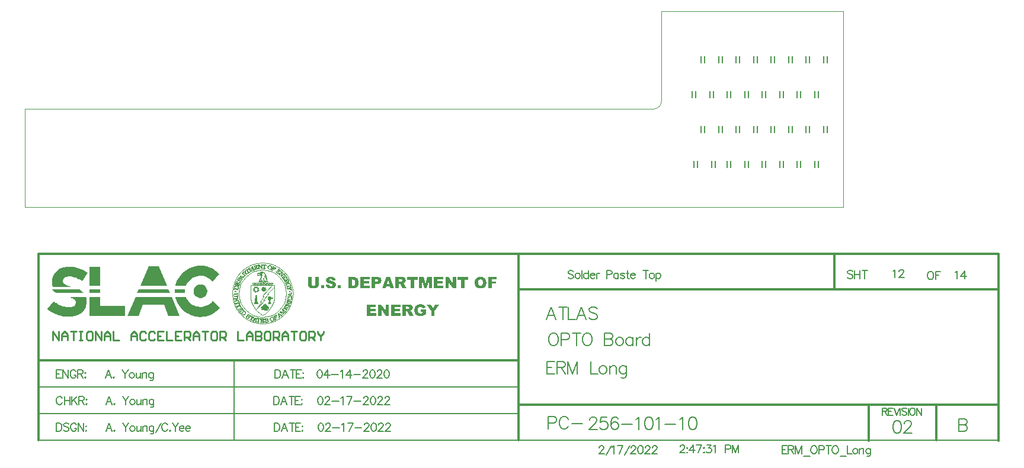
<source format=gtp>
G04*
G04 #@! TF.GenerationSoftware,Altium Limited,Altium Designer,21.3.2 (30)*
G04*
G04 Layer_Color=8421504*
%FSLAX25Y25*%
%MOIN*%
G70*
G04*
G04 #@! TF.SameCoordinates,0BA03C88-78D3-4CE0-B3B6-7A37467246DB*
G04*
G04*
G04 #@! TF.FilePolarity,Positive*
G04*
G01*
G75*
%ADD10C,0.00500*%
%ADD11C,0.00300*%
%ADD12C,0.00800*%
%ADD13C,0.01200*%
%ADD14C,0.00026*%
%ADD15C,0.00043*%
%ADD16C,0.00195*%
%ADD17C,0.00061*%
%ADD18C,0.00087*%
%ADD19C,0.00104*%
%ADD20C,0.00052*%
%ADD21C,0.00049*%
%ADD22C,0.00183*%
%ADD23C,0.00174*%
%ADD24C,0.00244*%
%ADD25C,0.00035*%
%ADD26C,0.01000*%
%ADD27R,0.06131X0.10864*%
%ADD28R,0.06131X0.02042*%
%ADD29R,0.01000X0.04000*%
G36*
X26368Y-33752D02*
X27377Y-33850D01*
X28659Y-34051D01*
X29751Y-34308D01*
X30805Y-34635D01*
X31823Y-35030D01*
X32803Y-35491D01*
X33746Y-36018D01*
X34651Y-36607D01*
X35518Y-37257D01*
X32333Y-41875D01*
X31340Y-41241D01*
X30805Y-40905D01*
X30278Y-40630D01*
X29393Y-40169D01*
X28659Y-39882D01*
X27942Y-39602D01*
X27222Y-39398D01*
X26864Y-39323D01*
X26437Y-39240D01*
X26046Y-39191D01*
X25795Y-39159D01*
X25481Y-39145D01*
X25167Y-39131D01*
X24752Y-39144D01*
X24379Y-39165D01*
X23701Y-39281D01*
X23124Y-39462D01*
X22812Y-39593D01*
X22645Y-39695D01*
X22415Y-39835D01*
X22090Y-40117D01*
X21829Y-40447D01*
X21639Y-40830D01*
X21536Y-41216D01*
X21505Y-41557D01*
X21536Y-42107D01*
X21639Y-42524D01*
X21835Y-42913D01*
X22098Y-43235D01*
X22477Y-43545D01*
X22970Y-43835D01*
X23588Y-44116D01*
X24341Y-44394D01*
X26296Y-44977D01*
X15810D01*
X15479Y-43405D01*
X15414Y-42114D01*
X15533Y-40650D01*
X15881Y-39299D01*
X16444Y-38070D01*
X17207Y-36973D01*
X18156Y-36018D01*
X19275Y-35215D01*
X20550Y-34573D01*
X21901Y-34124D01*
X23701Y-33802D01*
X25167Y-33714D01*
X26368Y-33752D01*
D02*
G37*
G36*
X99391Y-33119D02*
X100884Y-33248D01*
X102383Y-33540D01*
X103722Y-33941D01*
X105051Y-34490D01*
X106309Y-35164D01*
X107489Y-35954D01*
X108583Y-36854D01*
X109583Y-37855D01*
X105845Y-42174D01*
X104761Y-41040D01*
X104028Y-40444D01*
X103234Y-39928D01*
X102383Y-39500D01*
X101483Y-39164D01*
X100539Y-38927D01*
X99556Y-38796D01*
X98434Y-38782D01*
X97125Y-38947D01*
X95883Y-39298D01*
X94724Y-39820D01*
X93661Y-40498D01*
X92696Y-41333D01*
X91885Y-42263D01*
X91200Y-43321D01*
X90669Y-44477D01*
X84804D01*
X84866Y-44089D01*
X85197Y-42950D01*
X85616Y-41853D01*
X86120Y-40800D01*
X86704Y-39796D01*
X87035Y-39321D01*
X87365Y-38846D01*
X88098Y-37953D01*
X88898Y-37122D01*
X89763Y-36357D01*
X90687Y-35662D01*
X91666Y-35042D01*
X92711Y-34494D01*
X93774Y-34041D01*
X94894Y-33669D01*
X96053Y-33388D01*
X97246Y-33202D01*
X98434Y-33119D01*
X99391Y-33119D01*
D02*
G37*
G36*
X80045Y-44477D02*
X64977D01*
X69685Y-33414D01*
X75337D01*
X80045Y-44477D01*
D02*
G37*
G36*
X90170Y-46521D02*
X90144Y-46916D01*
X90119Y-47284D01*
Y-48003D01*
X90170Y-48542D01*
X84488D01*
X84469Y-47901D01*
X84451Y-47465D01*
X84454Y-47261D01*
X84488Y-46521D01*
X90170Y-46521D01*
D02*
G37*
G36*
X31849Y-47174D02*
X32165Y-47416D01*
X32482Y-47658D01*
X32863Y-48004D01*
X33375Y-48562D01*
X18203D01*
X17875Y-48392D01*
X17547Y-48222D01*
X17185Y-47998D01*
X16824Y-47774D01*
X16398Y-47436D01*
X15973Y-47097D01*
X15425Y-46520D01*
X30766D01*
X31849Y-47174D01*
D02*
G37*
G36*
X81784Y-48562D02*
X63238D01*
X64107Y-46520D01*
X80916D01*
X81784Y-48562D01*
D02*
G37*
G36*
X100020Y-43855D02*
X100717Y-44143D01*
X101343Y-44562D01*
X101876Y-45095D01*
X102295Y-45721D01*
X102583Y-46417D01*
X102730Y-47157D01*
Y-47533D01*
Y-47537D01*
Y-47913D01*
X102583Y-48652D01*
X102295Y-49349D01*
X101876Y-49975D01*
X101343Y-50508D01*
X100717Y-50927D01*
X100020Y-51215D01*
X99281Y-51362D01*
X98528D01*
X97790Y-51215D01*
X97095Y-50927D01*
X96469Y-50509D01*
X95937Y-49977D01*
X95519Y-49351D01*
X95231Y-48656D01*
X95085Y-47918D01*
Y-47542D01*
Y-47528D01*
Y-47152D01*
X95231Y-46414D01*
X95519Y-45719D01*
X95937Y-45093D01*
X96469Y-44561D01*
X97095Y-44143D01*
X97790Y-43855D01*
X98528Y-43708D01*
X99281D01*
X100020Y-43855D01*
D02*
G37*
G36*
X34673Y-51361D02*
X34760Y-51806D01*
X34820Y-52328D01*
X34837Y-52784D01*
X34854Y-53239D01*
X34790Y-54059D01*
X34730Y-54826D01*
X34550Y-55538D01*
X34367Y-56262D01*
X34000Y-57116D01*
X33781Y-57546D01*
X33382Y-58108D01*
X32984Y-58671D01*
X32489Y-59152D01*
X31993Y-59634D01*
X30821Y-60431D01*
X30152Y-60744D01*
X29484Y-61058D01*
X29123Y-61168D01*
X28621Y-61320D01*
X27976Y-61514D01*
X27693Y-61562D01*
X27119Y-61659D01*
X26717Y-61727D01*
X26335Y-61787D01*
X26123Y-61799D01*
X25464Y-61833D01*
X25103Y-61853D01*
X24588Y-61877D01*
X24195Y-61863D01*
X23803Y-61849D01*
X23356Y-61834D01*
X22895Y-61785D01*
X22494Y-61743D01*
X22014Y-61687D01*
X21587Y-61611D01*
X21160Y-61536D01*
X20840Y-61479D01*
X20328Y-61351D01*
X19964Y-61260D01*
X19517Y-61141D01*
X19120Y-61010D01*
X18723Y-60880D01*
X18382Y-60768D01*
X17945Y-60588D01*
X17567Y-60433D01*
X16806Y-60086D01*
X16422Y-59895D01*
X16030Y-59699D01*
X15469Y-59364D01*
X14908Y-59029D01*
X13829Y-58269D01*
X12799Y-57419D01*
X16422Y-53080D01*
X17190Y-53658D01*
X17567Y-53943D01*
X17945Y-54227D01*
X18382Y-54506D01*
X18723Y-54724D01*
X19120Y-54945D01*
X19601Y-55205D01*
X19964Y-55377D01*
X20328Y-55549D01*
X20584Y-55647D01*
X21000Y-55808D01*
X21587Y-55997D01*
X22094Y-56141D01*
X22494Y-56226D01*
X23125Y-56340D01*
X23580Y-56397D01*
X24195Y-56441D01*
X24682Y-56462D01*
X25103Y-56449D01*
X25464Y-56435D01*
X26123Y-56348D01*
X26352Y-56293D01*
X26717Y-56205D01*
X26997Y-56100D01*
X27387Y-55929D01*
X27693Y-55762D01*
X28070Y-55467D01*
X28368Y-55124D01*
X28546Y-54806D01*
X28621Y-54621D01*
X28728Y-54200D01*
X28763Y-53836D01*
X28738Y-53361D01*
X28621Y-52915D01*
X28438Y-52560D01*
X28278Y-52338D01*
X28033Y-52108D01*
X27825Y-51946D01*
X27534Y-51746D01*
X27241Y-51592D01*
X26857Y-51403D01*
X26543Y-51270D01*
X26229Y-51147D01*
X26123Y-51112D01*
X25464Y-50894D01*
X24622Y-50605D01*
X34485D01*
X34673Y-51361D01*
D02*
G37*
G36*
X42613Y-55906D02*
X56506D01*
Y-61479D01*
X36481D01*
Y-50605D01*
X42613D01*
Y-55906D01*
D02*
G37*
G36*
X87283Y-61480D02*
X80871D01*
X78324Y-55230D01*
X66540D01*
X63991Y-61480D01*
X57742D01*
X62369Y-50605D01*
X82654D01*
X87283Y-61480D01*
D02*
G37*
G36*
X90910Y-51195D02*
X91215Y-51750D01*
X91519Y-52306D01*
X91970Y-52903D01*
X92277Y-53312D01*
X92693Y-53727D01*
X93167Y-54198D01*
X93469Y-54423D01*
X93771Y-54648D01*
X94176Y-54950D01*
X94534Y-55144D01*
X94892Y-55338D01*
X95289Y-55553D01*
X95670Y-55692D01*
X96051Y-55831D01*
X96492Y-55992D01*
X97771Y-56253D01*
X98434Y-56312D01*
X98942Y-56305D01*
X99573Y-56296D01*
X100578Y-56159D01*
X101544Y-55910D01*
X102463Y-55558D01*
X103329Y-55109D01*
X103732Y-54839D01*
X104135Y-54569D01*
X104390Y-54355D01*
X104645Y-54141D01*
X104875Y-53946D01*
X105100Y-53711D01*
X105325Y-53475D01*
X105543Y-53246D01*
X105754Y-53003D01*
X105964Y-52760D01*
X109964Y-56798D01*
X108955Y-57888D01*
X107840Y-58868D01*
X106627Y-59732D01*
X105325Y-60469D01*
X104645Y-60787D01*
X103732Y-61129D01*
X103228Y-61318D01*
X101744Y-61699D01*
X100204Y-61923D01*
X99415Y-61974D01*
X98942Y-61975D01*
X98469Y-61977D01*
X98102Y-61951D01*
X97245Y-61891D01*
X96051Y-61705D01*
X95289Y-61520D01*
X94892Y-61424D01*
X93973Y-61119D01*
X93771Y-61052D01*
X93167Y-60794D01*
X92693Y-60592D01*
X91970Y-60211D01*
X91662Y-60049D01*
X91215Y-59766D01*
X90665Y-59415D01*
X90212Y-59074D01*
X89759Y-58733D01*
X89326Y-58350D01*
X88894Y-57967D01*
X88093Y-57135D01*
X87727Y-56688D01*
X87361Y-56242D01*
X87030Y-55766D01*
X86700Y-55290D01*
X86408Y-54788D01*
X86116Y-54286D01*
X85864Y-53759D01*
X85613Y-53232D01*
X85403Y-52682D01*
X85194Y-52133D01*
X84864Y-50993D01*
X84803Y-50605D01*
X90665D01*
X90910Y-51195D01*
D02*
G37*
G36*
X172474Y-39383D02*
X172578D01*
X172692Y-39393D01*
X172828Y-39414D01*
X172963Y-39424D01*
X173265Y-39487D01*
X173567Y-39570D01*
X173869Y-39674D01*
X174004Y-39747D01*
X174129Y-39830D01*
X174139D01*
X174160Y-39851D01*
X174191Y-39882D01*
X174233Y-39914D01*
X174285Y-39966D01*
X174337Y-40028D01*
X174400Y-40091D01*
X174472Y-40174D01*
X174535Y-40268D01*
X174597Y-40382D01*
X174670Y-40497D01*
X174722Y-40622D01*
X174785Y-40767D01*
X174826Y-40923D01*
X174868Y-41090D01*
X174899Y-41267D01*
X173057Y-41371D01*
Y-41350D01*
X173036Y-41298D01*
X173015Y-41225D01*
X172984Y-41132D01*
X172942Y-41028D01*
X172890Y-40923D01*
X172817Y-40830D01*
X172734Y-40747D01*
X172724Y-40736D01*
X172692Y-40715D01*
X172640Y-40684D01*
X172567Y-40642D01*
X172474Y-40611D01*
X172359Y-40580D01*
X172234Y-40559D01*
X172078Y-40549D01*
X172026D01*
X171964Y-40559D01*
X171880Y-40569D01*
X171714Y-40611D01*
X171631Y-40642D01*
X171558Y-40694D01*
X171547Y-40705D01*
X171537Y-40715D01*
X171506Y-40747D01*
X171474Y-40788D01*
X171422Y-40903D01*
X171402Y-40975D01*
X171391Y-41048D01*
Y-41059D01*
Y-41069D01*
X171412Y-41142D01*
X171453Y-41225D01*
X171485Y-41277D01*
X171537Y-41319D01*
X171547Y-41329D01*
X171568Y-41340D01*
X171610Y-41361D01*
X171672Y-41392D01*
X171755Y-41434D01*
X171870Y-41475D01*
X172016Y-41517D01*
X172193Y-41558D01*
X172203D01*
X172245Y-41569D01*
X172318Y-41590D01*
X172401Y-41600D01*
X172505Y-41631D01*
X172630Y-41662D01*
X172765Y-41694D01*
X172911Y-41725D01*
X173213Y-41819D01*
X173515Y-41912D01*
X173660Y-41964D01*
X173796Y-42017D01*
X173921Y-42068D01*
X174035Y-42121D01*
X174046D01*
X174056Y-42131D01*
X174087Y-42152D01*
X174129Y-42173D01*
X174223Y-42235D01*
X174347Y-42308D01*
X174483Y-42412D01*
X174618Y-42537D01*
X174743Y-42672D01*
X174847Y-42818D01*
X174858Y-42839D01*
X174889Y-42891D01*
X174931Y-42974D01*
X174983Y-43089D01*
X175024Y-43234D01*
X175066Y-43391D01*
X175097Y-43568D01*
X175107Y-43755D01*
Y-43765D01*
Y-43786D01*
Y-43817D01*
Y-43859D01*
X175087Y-43974D01*
X175066Y-44130D01*
X175024Y-44296D01*
X174962Y-44484D01*
X174878Y-44681D01*
X174764Y-44879D01*
Y-44890D01*
X174753Y-44900D01*
X174701Y-44962D01*
X174629Y-45056D01*
X174524Y-45171D01*
X174389Y-45296D01*
X174223Y-45421D01*
X174035Y-45546D01*
X173817Y-45660D01*
X173806D01*
X173785Y-45670D01*
X173754Y-45681D01*
X173713Y-45702D01*
X173650Y-45722D01*
X173577Y-45743D01*
X173494Y-45764D01*
X173400Y-45785D01*
X173296Y-45816D01*
X173182Y-45837D01*
X172921Y-45879D01*
X172619Y-45910D01*
X172286Y-45920D01*
X172130D01*
X172026Y-45910D01*
X171891Y-45899D01*
X171745Y-45889D01*
X171578Y-45868D01*
X171402Y-45847D01*
X171027Y-45774D01*
X170839Y-45722D01*
X170652Y-45660D01*
X170475Y-45587D01*
X170319Y-45504D01*
X170163Y-45410D01*
X170038Y-45306D01*
X170027Y-45296D01*
X170007Y-45275D01*
X169975Y-45244D01*
X169944Y-45191D01*
X169892Y-45129D01*
X169840Y-45056D01*
X169778Y-44973D01*
X169715Y-44869D01*
X169653Y-44765D01*
X169590Y-44640D01*
X169476Y-44380D01*
X169392Y-44067D01*
X169361Y-43901D01*
X169340Y-43724D01*
X171204Y-43599D01*
Y-43620D01*
X171214Y-43672D01*
X171235Y-43755D01*
X171256Y-43859D01*
X171287Y-43974D01*
X171329Y-44088D01*
X171381Y-44192D01*
X171443Y-44296D01*
X171453Y-44317D01*
X171506Y-44359D01*
X171568Y-44411D01*
X171672Y-44484D01*
X171797Y-44556D01*
X171943Y-44609D01*
X172120Y-44650D01*
X172318Y-44671D01*
X172390D01*
X172463Y-44661D01*
X172557Y-44650D01*
X172661Y-44629D01*
X172776Y-44588D01*
X172880Y-44546D01*
X172973Y-44484D01*
X172984Y-44473D01*
X173005Y-44452D01*
X173046Y-44411D01*
X173088Y-44348D01*
X173129Y-44286D01*
X173171Y-44203D01*
X173192Y-44119D01*
X173202Y-44026D01*
Y-44015D01*
Y-43984D01*
X173192Y-43932D01*
X173171Y-43880D01*
X173150Y-43807D01*
X173109Y-43734D01*
X173057Y-43661D01*
X172984Y-43588D01*
X172973Y-43578D01*
X172942Y-43557D01*
X172869Y-43516D01*
X172776Y-43464D01*
X172640Y-43411D01*
X172557Y-43380D01*
X172463Y-43349D01*
X172359Y-43318D01*
X172245Y-43276D01*
X172120Y-43245D01*
X171974Y-43214D01*
X171964D01*
X171922Y-43203D01*
X171849Y-43182D01*
X171766Y-43162D01*
X171662Y-43130D01*
X171537Y-43099D01*
X171402Y-43058D01*
X171256Y-43016D01*
X170954Y-42901D01*
X170652Y-42776D01*
X170506Y-42704D01*
X170371Y-42620D01*
X170246Y-42537D01*
X170132Y-42454D01*
X170121Y-42443D01*
X170111Y-42433D01*
X170079Y-42402D01*
X170048Y-42370D01*
X169955Y-42266D01*
X169861Y-42121D01*
X169757Y-41944D01*
X169663Y-41735D01*
X169600Y-41496D01*
X169590Y-41361D01*
X169580Y-41225D01*
Y-41215D01*
Y-41205D01*
Y-41142D01*
X169590Y-41048D01*
X169611Y-40923D01*
X169653Y-40788D01*
X169694Y-40632D01*
X169767Y-40476D01*
X169861Y-40309D01*
X169871Y-40288D01*
X169913Y-40236D01*
X169975Y-40153D01*
X170069Y-40059D01*
X170194Y-39945D01*
X170340Y-39830D01*
X170517Y-39726D01*
X170714Y-39622D01*
X170725D01*
X170746Y-39612D01*
X170777Y-39601D01*
X170818Y-39581D01*
X170881Y-39560D01*
X170943Y-39539D01*
X171027Y-39518D01*
X171120Y-39497D01*
X171235Y-39476D01*
X171349Y-39456D01*
X171474Y-39435D01*
X171620Y-39414D01*
X171766Y-39393D01*
X171922Y-39383D01*
X172276Y-39372D01*
X172390D01*
X172474Y-39383D01*
D02*
G37*
G36*
X242710Y-45816D02*
X240867D01*
X238494Y-42339D01*
Y-45816D01*
X236651D01*
Y-39476D01*
X238473D01*
X240867Y-42985D01*
Y-39476D01*
X242710D01*
Y-45816D01*
D02*
G37*
G36*
X228979D02*
X227376D01*
Y-40986D01*
X226137Y-45816D01*
X224680D01*
X223451Y-40986D01*
Y-45816D01*
X221848D01*
Y-39476D01*
X224430D01*
X225409Y-43339D01*
X226397Y-39476D01*
X228979D01*
Y-45816D01*
D02*
G37*
G36*
X165447Y-43255D02*
Y-43266D01*
Y-43276D01*
Y-43307D01*
Y-43349D01*
X165437Y-43464D01*
X165426Y-43599D01*
X165405Y-43765D01*
X165374Y-43942D01*
X165332Y-44130D01*
X165270Y-44317D01*
Y-44328D01*
X165260Y-44338D01*
X165239Y-44400D01*
X165197Y-44494D01*
X165135Y-44609D01*
X165062Y-44754D01*
X164968Y-44900D01*
X164854Y-45046D01*
X164718Y-45191D01*
X164697Y-45212D01*
X164656Y-45254D01*
X164583Y-45316D01*
X164479Y-45400D01*
X164364Y-45483D01*
X164229Y-45566D01*
X164083Y-45650D01*
X163927Y-45712D01*
X163917D01*
X163906Y-45722D01*
X163875Y-45733D01*
X163823Y-45743D01*
X163771Y-45764D01*
X163708Y-45774D01*
X163542Y-45816D01*
X163344Y-45858D01*
X163115Y-45889D01*
X162855Y-45910D01*
X162563Y-45920D01*
X162386D01*
X162261Y-45910D01*
X162105D01*
X161939Y-45889D01*
X161741Y-45879D01*
X161543Y-45858D01*
X161522D01*
X161491Y-45847D01*
X161450D01*
X161356Y-45827D01*
X161231Y-45806D01*
X161085Y-45764D01*
X160929Y-45722D01*
X160773Y-45670D01*
X160627Y-45608D01*
X160606Y-45597D01*
X160565Y-45566D01*
X160492Y-45525D01*
X160408Y-45462D01*
X160304Y-45389D01*
X160190Y-45296D01*
X160075Y-45181D01*
X159961Y-45056D01*
X159950Y-45035D01*
X159909Y-44994D01*
X159857Y-44921D01*
X159794Y-44827D01*
X159732Y-44723D01*
X159659Y-44598D01*
X159597Y-44463D01*
X159545Y-44328D01*
Y-44317D01*
X159534Y-44296D01*
X159524Y-44265D01*
X159513Y-44223D01*
X159492Y-44109D01*
X159461Y-43963D01*
X159420Y-43797D01*
X159399Y-43620D01*
X159378Y-43432D01*
X159368Y-43255D01*
Y-39476D01*
X161325D01*
Y-43349D01*
Y-43359D01*
Y-43370D01*
Y-43432D01*
X161335Y-43526D01*
X161356Y-43640D01*
X161398Y-43765D01*
X161439Y-43901D01*
X161512Y-44036D01*
X161606Y-44151D01*
X161616Y-44161D01*
X161658Y-44192D01*
X161720Y-44244D01*
X161814Y-44296D01*
X161928Y-44348D01*
X162064Y-44400D01*
X162230Y-44432D01*
X162407Y-44442D01*
X162490D01*
X162584Y-44432D01*
X162699Y-44411D01*
X162824Y-44369D01*
X162949Y-44328D01*
X163084Y-44255D01*
X163198Y-44161D01*
X163209Y-44151D01*
X163240Y-44109D01*
X163292Y-44036D01*
X163344Y-43953D01*
X163396Y-43838D01*
X163448Y-43692D01*
X163479Y-43536D01*
X163490Y-43349D01*
Y-39476D01*
X165447D01*
Y-43255D01*
D02*
G37*
G36*
X265612Y-40840D02*
X262728D01*
Y-41944D01*
X265196D01*
Y-43224D01*
X262728D01*
Y-45816D01*
X260761D01*
Y-39476D01*
X265612D01*
Y-40840D01*
D02*
G37*
G36*
X249529Y-41038D02*
X247530D01*
Y-45816D01*
X245573D01*
Y-41038D01*
X243574D01*
Y-39476D01*
X249529D01*
Y-41038D01*
D02*
G37*
G36*
X235485Y-40830D02*
X232196D01*
Y-41840D01*
X235246D01*
Y-43130D01*
X232196D01*
Y-44380D01*
X235579D01*
Y-45816D01*
X230228D01*
Y-39476D01*
X235485D01*
Y-40830D01*
D02*
G37*
G36*
X220984Y-41038D02*
X218986D01*
Y-45816D01*
X217028D01*
Y-41038D01*
X215030D01*
Y-39476D01*
X220984D01*
Y-41038D01*
D02*
G37*
G36*
X212177Y-39487D02*
X212386Y-39497D01*
X212604Y-39518D01*
X212844Y-39539D01*
X213062Y-39581D01*
X213260Y-39633D01*
X213270D01*
X213281Y-39643D01*
X213343Y-39664D01*
X213427Y-39706D01*
X213541Y-39768D01*
X213656Y-39841D01*
X213791Y-39945D01*
X213916Y-40070D01*
X214030Y-40216D01*
X214041Y-40236D01*
X214083Y-40288D01*
X214124Y-40382D01*
X214187Y-40497D01*
X214239Y-40653D01*
X214291Y-40830D01*
X214322Y-41028D01*
X214332Y-41246D01*
Y-41256D01*
Y-41267D01*
Y-41329D01*
X214322Y-41434D01*
X214301Y-41558D01*
X214280Y-41694D01*
X214239Y-41850D01*
X214176Y-42006D01*
X214103Y-42152D01*
X214093Y-42173D01*
X214062Y-42214D01*
X214010Y-42287D01*
X213937Y-42370D01*
X213854Y-42474D01*
X213739Y-42579D01*
X213624Y-42683D01*
X213479Y-42776D01*
X213468Y-42787D01*
X213437Y-42797D01*
X213375Y-42829D01*
X213302Y-42860D01*
X213198Y-42901D01*
X213083Y-42943D01*
X212948Y-42985D01*
X212792Y-43026D01*
X212802D01*
X212844Y-43047D01*
X212906Y-43068D01*
X212979Y-43099D01*
X213146Y-43172D01*
X213229Y-43214D01*
X213291Y-43255D01*
X213302D01*
X213312Y-43276D01*
X213343Y-43297D01*
X213375Y-43328D01*
X213416Y-43380D01*
X213468Y-43432D01*
X213531Y-43505D01*
X213604Y-43599D01*
X213614Y-43609D01*
X213635Y-43640D01*
X213677Y-43682D01*
X213718Y-43745D01*
X213812Y-43870D01*
X213854Y-43932D01*
X213885Y-43984D01*
X214842Y-45816D01*
X212625D01*
X211574Y-43890D01*
X211563Y-43870D01*
X211542Y-43828D01*
X211501Y-43765D01*
X211459Y-43682D01*
X211397Y-43599D01*
X211345Y-43526D01*
X211282Y-43453D01*
X211220Y-43401D01*
X211209Y-43391D01*
X211189Y-43380D01*
X211137Y-43349D01*
X211084Y-43318D01*
X211012Y-43297D01*
X210928Y-43266D01*
X210835Y-43255D01*
X210741Y-43245D01*
X210574D01*
Y-45816D01*
X208607D01*
Y-39476D01*
X212094D01*
X212177Y-39487D01*
D02*
G37*
G36*
X207951Y-45816D02*
X205890D01*
X205577Y-44765D01*
X203360D01*
X203048Y-45816D01*
X201049D01*
X203423Y-39476D01*
X205577D01*
X207951Y-45816D01*
D02*
G37*
G36*
X198707Y-39487D02*
X198790D01*
X198894Y-39508D01*
X199009Y-39518D01*
X199134Y-39539D01*
X199394Y-39601D01*
X199654Y-39695D01*
X199790Y-39747D01*
X199915Y-39820D01*
X200029Y-39893D01*
X200133Y-39987D01*
X200144Y-39997D01*
X200154Y-40007D01*
X200185Y-40039D01*
X200216Y-40080D01*
X200258Y-40132D01*
X200300Y-40195D01*
X200352Y-40268D01*
X200404Y-40361D01*
X200445Y-40455D01*
X200497Y-40559D01*
X200539Y-40684D01*
X200581Y-40809D01*
X200643Y-41090D01*
X200654Y-41256D01*
X200664Y-41423D01*
Y-41434D01*
Y-41465D01*
Y-41517D01*
X200654Y-41579D01*
X200643Y-41662D01*
X200633Y-41756D01*
X200612Y-41860D01*
X200591Y-41975D01*
X200518Y-42214D01*
X200414Y-42464D01*
X200352Y-42589D01*
X200279Y-42714D01*
X200185Y-42829D01*
X200081Y-42933D01*
X200071Y-42943D01*
X200050Y-42953D01*
X200019Y-42985D01*
X199977Y-43016D01*
X199915Y-43058D01*
X199842Y-43099D01*
X199748Y-43151D01*
X199644Y-43193D01*
X199529Y-43245D01*
X199404Y-43297D01*
X199259Y-43339D01*
X199102Y-43380D01*
X198925Y-43411D01*
X198738Y-43443D01*
X198540Y-43453D01*
X198322Y-43464D01*
X197249D01*
Y-45816D01*
X195282D01*
Y-39476D01*
X198634D01*
X198707Y-39487D01*
D02*
G37*
G36*
X194137Y-40830D02*
X190847D01*
Y-41840D01*
X193897D01*
Y-43130D01*
X190847D01*
Y-44380D01*
X194231D01*
Y-45816D01*
X188880D01*
Y-39476D01*
X194137D01*
Y-40830D01*
D02*
G37*
G36*
X185143Y-39487D02*
X185226D01*
X185413Y-39508D01*
X185642Y-39539D01*
X185871Y-39581D01*
X186100Y-39633D01*
X186309Y-39716D01*
X186319D01*
X186329Y-39726D01*
X186402Y-39757D01*
X186496Y-39810D01*
X186621Y-39882D01*
X186756Y-39976D01*
X186902Y-40091D01*
X187048Y-40226D01*
X187183Y-40382D01*
X187204Y-40403D01*
X187246Y-40455D01*
X187308Y-40549D01*
X187381Y-40674D01*
X187464Y-40819D01*
X187547Y-40996D01*
X187631Y-41194D01*
X187693Y-41402D01*
Y-41413D01*
X187704Y-41423D01*
Y-41465D01*
X187714Y-41506D01*
X187735Y-41558D01*
X187745Y-41621D01*
X187776Y-41777D01*
X187797Y-41954D01*
X187829Y-42162D01*
X187839Y-42391D01*
X187849Y-42631D01*
Y-42641D01*
Y-42672D01*
Y-42724D01*
Y-42797D01*
X187839Y-42880D01*
Y-42985D01*
X187829Y-43089D01*
X187818Y-43214D01*
X187787Y-43464D01*
X187745Y-43724D01*
X187693Y-43984D01*
X187652Y-44098D01*
X187610Y-44213D01*
Y-44223D01*
X187599Y-44234D01*
X187589Y-44265D01*
X187568Y-44307D01*
X187516Y-44411D01*
X187443Y-44536D01*
X187350Y-44681D01*
X187246Y-44838D01*
X187110Y-44994D01*
X186964Y-45150D01*
X186944Y-45171D01*
X186892Y-45212D01*
X186808Y-45275D01*
X186704Y-45348D01*
X186569Y-45441D01*
X186423Y-45514D01*
X186267Y-45587D01*
X186090Y-45650D01*
X186080D01*
X186059Y-45660D01*
X186028D01*
X185986Y-45670D01*
X185923Y-45691D01*
X185861Y-45702D01*
X185705Y-45733D01*
X185517Y-45764D01*
X185330Y-45785D01*
X185122Y-45806D01*
X184924Y-45816D01*
X182020D01*
Y-39476D01*
X185070D01*
X185143Y-39487D01*
D02*
G37*
G36*
X177866Y-45816D02*
X175982D01*
Y-44046D01*
X177866D01*
Y-45816D01*
D02*
G37*
G36*
X168518D02*
X166634D01*
Y-44046D01*
X168518D01*
Y-45816D01*
D02*
G37*
G36*
X256555Y-39383D02*
X256659D01*
X256795Y-39393D01*
X256941Y-39414D01*
X257117Y-39445D01*
X257294Y-39476D01*
X257492Y-39529D01*
X257690Y-39581D01*
X257888Y-39653D01*
X258096Y-39737D01*
X258294Y-39830D01*
X258481Y-39945D01*
X258668Y-40080D01*
X258835Y-40226D01*
X258845Y-40236D01*
X258877Y-40268D01*
X258918Y-40309D01*
X258970Y-40382D01*
X259033Y-40465D01*
X259106Y-40580D01*
X259189Y-40705D01*
X259272Y-40840D01*
X259345Y-41007D01*
X259428Y-41184D01*
X259501Y-41371D01*
X259564Y-41590D01*
X259616Y-41819D01*
X259658Y-42058D01*
X259689Y-42318D01*
X259699Y-42599D01*
Y-42610D01*
Y-42652D01*
Y-42704D01*
X259689Y-42787D01*
Y-42880D01*
X259678Y-42985D01*
X259668Y-43110D01*
X259658Y-43245D01*
X259605Y-43536D01*
X259543Y-43838D01*
X259449Y-44151D01*
X259324Y-44432D01*
Y-44442D01*
X259303Y-44463D01*
X259283Y-44494D01*
X259251Y-44546D01*
X259220Y-44609D01*
X259168Y-44671D01*
X259054Y-44838D01*
X258897Y-45015D01*
X258710Y-45191D01*
X258491Y-45379D01*
X258242Y-45535D01*
X258231D01*
X258210Y-45556D01*
X258169Y-45566D01*
X258117Y-45597D01*
X258044Y-45629D01*
X257961Y-45660D01*
X257867Y-45691D01*
X257752Y-45722D01*
X257638Y-45764D01*
X257503Y-45795D01*
X257357Y-45827D01*
X257201Y-45858D01*
X256857Y-45899D01*
X256472Y-45920D01*
X256368D01*
X256295Y-45910D01*
X256201D01*
X256097Y-45899D01*
X255972Y-45889D01*
X255847Y-45879D01*
X255566Y-45837D01*
X255264Y-45774D01*
X254973Y-45702D01*
X254692Y-45587D01*
X254681D01*
X254661Y-45566D01*
X254629Y-45546D01*
X254577Y-45525D01*
X254515Y-45483D01*
X254452Y-45441D01*
X254286Y-45327D01*
X254109Y-45171D01*
X253922Y-44983D01*
X253734Y-44765D01*
X253557Y-44504D01*
Y-44494D01*
X253536Y-44473D01*
X253516Y-44432D01*
X253495Y-44369D01*
X253464Y-44296D01*
X253422Y-44213D01*
X253380Y-44109D01*
X253349Y-43994D01*
X253307Y-43870D01*
X253266Y-43724D01*
X253235Y-43578D01*
X253193Y-43411D01*
X253172Y-43234D01*
X253151Y-43047D01*
X253130Y-42652D01*
Y-42631D01*
Y-42579D01*
X253141Y-42506D01*
Y-42391D01*
X253162Y-42266D01*
X253172Y-42110D01*
X253203Y-41944D01*
X253235Y-41767D01*
X253287Y-41579D01*
X253339Y-41381D01*
X253412Y-41184D01*
X253495Y-40975D01*
X253599Y-40778D01*
X253713Y-40590D01*
X253838Y-40403D01*
X253994Y-40236D01*
X254005Y-40226D01*
X254036Y-40195D01*
X254088Y-40153D01*
X254151Y-40101D01*
X254244Y-40039D01*
X254348Y-39966D01*
X254473Y-39882D01*
X254619Y-39799D01*
X254786Y-39726D01*
X254963Y-39643D01*
X255160Y-39570D01*
X255379Y-39508D01*
X255608Y-39456D01*
X255858Y-39414D01*
X256118Y-39383D01*
X256399Y-39372D01*
X256472D01*
X256555Y-39383D01*
D02*
G37*
G36*
X222879Y-54883D02*
X222983D01*
X223087Y-54893D01*
X223212D01*
X223462Y-54924D01*
X223722Y-54956D01*
X223972Y-55008D01*
X224087Y-55039D01*
X224191Y-55070D01*
X224201D01*
X224212Y-55080D01*
X224285Y-55101D01*
X224378Y-55153D01*
X224503Y-55216D01*
X224639Y-55299D01*
X224784Y-55403D01*
X224930Y-55518D01*
X225065Y-55664D01*
X225076Y-55684D01*
X225117Y-55736D01*
X225180Y-55820D01*
X225263Y-55934D01*
X225346Y-56080D01*
X225430Y-56257D01*
X225513Y-56455D01*
X225586Y-56673D01*
X223691Y-57006D01*
X223681Y-56986D01*
X223670Y-56944D01*
X223639Y-56881D01*
X223598Y-56809D01*
X223535Y-56715D01*
X223473Y-56632D01*
X223379Y-56538D01*
X223285Y-56465D01*
X223275Y-56455D01*
X223233Y-56434D01*
X223181Y-56403D01*
X223098Y-56361D01*
X222994Y-56330D01*
X222869Y-56299D01*
X222733Y-56278D01*
X222577Y-56267D01*
X222515D01*
X222473Y-56278D01*
X222348Y-56288D01*
X222203Y-56319D01*
X222046Y-56371D01*
X221869Y-56455D01*
X221703Y-56569D01*
X221620Y-56632D01*
X221547Y-56715D01*
X221526Y-56736D01*
X221515Y-56767D01*
X221484Y-56798D01*
X221463Y-56850D01*
X221432Y-56902D01*
X221391Y-56975D01*
X221359Y-57058D01*
X221328Y-57152D01*
X221287Y-57256D01*
X221255Y-57371D01*
X221234Y-57496D01*
X221203Y-57641D01*
X221193Y-57787D01*
X221172Y-57954D01*
Y-58131D01*
Y-58141D01*
Y-58172D01*
Y-58224D01*
X221182Y-58297D01*
Y-58381D01*
X221193Y-58485D01*
X221224Y-58703D01*
X221266Y-58943D01*
X221339Y-59182D01*
X221432Y-59411D01*
X221495Y-59505D01*
X221557Y-59598D01*
X221578Y-59619D01*
X221630Y-59671D01*
X221713Y-59734D01*
X221838Y-59817D01*
X221984Y-59900D01*
X222171Y-59963D01*
X222390Y-60015D01*
X222629Y-60036D01*
X222681D01*
X222754Y-60025D01*
X222838D01*
X222931Y-60015D01*
X223035Y-59994D01*
X223254Y-59942D01*
X223264D01*
X223306Y-59921D01*
X223369Y-59900D01*
X223452Y-59869D01*
X223556Y-59817D01*
X223681Y-59765D01*
X223806Y-59703D01*
X223952Y-59619D01*
Y-59026D01*
X222640D01*
Y-57704D01*
X225669D01*
Y-60410D01*
X225659Y-60421D01*
X225627Y-60431D01*
X225586Y-60462D01*
X225523Y-60504D01*
X225450Y-60556D01*
X225357Y-60608D01*
X225253Y-60671D01*
X225149Y-60733D01*
X224909Y-60858D01*
X224649Y-60993D01*
X224378Y-61118D01*
X224118Y-61212D01*
X224108D01*
X224087Y-61222D01*
X224056Y-61233D01*
X224004Y-61243D01*
X223941Y-61264D01*
X223858Y-61274D01*
X223775Y-61295D01*
X223670Y-61316D01*
X223556Y-61337D01*
X223441Y-61358D01*
X223171Y-61389D01*
X222869Y-61410D01*
X222536Y-61420D01*
X222432D01*
X222348Y-61410D01*
X222255D01*
X222140Y-61399D01*
X222015Y-61389D01*
X221880Y-61368D01*
X221588Y-61326D01*
X221287Y-61264D01*
X220974Y-61170D01*
X220693Y-61045D01*
X220683D01*
X220662Y-61025D01*
X220631Y-61004D01*
X220579Y-60973D01*
X220516Y-60931D01*
X220454Y-60879D01*
X220287Y-60754D01*
X220110Y-60598D01*
X219933Y-60400D01*
X219746Y-60171D01*
X219590Y-59900D01*
Y-59890D01*
X219569Y-59869D01*
X219558Y-59828D01*
X219527Y-59765D01*
X219496Y-59692D01*
X219465Y-59609D01*
X219433Y-59505D01*
X219402Y-59401D01*
X219361Y-59276D01*
X219329Y-59140D01*
X219267Y-58838D01*
X219225Y-58505D01*
X219204Y-58152D01*
Y-58141D01*
Y-58110D01*
Y-58047D01*
X219215Y-57974D01*
Y-57891D01*
X219225Y-57777D01*
X219236Y-57662D01*
X219257Y-57537D01*
X219309Y-57256D01*
X219381Y-56954D01*
X219486Y-56642D01*
X219631Y-56351D01*
X219642Y-56340D01*
X219652Y-56319D01*
X219673Y-56278D01*
X219715Y-56226D01*
X219756Y-56163D01*
X219808Y-56090D01*
X219944Y-55913D01*
X220121Y-55726D01*
X220339Y-55528D01*
X220589Y-55351D01*
X220881Y-55185D01*
X220891D01*
X220912Y-55174D01*
X220943Y-55153D01*
X220995Y-55133D01*
X221068Y-55112D01*
X221141Y-55080D01*
X221234Y-55060D01*
X221339Y-55028D01*
X221463Y-54997D01*
X221588Y-54966D01*
X221734Y-54945D01*
X221890Y-54924D01*
X222057Y-54904D01*
X222234Y-54883D01*
X222421Y-54872D01*
X222796D01*
X222879Y-54883D01*
D02*
G37*
G36*
X230624Y-58662D02*
Y-61316D01*
X228657D01*
Y-58662D01*
X226190Y-54976D01*
X228365D01*
X229646Y-57121D01*
X230916Y-54976D01*
X233091D01*
X230624Y-58662D01*
D02*
G37*
G36*
X204849Y-61316D02*
X203007D01*
X200633Y-57839D01*
Y-61316D01*
X198791D01*
Y-54976D01*
X200612D01*
X203007Y-58485D01*
Y-54976D01*
X204849D01*
Y-61316D01*
D02*
G37*
G36*
X216154Y-54987D02*
X216363Y-54997D01*
X216581Y-55018D01*
X216821Y-55039D01*
X217039Y-55080D01*
X217237Y-55133D01*
X217247D01*
X217258Y-55143D01*
X217320Y-55164D01*
X217404Y-55206D01*
X217518Y-55268D01*
X217633Y-55341D01*
X217768Y-55445D01*
X217893Y-55570D01*
X218007Y-55716D01*
X218018Y-55736D01*
X218059Y-55788D01*
X218101Y-55882D01*
X218163Y-55997D01*
X218215Y-56153D01*
X218268Y-56330D01*
X218299Y-56528D01*
X218309Y-56746D01*
Y-56757D01*
Y-56767D01*
Y-56829D01*
X218299Y-56933D01*
X218278Y-57058D01*
X218257Y-57194D01*
X218215Y-57350D01*
X218153Y-57506D01*
X218080Y-57652D01*
X218070Y-57673D01*
X218039Y-57714D01*
X217986Y-57787D01*
X217914Y-57870D01*
X217830Y-57974D01*
X217716Y-58079D01*
X217601Y-58183D01*
X217456Y-58276D01*
X217445Y-58287D01*
X217414Y-58297D01*
X217352Y-58328D01*
X217279Y-58360D01*
X217175Y-58401D01*
X217060Y-58443D01*
X216925Y-58485D01*
X216769Y-58526D01*
X216779D01*
X216821Y-58547D01*
X216883Y-58568D01*
X216956Y-58599D01*
X217123Y-58672D01*
X217206Y-58714D01*
X217268Y-58755D01*
X217279D01*
X217289Y-58776D01*
X217320Y-58797D01*
X217352Y-58828D01*
X217393Y-58880D01*
X217445Y-58932D01*
X217508Y-59005D01*
X217581Y-59099D01*
X217591Y-59109D01*
X217612Y-59140D01*
X217653Y-59182D01*
X217695Y-59245D01*
X217789Y-59369D01*
X217830Y-59432D01*
X217862Y-59484D01*
X218819Y-61316D01*
X216602D01*
X215551Y-59390D01*
X215540Y-59369D01*
X215519Y-59328D01*
X215478Y-59265D01*
X215436Y-59182D01*
X215374Y-59099D01*
X215322Y-59026D01*
X215259Y-58953D01*
X215197Y-58901D01*
X215186Y-58891D01*
X215165Y-58880D01*
X215113Y-58849D01*
X215061Y-58818D01*
X214988Y-58797D01*
X214905Y-58766D01*
X214811Y-58755D01*
X214718Y-58745D01*
X214551D01*
Y-61316D01*
X212584D01*
Y-54976D01*
X216071D01*
X216154Y-54987D01*
D02*
G37*
G36*
X211407Y-56330D02*
X208118D01*
Y-57340D01*
X211168D01*
Y-58630D01*
X208118D01*
Y-59879D01*
X211501D01*
Y-61316D01*
X206150D01*
Y-54976D01*
X211407D01*
Y-56330D01*
D02*
G37*
G36*
X197625D02*
X194335D01*
Y-57340D01*
X197385D01*
Y-58630D01*
X194335D01*
Y-59879D01*
X197718D01*
Y-61316D01*
X192367D01*
Y-54976D01*
X197625D01*
Y-56330D01*
D02*
G37*
%LPC*%
G36*
X211428Y-40757D02*
X210574D01*
Y-42048D01*
X211459D01*
X211511Y-42037D01*
X211584Y-42027D01*
X211678Y-42017D01*
X211782Y-41996D01*
X211917Y-41964D01*
X211928D01*
X211948Y-41954D01*
X211990Y-41944D01*
X212032Y-41923D01*
X212136Y-41860D01*
X212188Y-41819D01*
X212240Y-41767D01*
X212250Y-41756D01*
X212261Y-41735D01*
X212282Y-41704D01*
X212302Y-41662D01*
X212344Y-41548D01*
X212365Y-41475D01*
Y-41402D01*
Y-41392D01*
Y-41350D01*
X212354Y-41298D01*
X212344Y-41225D01*
X212313Y-41152D01*
X212282Y-41069D01*
X212229Y-40996D01*
X212167Y-40923D01*
X212157Y-40913D01*
X212125Y-40892D01*
X212073Y-40871D01*
X212000Y-40840D01*
X211896Y-40809D01*
X211771Y-40778D01*
X211615Y-40767D01*
X211428Y-40757D01*
D02*
G37*
G36*
X204474Y-41121D02*
X203787Y-43391D01*
X205161D01*
X204474Y-41121D01*
D02*
G37*
G36*
X197801Y-40767D02*
X197249D01*
Y-42183D01*
X197822D01*
X197916Y-42173D01*
X198041Y-42162D01*
X198166Y-42141D01*
X198301Y-42100D01*
X198415Y-42058D01*
X198520Y-41996D01*
X198530Y-41985D01*
X198561Y-41964D01*
X198592Y-41912D01*
X198644Y-41860D01*
X198686Y-41787D01*
X198717Y-41694D01*
X198749Y-41600D01*
X198759Y-41486D01*
Y-41475D01*
Y-41434D01*
X198749Y-41381D01*
X198738Y-41309D01*
X198707Y-41225D01*
X198676Y-41142D01*
X198624Y-41059D01*
X198551Y-40975D01*
X198540Y-40965D01*
X198509Y-40944D01*
X198457Y-40913D01*
X198384Y-40871D01*
X198280Y-40830D01*
X198155Y-40799D01*
X197989Y-40778D01*
X197801Y-40767D01*
D02*
G37*
G36*
X184456Y-40913D02*
X183977D01*
Y-44380D01*
X184549D01*
X184664Y-44369D01*
X184789Y-44359D01*
X184934Y-44348D01*
X185080Y-44317D01*
X185205Y-44286D01*
X185320Y-44244D01*
X185330Y-44234D01*
X185361Y-44213D01*
X185413Y-44182D01*
X185465Y-44130D01*
X185538Y-44067D01*
X185601Y-43984D01*
X185663Y-43890D01*
X185726Y-43776D01*
X185736Y-43755D01*
X185747Y-43713D01*
X185778Y-43630D01*
X185809Y-43505D01*
X185830Y-43359D01*
X185861Y-43162D01*
X185871Y-42933D01*
X185882Y-42672D01*
Y-42662D01*
Y-42631D01*
Y-42579D01*
Y-42506D01*
X185871Y-42423D01*
X185861Y-42329D01*
X185840Y-42121D01*
X185799Y-41892D01*
X185747Y-41662D01*
X185663Y-41454D01*
X185611Y-41361D01*
X185549Y-41288D01*
X185538Y-41267D01*
X185486Y-41225D01*
X185403Y-41173D01*
X185288Y-41100D01*
X185132Y-41028D01*
X184945Y-40975D01*
X184726Y-40934D01*
X184456Y-40913D01*
D02*
G37*
G36*
X256399Y-40861D02*
X256347D01*
X256305Y-40871D01*
X256191Y-40882D01*
X256056Y-40913D01*
X255910Y-40965D01*
X255743Y-41038D01*
X255587Y-41142D01*
X255441Y-41288D01*
X255431Y-41309D01*
X255410Y-41329D01*
X255389Y-41371D01*
X255358Y-41413D01*
X255327Y-41465D01*
X255296Y-41538D01*
X255264Y-41611D01*
X255233Y-41704D01*
X255202Y-41808D01*
X255171Y-41923D01*
X255139Y-42048D01*
X255119Y-42183D01*
X255098Y-42329D01*
X255087Y-42485D01*
Y-42662D01*
Y-42672D01*
Y-42704D01*
Y-42756D01*
X255098Y-42818D01*
Y-42901D01*
X255108Y-42985D01*
X255129Y-43193D01*
X255171Y-43422D01*
X255233Y-43640D01*
X255327Y-43859D01*
X255379Y-43953D01*
X255441Y-44036D01*
X255462Y-44057D01*
X255504Y-44098D01*
X255587Y-44171D01*
X255691Y-44244D01*
X255837Y-44317D01*
X256003Y-44390D01*
X256191Y-44432D01*
X256410Y-44452D01*
X256472D01*
X256514Y-44442D01*
X256628Y-44432D01*
X256774Y-44400D01*
X256930Y-44348D01*
X257086Y-44286D01*
X257253Y-44182D01*
X257388Y-44046D01*
X257399Y-44026D01*
X257419Y-44005D01*
X257440Y-43963D01*
X257471Y-43922D01*
X257503Y-43859D01*
X257534Y-43797D01*
X257565Y-43713D01*
X257596Y-43620D01*
X257628Y-43505D01*
X257659Y-43391D01*
X257690Y-43255D01*
X257711Y-43110D01*
X257732Y-42943D01*
X257742Y-42766D01*
Y-42579D01*
Y-42568D01*
Y-42537D01*
Y-42495D01*
X257732Y-42433D01*
Y-42360D01*
X257721Y-42277D01*
X257700Y-42079D01*
X257648Y-41871D01*
X257586Y-41652D01*
X257503Y-41454D01*
X257440Y-41361D01*
X257378Y-41277D01*
X257357Y-41256D01*
X257315Y-41215D01*
X257232Y-41142D01*
X257117Y-41069D01*
X256982Y-40996D01*
X256816Y-40923D01*
X256618Y-40882D01*
X256399Y-40861D01*
D02*
G37*
G36*
X215405Y-56257D02*
X214551D01*
Y-57548D01*
X215436D01*
X215488Y-57537D01*
X215561Y-57527D01*
X215655Y-57516D01*
X215759Y-57496D01*
X215894Y-57464D01*
X215904D01*
X215925Y-57454D01*
X215967Y-57444D01*
X216009Y-57423D01*
X216113Y-57360D01*
X216165Y-57319D01*
X216217Y-57267D01*
X216227Y-57256D01*
X216238Y-57235D01*
X216259Y-57204D01*
X216279Y-57162D01*
X216321Y-57048D01*
X216342Y-56975D01*
Y-56902D01*
Y-56892D01*
Y-56850D01*
X216331Y-56798D01*
X216321Y-56725D01*
X216290Y-56652D01*
X216259Y-56569D01*
X216206Y-56496D01*
X216144Y-56423D01*
X216134Y-56413D01*
X216102Y-56392D01*
X216050Y-56371D01*
X215977Y-56340D01*
X215873Y-56309D01*
X215748Y-56278D01*
X215592Y-56267D01*
X215405Y-56257D01*
D02*
G37*
%LPD*%
D10*
X488400Y-36145D02*
X488829Y-35931D01*
X489471Y-35288D01*
Y-39787D01*
X491914Y-36360D02*
Y-36145D01*
X492128Y-35717D01*
X492342Y-35503D01*
X492770Y-35288D01*
X493628D01*
X494056Y-35503D01*
X494270Y-35717D01*
X494484Y-36145D01*
Y-36574D01*
X494270Y-37002D01*
X493842Y-37645D01*
X491699Y-39787D01*
X494699D01*
X308679Y-36411D02*
X308251Y-35983D01*
X307608Y-35768D01*
X306751D01*
X306108Y-35983D01*
X305680Y-36411D01*
Y-36840D01*
X305894Y-37268D01*
X306108Y-37482D01*
X306537Y-37696D01*
X307822Y-38125D01*
X308251Y-38339D01*
X308465Y-38554D01*
X308679Y-38982D01*
Y-39625D01*
X308251Y-40053D01*
X307608Y-40267D01*
X306751D01*
X306108Y-40053D01*
X305680Y-39625D01*
X310757Y-37268D02*
X310329Y-37482D01*
X309900Y-37911D01*
X309686Y-38554D01*
Y-38982D01*
X309900Y-39625D01*
X310329Y-40053D01*
X310757Y-40267D01*
X311400D01*
X311829Y-40053D01*
X312257Y-39625D01*
X312471Y-38982D01*
Y-38554D01*
X312257Y-37911D01*
X311829Y-37482D01*
X311400Y-37268D01*
X310757D01*
X313457Y-35768D02*
Y-40267D01*
X316970Y-35768D02*
Y-40267D01*
Y-37911D02*
X316542Y-37482D01*
X316113Y-37268D01*
X315471D01*
X315042Y-37482D01*
X314614Y-37911D01*
X314400Y-38554D01*
Y-38982D01*
X314614Y-39625D01*
X315042Y-40053D01*
X315471Y-40267D01*
X316113D01*
X316542Y-40053D01*
X316970Y-39625D01*
X318170Y-38554D02*
X320741D01*
Y-38125D01*
X320527Y-37696D01*
X320313Y-37482D01*
X319884Y-37268D01*
X319241D01*
X318813Y-37482D01*
X318384Y-37911D01*
X318170Y-38554D01*
Y-38982D01*
X318384Y-39625D01*
X318813Y-40053D01*
X319241Y-40267D01*
X319884D01*
X320313Y-40053D01*
X320741Y-39625D01*
X321705Y-37268D02*
Y-40267D01*
Y-38554D02*
X321919Y-37911D01*
X322348Y-37482D01*
X322776Y-37268D01*
X323419D01*
X327361Y-38125D02*
X329289D01*
X329932Y-37911D01*
X330146Y-37696D01*
X330360Y-37268D01*
Y-36625D01*
X330146Y-36197D01*
X329932Y-35983D01*
X329289Y-35768D01*
X327361D01*
Y-40267D01*
X333938Y-37268D02*
Y-40267D01*
Y-37911D02*
X333510Y-37482D01*
X333081Y-37268D01*
X332438D01*
X332010Y-37482D01*
X331582Y-37911D01*
X331367Y-38554D01*
Y-38982D01*
X331582Y-39625D01*
X332010Y-40053D01*
X332438Y-40267D01*
X333081D01*
X333510Y-40053D01*
X333938Y-39625D01*
X337495Y-37911D02*
X337280Y-37482D01*
X336638Y-37268D01*
X335995D01*
X335352Y-37482D01*
X335138Y-37911D01*
X335352Y-38339D01*
X335781Y-38554D01*
X336852Y-38768D01*
X337280Y-38982D01*
X337495Y-39410D01*
Y-39625D01*
X337280Y-40053D01*
X336638Y-40267D01*
X335995D01*
X335352Y-40053D01*
X335138Y-39625D01*
X339080Y-35768D02*
Y-39410D01*
X339294Y-40053D01*
X339723Y-40267D01*
X340151D01*
X338437Y-37268D02*
X339937D01*
X340794Y-38554D02*
X343365D01*
Y-38125D01*
X343150Y-37696D01*
X342936Y-37482D01*
X342508Y-37268D01*
X341865D01*
X341437Y-37482D01*
X341008Y-37911D01*
X340794Y-38554D01*
Y-38982D01*
X341008Y-39625D01*
X341437Y-40053D01*
X341865Y-40267D01*
X342508D01*
X342936Y-40053D01*
X343365Y-39625D01*
X349363Y-35768D02*
Y-40267D01*
X347864Y-35768D02*
X350863D01*
X352470Y-37268D02*
X352042Y-37482D01*
X351613Y-37911D01*
X351399Y-38554D01*
Y-38982D01*
X351613Y-39625D01*
X352042Y-40053D01*
X352470Y-40267D01*
X353113D01*
X353541Y-40053D01*
X353970Y-39625D01*
X354184Y-38982D01*
Y-38554D01*
X353970Y-37911D01*
X353541Y-37482D01*
X353113Y-37268D01*
X352470D01*
X355169D02*
Y-41767D01*
Y-37911D02*
X355598Y-37482D01*
X356026Y-37268D01*
X356669D01*
X357098Y-37482D01*
X357526Y-37911D01*
X357740Y-38554D01*
Y-38982D01*
X357526Y-39625D01*
X357098Y-40053D01*
X356669Y-40267D01*
X356026D01*
X355598Y-40053D01*
X355169Y-39625D01*
X368725Y-135134D02*
Y-134920D01*
X368939Y-134491D01*
X369153Y-134277D01*
X369582Y-134063D01*
X370439D01*
X370867Y-134277D01*
X371082Y-134491D01*
X371296Y-134920D01*
Y-135348D01*
X371082Y-135777D01*
X370653Y-136420D01*
X368511Y-138562D01*
X371510D01*
X372731Y-135563D02*
X372517Y-135777D01*
X372731Y-135991D01*
X372946Y-135777D01*
X372731Y-135563D01*
Y-138134D02*
X372517Y-138348D01*
X372731Y-138562D01*
X372946Y-138348D01*
X372731Y-138134D01*
X376074Y-134063D02*
X373931Y-137062D01*
X377145D01*
X376074Y-134063D02*
Y-138562D01*
X380937Y-134063D02*
X378794Y-138562D01*
X377937Y-134063D02*
X380937D01*
X382158Y-135563D02*
X381944Y-135777D01*
X382158Y-135991D01*
X382372Y-135777D01*
X382158Y-135563D01*
Y-138134D02*
X381944Y-138348D01*
X382158Y-138562D01*
X382372Y-138348D01*
X382158Y-138134D01*
X383786Y-134063D02*
X386143D01*
X384857Y-135777D01*
X385500D01*
X385929Y-135991D01*
X386143Y-136205D01*
X386357Y-136848D01*
Y-137276D01*
X386143Y-137919D01*
X385714Y-138348D01*
X385071Y-138562D01*
X384429D01*
X383786Y-138348D01*
X383572Y-138134D01*
X383358Y-137705D01*
X387364Y-134920D02*
X387792Y-134706D01*
X388435Y-134063D01*
Y-138562D01*
X394198Y-136420D02*
X396126D01*
X396769Y-136205D01*
X396983Y-135991D01*
X397198Y-135563D01*
Y-134920D01*
X396983Y-134491D01*
X396769Y-134277D01*
X396126Y-134063D01*
X394198D01*
Y-138562D01*
X398204Y-134063D02*
Y-138562D01*
Y-134063D02*
X399918Y-138562D01*
X401632Y-134063D02*
X399918Y-138562D01*
X401632Y-134063D02*
Y-138562D01*
X323225Y-135634D02*
Y-135420D01*
X323439Y-134991D01*
X323654Y-134777D01*
X324082Y-134563D01*
X324939D01*
X325367Y-134777D01*
X325582Y-134991D01*
X325796Y-135420D01*
Y-135848D01*
X325582Y-136277D01*
X325153Y-136920D01*
X323011Y-139062D01*
X326010D01*
X327017Y-139705D02*
X330016Y-134563D01*
X330316Y-135420D02*
X330745Y-135206D01*
X331388Y-134563D01*
Y-139062D01*
X336615Y-134563D02*
X334473Y-139062D01*
X333616Y-134563D02*
X336615D01*
X337622Y-139705D02*
X340621Y-134563D01*
X341136Y-135634D02*
Y-135420D01*
X341350Y-134991D01*
X341564Y-134777D01*
X341992Y-134563D01*
X342849D01*
X343278Y-134777D01*
X343492Y-134991D01*
X343706Y-135420D01*
Y-135848D01*
X343492Y-136277D01*
X343064Y-136920D01*
X340921Y-139062D01*
X343921D01*
X346213Y-134563D02*
X345570Y-134777D01*
X345142Y-135420D01*
X344928Y-136491D01*
Y-137134D01*
X345142Y-138205D01*
X345570Y-138848D01*
X346213Y-139062D01*
X346641D01*
X347284Y-138848D01*
X347713Y-138205D01*
X347927Y-137134D01*
Y-136491D01*
X347713Y-135420D01*
X347284Y-134777D01*
X346641Y-134563D01*
X346213D01*
X349148Y-135634D02*
Y-135420D01*
X349362Y-134991D01*
X349576Y-134777D01*
X350005Y-134563D01*
X350862D01*
X351290Y-134777D01*
X351505Y-134991D01*
X351719Y-135420D01*
Y-135848D01*
X351505Y-136277D01*
X351076Y-136920D01*
X348934Y-139062D01*
X351933D01*
X353154Y-135634D02*
Y-135420D01*
X353369Y-134991D01*
X353583Y-134777D01*
X354011Y-134563D01*
X354868D01*
X355297Y-134777D01*
X355511Y-134991D01*
X355725Y-135420D01*
Y-135848D01*
X355511Y-136277D01*
X355083Y-136920D01*
X352940Y-139062D01*
X355939D01*
X166453Y-121817D02*
X165810Y-122031D01*
X165382Y-122674D01*
X165167Y-123745D01*
Y-124388D01*
X165382Y-125459D01*
X165810Y-126102D01*
X166453Y-126316D01*
X166881D01*
X167524Y-126102D01*
X167953Y-125459D01*
X168167Y-124388D01*
Y-123745D01*
X167953Y-122674D01*
X167524Y-122031D01*
X166881Y-121817D01*
X166453D01*
X169388Y-122888D02*
Y-122674D01*
X169602Y-122246D01*
X169817Y-122031D01*
X170245Y-121817D01*
X171102D01*
X171530Y-122031D01*
X171745Y-122246D01*
X171959Y-122674D01*
Y-123102D01*
X171745Y-123531D01*
X171316Y-124174D01*
X169174Y-126316D01*
X172173D01*
X173180Y-124388D02*
X177036D01*
X178365Y-122674D02*
X178793Y-122460D01*
X179436Y-121817D01*
Y-126316D01*
X184663Y-121817D02*
X182521Y-126316D01*
X181664Y-121817D02*
X184663D01*
X185670Y-124388D02*
X189526D01*
X191069Y-122888D02*
Y-122674D01*
X191283Y-122246D01*
X191498Y-122031D01*
X191926Y-121817D01*
X192783D01*
X193211Y-122031D01*
X193426Y-122246D01*
X193640Y-122674D01*
Y-123102D01*
X193426Y-123531D01*
X192997Y-124174D01*
X190855Y-126316D01*
X193854D01*
X196147Y-121817D02*
X195504Y-122031D01*
X195075Y-122674D01*
X194861Y-123745D01*
Y-124388D01*
X195075Y-125459D01*
X195504Y-126102D01*
X196147Y-126316D01*
X196575D01*
X197218Y-126102D01*
X197646Y-125459D01*
X197860Y-124388D01*
Y-123745D01*
X197646Y-122674D01*
X197218Y-122031D01*
X196575Y-121817D01*
X196147D01*
X199082Y-122888D02*
Y-122674D01*
X199296Y-122246D01*
X199510Y-122031D01*
X199939Y-121817D01*
X200796D01*
X201224Y-122031D01*
X201438Y-122246D01*
X201653Y-122674D01*
Y-123102D01*
X201438Y-123531D01*
X201010Y-124174D01*
X198867Y-126316D01*
X201867D01*
X203088Y-122888D02*
Y-122674D01*
X203302Y-122246D01*
X203516Y-122031D01*
X203945Y-121817D01*
X204802D01*
X205230Y-122031D01*
X205445Y-122246D01*
X205659Y-122674D01*
Y-123102D01*
X205445Y-123531D01*
X205016Y-124174D01*
X202874Y-126316D01*
X205873D01*
X166053Y-106817D02*
X165410Y-107031D01*
X164982Y-107674D01*
X164768Y-108745D01*
Y-109388D01*
X164982Y-110459D01*
X165410Y-111102D01*
X166053Y-111316D01*
X166481D01*
X167124Y-111102D01*
X167553Y-110459D01*
X167767Y-109388D01*
Y-108745D01*
X167553Y-107674D01*
X167124Y-107031D01*
X166481Y-106817D01*
X166053D01*
X168988Y-107888D02*
Y-107674D01*
X169202Y-107246D01*
X169416Y-107031D01*
X169845Y-106817D01*
X170702D01*
X171130Y-107031D01*
X171345Y-107246D01*
X171559Y-107674D01*
Y-108103D01*
X171345Y-108531D01*
X170916Y-109174D01*
X168774Y-111316D01*
X171773D01*
X172780Y-109388D02*
X176636D01*
X177965Y-107674D02*
X178393Y-107460D01*
X179036Y-106817D01*
Y-111316D01*
X184263Y-106817D02*
X182121Y-111316D01*
X181264Y-106817D02*
X184263D01*
X185270Y-109388D02*
X189127D01*
X190669Y-107888D02*
Y-107674D01*
X190883Y-107246D01*
X191097Y-107031D01*
X191526Y-106817D01*
X192383D01*
X192811Y-107031D01*
X193026Y-107246D01*
X193240Y-107674D01*
Y-108103D01*
X193026Y-108531D01*
X192597Y-109174D01*
X190455Y-111316D01*
X193454D01*
X195747Y-106817D02*
X195104Y-107031D01*
X194675Y-107674D01*
X194461Y-108745D01*
Y-109388D01*
X194675Y-110459D01*
X195104Y-111102D01*
X195747Y-111316D01*
X196175D01*
X196818Y-111102D01*
X197246Y-110459D01*
X197460Y-109388D01*
Y-108745D01*
X197246Y-107674D01*
X196818Y-107031D01*
X196175Y-106817D01*
X195747D01*
X198682Y-107888D02*
Y-107674D01*
X198896Y-107246D01*
X199110Y-107031D01*
X199539Y-106817D01*
X200395D01*
X200824Y-107031D01*
X201038Y-107246D01*
X201253Y-107674D01*
Y-108103D01*
X201038Y-108531D01*
X200610Y-109174D01*
X198467Y-111316D01*
X201467D01*
X202688Y-107888D02*
Y-107674D01*
X202902Y-107246D01*
X203116Y-107031D01*
X203545Y-106817D01*
X204402D01*
X204830Y-107031D01*
X205045Y-107246D01*
X205259Y-107674D01*
Y-108103D01*
X205045Y-108531D01*
X204616Y-109174D01*
X202474Y-111316D01*
X205473D01*
X140167Y-106817D02*
Y-111316D01*
Y-106817D02*
X141667D01*
X142310Y-107031D01*
X142738Y-107460D01*
X142953Y-107888D01*
X143167Y-108531D01*
Y-109602D01*
X142953Y-110245D01*
X142738Y-110673D01*
X142310Y-111102D01*
X141667Y-111316D01*
X140167D01*
X147602D02*
X145888Y-106817D01*
X144174Y-111316D01*
X144817Y-109816D02*
X146959D01*
X150151Y-106817D02*
Y-111316D01*
X148651Y-106817D02*
X151651D01*
X154971D02*
X152186D01*
Y-111316D01*
X154971D01*
X152186Y-108959D02*
X153900D01*
X155936Y-108317D02*
X155721Y-108531D01*
X155936Y-108745D01*
X156150Y-108531D01*
X155936Y-108317D01*
Y-110888D02*
X155721Y-111102D01*
X155936Y-111316D01*
X156150Y-111102D01*
X155936Y-110888D01*
X49195Y-111316D02*
X47481Y-106817D01*
X45768Y-111316D01*
X46410Y-109816D02*
X48553D01*
X50459Y-110888D02*
X50245Y-111102D01*
X50459Y-111316D01*
X50674Y-111102D01*
X50459Y-110888D01*
X55194Y-106817D02*
X56908Y-108959D01*
Y-111316D01*
X58622Y-106817D02*
X56908Y-108959D01*
X60272Y-108317D02*
X59843Y-108531D01*
X59414Y-108959D01*
X59200Y-109602D01*
Y-110031D01*
X59414Y-110673D01*
X59843Y-111102D01*
X60272Y-111316D01*
X60914D01*
X61343Y-111102D01*
X61771Y-110673D01*
X61985Y-110031D01*
Y-109602D01*
X61771Y-108959D01*
X61343Y-108531D01*
X60914Y-108317D01*
X60272D01*
X62971D02*
Y-110459D01*
X63185Y-111102D01*
X63614Y-111316D01*
X64256D01*
X64685Y-111102D01*
X65328Y-110459D01*
Y-108317D02*
Y-111316D01*
X66506Y-108317D02*
Y-111316D01*
Y-109174D02*
X67149Y-108531D01*
X67577Y-108317D01*
X68220D01*
X68648Y-108531D01*
X68862Y-109174D01*
Y-111316D01*
X72612Y-108317D02*
Y-111745D01*
X72398Y-112387D01*
X72183Y-112601D01*
X71755Y-112816D01*
X71112D01*
X70684Y-112601D01*
X72612Y-108959D02*
X72183Y-108531D01*
X71755Y-108317D01*
X71112D01*
X70684Y-108531D01*
X70255Y-108959D01*
X70041Y-109602D01*
Y-110031D01*
X70255Y-110673D01*
X70684Y-111102D01*
X71112Y-111316D01*
X71755D01*
X72183Y-111102D01*
X72612Y-110673D01*
X21081Y-107888D02*
X20867Y-107460D01*
X20438Y-107031D01*
X20010Y-106817D01*
X19153D01*
X18724Y-107031D01*
X18296Y-107460D01*
X18082Y-107888D01*
X17867Y-108531D01*
Y-109602D01*
X18082Y-110245D01*
X18296Y-110673D01*
X18724Y-111102D01*
X19153Y-111316D01*
X20010D01*
X20438Y-111102D01*
X20867Y-110673D01*
X21081Y-110245D01*
X22345Y-106817D02*
Y-111316D01*
X25344Y-106817D02*
Y-111316D01*
X22345Y-108959D02*
X25344D01*
X26587Y-106817D02*
Y-111316D01*
X29586Y-106817D02*
X26587Y-109816D01*
X27658Y-108745D02*
X29586Y-111316D01*
X30593Y-106817D02*
Y-111316D01*
Y-106817D02*
X32522D01*
X33164Y-107031D01*
X33378Y-107246D01*
X33593Y-107674D01*
Y-108103D01*
X33378Y-108531D01*
X33164Y-108745D01*
X32522Y-108959D01*
X30593D01*
X32093D02*
X33593Y-111316D01*
X34814Y-108317D02*
X34600Y-108531D01*
X34814Y-108745D01*
X35028Y-108531D01*
X34814Y-108317D01*
Y-110888D02*
X34600Y-111102D01*
X34814Y-111316D01*
X35028Y-111102D01*
X34814Y-110888D01*
X140468Y-121817D02*
Y-126316D01*
Y-121817D02*
X141967D01*
X142610Y-122031D01*
X143038Y-122460D01*
X143253Y-122888D01*
X143467Y-123531D01*
Y-124602D01*
X143253Y-125245D01*
X143038Y-125673D01*
X142610Y-126102D01*
X141967Y-126316D01*
X140468D01*
X147902D02*
X146188Y-121817D01*
X144474Y-126316D01*
X145116Y-124816D02*
X147259D01*
X150451Y-121817D02*
Y-126316D01*
X148951Y-121817D02*
X151951D01*
X155271D02*
X152486D01*
Y-126316D01*
X155271D01*
X152486Y-123959D02*
X154200D01*
X156236Y-123317D02*
X156021Y-123531D01*
X156236Y-123745D01*
X156450Y-123531D01*
X156236Y-123317D01*
Y-125888D02*
X156021Y-126102D01*
X156236Y-126316D01*
X156450Y-126102D01*
X156236Y-125888D01*
X428796Y-134563D02*
X426011D01*
Y-139062D01*
X428796D01*
X426011Y-136705D02*
X427725D01*
X429546Y-134563D02*
Y-139062D01*
Y-134563D02*
X431474D01*
X432117Y-134777D01*
X432331Y-134991D01*
X432545Y-135420D01*
Y-135848D01*
X432331Y-136277D01*
X432117Y-136491D01*
X431474Y-136705D01*
X429546D01*
X431045D02*
X432545Y-139062D01*
X433552Y-134563D02*
Y-139062D01*
Y-134563D02*
X435266Y-139062D01*
X436980Y-134563D02*
X435266Y-139062D01*
X436980Y-134563D02*
Y-139062D01*
X438265Y-140562D02*
X441693D01*
X443557Y-134563D02*
X443129Y-134777D01*
X442700Y-135206D01*
X442486Y-135634D01*
X442272Y-136277D01*
Y-137348D01*
X442486Y-137991D01*
X442700Y-138419D01*
X443129Y-138848D01*
X443557Y-139062D01*
X444414D01*
X444842Y-138848D01*
X445271Y-138419D01*
X445485Y-137991D01*
X445700Y-137348D01*
Y-136277D01*
X445485Y-135634D01*
X445271Y-135206D01*
X444842Y-134777D01*
X444414Y-134563D01*
X443557D01*
X446749Y-136919D02*
X448677D01*
X449320Y-136705D01*
X449534Y-136491D01*
X449749Y-136063D01*
Y-135420D01*
X449534Y-134991D01*
X449320Y-134777D01*
X448677Y-134563D01*
X446749D01*
Y-139062D01*
X452255Y-134563D02*
Y-139062D01*
X450756Y-134563D02*
X453755D01*
X455576D02*
X455147Y-134777D01*
X454719Y-135206D01*
X454505Y-135634D01*
X454290Y-136277D01*
Y-137348D01*
X454505Y-137991D01*
X454719Y-138419D01*
X455147Y-138848D01*
X455576Y-139062D01*
X456433D01*
X456861Y-138848D01*
X457290Y-138419D01*
X457504Y-137991D01*
X457718Y-137348D01*
Y-136277D01*
X457504Y-135634D01*
X457290Y-135206D01*
X456861Y-134777D01*
X456433Y-134563D01*
X455576D01*
X458768Y-140562D02*
X462196D01*
X462774Y-134563D02*
Y-139062D01*
X465345D01*
X466909Y-136063D02*
X466481Y-136277D01*
X466052Y-136705D01*
X465838Y-137348D01*
Y-137777D01*
X466052Y-138419D01*
X466481Y-138848D01*
X466909Y-139062D01*
X467552D01*
X467980Y-138848D01*
X468409Y-138419D01*
X468623Y-137777D01*
Y-137348D01*
X468409Y-136705D01*
X467980Y-136277D01*
X467552Y-136063D01*
X466909D01*
X469609D02*
Y-139062D01*
Y-136919D02*
X470251Y-136277D01*
X470680Y-136063D01*
X471322D01*
X471751Y-136277D01*
X471965Y-136919D01*
Y-139062D01*
X475714Y-136063D02*
Y-139490D01*
X475500Y-140133D01*
X475286Y-140347D01*
X474858Y-140562D01*
X474215D01*
X473786Y-140347D01*
X475714Y-136705D02*
X475286Y-136277D01*
X474858Y-136063D01*
X474215D01*
X473786Y-136277D01*
X473358Y-136705D01*
X473144Y-137348D01*
Y-137777D01*
X473358Y-138419D01*
X473786Y-138848D01*
X474215Y-139062D01*
X474858D01*
X475286Y-138848D01*
X475714Y-138419D01*
X165753Y-91817D02*
X165110Y-92031D01*
X164682Y-92674D01*
X164468Y-93745D01*
Y-94388D01*
X164682Y-95459D01*
X165110Y-96102D01*
X165753Y-96316D01*
X166181D01*
X166824Y-96102D01*
X167253Y-95459D01*
X167467Y-94388D01*
Y-93745D01*
X167253Y-92674D01*
X166824Y-92031D01*
X166181Y-91817D01*
X165753D01*
X170616D02*
X168474Y-94816D01*
X171687D01*
X170616Y-91817D02*
Y-96316D01*
X172480Y-94388D02*
X176336D01*
X177665Y-92674D02*
X178093Y-92460D01*
X178736Y-91817D01*
Y-96316D01*
X183106Y-91817D02*
X180964Y-94816D01*
X184177D01*
X183106Y-91817D02*
Y-96316D01*
X184970Y-94388D02*
X188827D01*
X190369Y-92888D02*
Y-92674D01*
X190583Y-92246D01*
X190797Y-92031D01*
X191226Y-91817D01*
X192083D01*
X192511Y-92031D01*
X192726Y-92246D01*
X192940Y-92674D01*
Y-93103D01*
X192726Y-93531D01*
X192297Y-94174D01*
X190155Y-96316D01*
X193154D01*
X195447Y-91817D02*
X194804Y-92031D01*
X194375Y-92674D01*
X194161Y-93745D01*
Y-94388D01*
X194375Y-95459D01*
X194804Y-96102D01*
X195447Y-96316D01*
X195875D01*
X196518Y-96102D01*
X196946Y-95459D01*
X197160Y-94388D01*
Y-93745D01*
X196946Y-92674D01*
X196518Y-92031D01*
X195875Y-91817D01*
X195447D01*
X198382Y-92888D02*
Y-92674D01*
X198596Y-92246D01*
X198810Y-92031D01*
X199239Y-91817D01*
X200096D01*
X200524Y-92031D01*
X200738Y-92246D01*
X200953Y-92674D01*
Y-93103D01*
X200738Y-93531D01*
X200310Y-94174D01*
X198167Y-96316D01*
X201167D01*
X203459Y-91817D02*
X202816Y-92031D01*
X202388Y-92674D01*
X202174Y-93745D01*
Y-94388D01*
X202388Y-95459D01*
X202816Y-96102D01*
X203459Y-96316D01*
X203888D01*
X204530Y-96102D01*
X204959Y-95459D01*
X205173Y-94388D01*
Y-93745D01*
X204959Y-92674D01*
X204530Y-92031D01*
X203888Y-91817D01*
X203459D01*
X49195Y-126316D02*
X47481Y-121817D01*
X45768Y-126316D01*
X46410Y-124816D02*
X48553D01*
X50459Y-125888D02*
X50245Y-126102D01*
X50459Y-126316D01*
X50674Y-126102D01*
X50459Y-125888D01*
X55194Y-121817D02*
X56908Y-123959D01*
Y-126316D01*
X58622Y-121817D02*
X56908Y-123959D01*
X60272Y-123317D02*
X59843Y-123531D01*
X59414Y-123959D01*
X59200Y-124602D01*
Y-125031D01*
X59414Y-125673D01*
X59843Y-126102D01*
X60272Y-126316D01*
X60914D01*
X61343Y-126102D01*
X61771Y-125673D01*
X61985Y-125031D01*
Y-124602D01*
X61771Y-123959D01*
X61343Y-123531D01*
X60914Y-123317D01*
X60272D01*
X62971D02*
Y-125459D01*
X63185Y-126102D01*
X63614Y-126316D01*
X64256D01*
X64685Y-126102D01*
X65328Y-125459D01*
Y-123317D02*
Y-126316D01*
X66506Y-123317D02*
Y-126316D01*
Y-124174D02*
X67149Y-123531D01*
X67577Y-123317D01*
X68220D01*
X68648Y-123531D01*
X68862Y-124174D01*
Y-126316D01*
X72612Y-123317D02*
Y-126745D01*
X72398Y-127387D01*
X72183Y-127602D01*
X71755Y-127816D01*
X71112D01*
X70684Y-127602D01*
X72612Y-123959D02*
X72183Y-123531D01*
X71755Y-123317D01*
X71112D01*
X70684Y-123531D01*
X70255Y-123959D01*
X70041Y-124602D01*
Y-125031D01*
X70255Y-125673D01*
X70684Y-126102D01*
X71112Y-126316D01*
X71755D01*
X72183Y-126102D01*
X72612Y-125673D01*
X73812Y-126959D02*
X76811Y-121817D01*
X80324Y-122888D02*
X80110Y-122460D01*
X79682Y-122031D01*
X79253Y-121817D01*
X78396D01*
X77968Y-122031D01*
X77539Y-122460D01*
X77325Y-122888D01*
X77111Y-123531D01*
Y-124602D01*
X77325Y-125245D01*
X77539Y-125673D01*
X77968Y-126102D01*
X78396Y-126316D01*
X79253D01*
X79682Y-126102D01*
X80110Y-125673D01*
X80324Y-125245D01*
X81803Y-125888D02*
X81588Y-126102D01*
X81803Y-126316D01*
X82017Y-126102D01*
X81803Y-125888D01*
X83002Y-121817D02*
X84716Y-123959D01*
Y-126316D01*
X86430Y-121817D02*
X84716Y-123959D01*
X87009Y-124602D02*
X89579D01*
Y-124174D01*
X89365Y-123745D01*
X89151Y-123531D01*
X88722Y-123317D01*
X88080D01*
X87651Y-123531D01*
X87223Y-123959D01*
X87009Y-124602D01*
Y-125031D01*
X87223Y-125673D01*
X87651Y-126102D01*
X88080Y-126316D01*
X88722D01*
X89151Y-126102D01*
X89579Y-125673D01*
X90544Y-124602D02*
X93115D01*
Y-124174D01*
X92900Y-123745D01*
X92686Y-123531D01*
X92257Y-123317D01*
X91615D01*
X91186Y-123531D01*
X90758Y-123959D01*
X90544Y-124602D01*
Y-125031D01*
X90758Y-125673D01*
X91186Y-126102D01*
X91615Y-126316D01*
X92257D01*
X92686Y-126102D01*
X93115Y-125673D01*
X48895Y-96316D02*
X47181Y-91817D01*
X45467Y-96316D01*
X46110Y-94816D02*
X48253D01*
X50159Y-95888D02*
X49945Y-96102D01*
X50159Y-96316D01*
X50374Y-96102D01*
X50159Y-95888D01*
X54894Y-91817D02*
X56608Y-93959D01*
Y-96316D01*
X58322Y-91817D02*
X56608Y-93959D01*
X59971Y-93317D02*
X59543Y-93531D01*
X59114Y-93959D01*
X58900Y-94602D01*
Y-95031D01*
X59114Y-95673D01*
X59543Y-96102D01*
X59971Y-96316D01*
X60614D01*
X61043Y-96102D01*
X61471Y-95673D01*
X61685Y-95031D01*
Y-94602D01*
X61471Y-93959D01*
X61043Y-93531D01*
X60614Y-93317D01*
X59971D01*
X62671D02*
Y-95459D01*
X62885Y-96102D01*
X63314Y-96316D01*
X63956D01*
X64385Y-96102D01*
X65028Y-95459D01*
Y-93317D02*
Y-96316D01*
X66206Y-93317D02*
Y-96316D01*
Y-94174D02*
X66849Y-93531D01*
X67277Y-93317D01*
X67920D01*
X68348Y-93531D01*
X68563Y-94174D01*
Y-96316D01*
X72312Y-93317D02*
Y-96745D01*
X72097Y-97387D01*
X71883Y-97601D01*
X71455Y-97816D01*
X70812D01*
X70384Y-97601D01*
X72312Y-93959D02*
X71883Y-93531D01*
X71455Y-93317D01*
X70812D01*
X70384Y-93531D01*
X69955Y-93959D01*
X69741Y-94602D01*
Y-95031D01*
X69955Y-95673D01*
X70384Y-96102D01*
X70812Y-96316D01*
X71455D01*
X71883Y-96102D01*
X72312Y-95673D01*
X509153Y-36317D02*
X508724Y-36531D01*
X508296Y-36960D01*
X508082Y-37388D01*
X507867Y-38031D01*
Y-39102D01*
X508082Y-39745D01*
X508296Y-40173D01*
X508724Y-40602D01*
X509153Y-40816D01*
X510010D01*
X510438Y-40602D01*
X510867Y-40173D01*
X511081Y-39745D01*
X511295Y-39102D01*
Y-38031D01*
X511081Y-37388D01*
X510867Y-36960D01*
X510438Y-36531D01*
X510010Y-36317D01*
X509153D01*
X512345D02*
Y-40816D01*
Y-36317D02*
X515130D01*
X512345Y-38460D02*
X514059D01*
X465867Y-36460D02*
X465438Y-36031D01*
X464796Y-35817D01*
X463939D01*
X463296Y-36031D01*
X462867Y-36460D01*
Y-36888D01*
X463082Y-37317D01*
X463296Y-37531D01*
X463725Y-37745D01*
X465010Y-38174D01*
X465438Y-38388D01*
X465653Y-38602D01*
X465867Y-39031D01*
Y-39673D01*
X465438Y-40102D01*
X464796Y-40316D01*
X463939D01*
X463296Y-40102D01*
X462867Y-39673D01*
X466874Y-35817D02*
Y-40316D01*
X469873Y-35817D02*
Y-40316D01*
X466874Y-37960D02*
X469873D01*
X472615Y-35817D02*
Y-40316D01*
X471116Y-35817D02*
X474115D01*
X317701Y-119984D02*
Y-119651D01*
X318034Y-118984D01*
X318367Y-118651D01*
X319034Y-118318D01*
X320367D01*
X321033Y-118651D01*
X321367Y-118984D01*
X321700Y-119651D01*
Y-120317D01*
X321367Y-120984D01*
X320700Y-121984D01*
X317368Y-125316D01*
X322033D01*
X327599Y-118318D02*
X324266D01*
X323933Y-121317D01*
X324266Y-120984D01*
X325266Y-120650D01*
X326266D01*
X327265Y-120984D01*
X327932Y-121650D01*
X328265Y-122650D01*
Y-123317D01*
X327932Y-124316D01*
X327265Y-124983D01*
X326266Y-125316D01*
X325266D01*
X324266Y-124983D01*
X323933Y-124650D01*
X323600Y-123983D01*
X333831Y-119317D02*
X333497Y-118651D01*
X332498Y-118318D01*
X331831D01*
X330831Y-118651D01*
X330165Y-119651D01*
X329832Y-121317D01*
Y-122983D01*
X330165Y-124316D01*
X330831Y-124983D01*
X331831Y-125316D01*
X332164D01*
X333164Y-124983D01*
X333831Y-124316D01*
X334164Y-123317D01*
Y-122983D01*
X333831Y-121984D01*
X333164Y-121317D01*
X332164Y-120984D01*
X331831D01*
X330831Y-121317D01*
X330165Y-121984D01*
X329832Y-122983D01*
X335697Y-122317D02*
X341696D01*
X343762Y-119651D02*
X344428Y-119317D01*
X345428Y-118318D01*
Y-125316D01*
X350894Y-118318D02*
X349894Y-118651D01*
X349227Y-119651D01*
X348894Y-121317D01*
Y-122317D01*
X349227Y-123983D01*
X349894Y-124983D01*
X350894Y-125316D01*
X351560D01*
X352560Y-124983D01*
X353226Y-123983D01*
X353560Y-122317D01*
Y-121317D01*
X353226Y-119651D01*
X352560Y-118651D01*
X351560Y-118318D01*
X350894D01*
X355126Y-119651D02*
X355793Y-119317D01*
X356792Y-118318D01*
Y-125316D01*
X360258Y-122317D02*
X366257D01*
X368323Y-119651D02*
X368990Y-119317D01*
X369990Y-118318D01*
Y-125316D01*
X375455Y-118318D02*
X374455Y-118651D01*
X373789Y-119651D01*
X373456Y-121317D01*
Y-122317D01*
X373789Y-123983D01*
X374455Y-124983D01*
X375455Y-125316D01*
X376122D01*
X377121Y-124983D01*
X377788Y-123983D01*
X378121Y-122317D01*
Y-121317D01*
X377788Y-119651D01*
X377121Y-118651D01*
X376122Y-118318D01*
X375455D01*
X140867Y-91817D02*
Y-96316D01*
Y-91817D02*
X142367D01*
X143010Y-92031D01*
X143438Y-92460D01*
X143653Y-92888D01*
X143867Y-93531D01*
Y-94602D01*
X143653Y-95245D01*
X143438Y-95673D01*
X143010Y-96102D01*
X142367Y-96316D01*
X140867D01*
X148302D02*
X146588Y-91817D01*
X144874Y-96316D01*
X145517Y-94816D02*
X147659D01*
X150851Y-91817D02*
Y-96316D01*
X149351Y-91817D02*
X152351D01*
X155671D02*
X152886D01*
Y-96316D01*
X155671D01*
X152886Y-93959D02*
X154600D01*
X156635Y-93317D02*
X156421Y-93531D01*
X156635Y-93745D01*
X156850Y-93531D01*
X156635Y-93317D01*
Y-95888D02*
X156421Y-96102D01*
X156635Y-96316D01*
X156850Y-96102D01*
X156635Y-95888D01*
X20653Y-91817D02*
X17867D01*
Y-96316D01*
X20653D01*
X17867Y-93959D02*
X19581D01*
X21402Y-91817D02*
Y-96316D01*
Y-91817D02*
X24402Y-96316D01*
Y-91817D02*
Y-96316D01*
X28858Y-92888D02*
X28644Y-92460D01*
X28215Y-92031D01*
X27787Y-91817D01*
X26930D01*
X26501Y-92031D01*
X26073Y-92460D01*
X25859Y-92888D01*
X25644Y-93531D01*
Y-94602D01*
X25859Y-95245D01*
X26073Y-95673D01*
X26501Y-96102D01*
X26930Y-96316D01*
X27787D01*
X28215Y-96102D01*
X28644Y-95673D01*
X28858Y-95245D01*
Y-94602D01*
X27787D02*
X28858D01*
X29886Y-91817D02*
Y-96316D01*
Y-91817D02*
X31815D01*
X32457Y-92031D01*
X32671Y-92246D01*
X32886Y-92674D01*
Y-93103D01*
X32671Y-93531D01*
X32457Y-93745D01*
X31815Y-93959D01*
X29886D01*
X31386D02*
X32886Y-96316D01*
X34107Y-93317D02*
X33893Y-93531D01*
X34107Y-93745D01*
X34321Y-93531D01*
X34107Y-93317D01*
Y-95888D02*
X33893Y-96102D01*
X34107Y-96316D01*
X34321Y-96102D01*
X34107Y-95888D01*
X17867Y-121817D02*
Y-126316D01*
Y-121817D02*
X19367D01*
X20010Y-122031D01*
X20438Y-122460D01*
X20653Y-122888D01*
X20867Y-123531D01*
Y-124602D01*
X20653Y-125245D01*
X20438Y-125673D01*
X20010Y-126102D01*
X19367Y-126316D01*
X17867D01*
X24873Y-122460D02*
X24445Y-122031D01*
X23802Y-121817D01*
X22945D01*
X22302Y-122031D01*
X21874Y-122460D01*
Y-122888D01*
X22088Y-123317D01*
X22302Y-123531D01*
X22731Y-123745D01*
X24016Y-124174D01*
X24445Y-124388D01*
X24659Y-124602D01*
X24873Y-125031D01*
Y-125673D01*
X24445Y-126102D01*
X23802Y-126316D01*
X22945D01*
X22302Y-126102D01*
X21874Y-125673D01*
X29094Y-122888D02*
X28879Y-122460D01*
X28451Y-122031D01*
X28022Y-121817D01*
X27165D01*
X26737Y-122031D01*
X26309Y-122460D01*
X26094Y-122888D01*
X25880Y-123531D01*
Y-124602D01*
X26094Y-125245D01*
X26309Y-125673D01*
X26737Y-126102D01*
X27165Y-126316D01*
X28022D01*
X28451Y-126102D01*
X28879Y-125673D01*
X29094Y-125245D01*
Y-124602D01*
X28022D02*
X29094D01*
X30122Y-121817D02*
Y-126316D01*
Y-121817D02*
X33121Y-126316D01*
Y-121817D02*
Y-126316D01*
X34578Y-123317D02*
X34364Y-123531D01*
X34578Y-123745D01*
X34792Y-123531D01*
X34578Y-123317D01*
Y-125888D02*
X34364Y-126102D01*
X34578Y-126316D01*
X34792Y-126102D01*
X34578Y-125888D01*
X298700Y-63316D02*
X296034Y-56318D01*
X293368Y-63316D01*
X294367Y-60983D02*
X297700D01*
X302665Y-56318D02*
Y-63316D01*
X300333Y-56318D02*
X304998D01*
X305832D02*
Y-63316D01*
X309831D01*
X315929D02*
X313263Y-56318D01*
X310597Y-63316D01*
X311597Y-60983D02*
X314930D01*
X322228Y-57317D02*
X321562Y-56651D01*
X320562Y-56318D01*
X319229D01*
X318229Y-56651D01*
X317562Y-57317D01*
Y-57984D01*
X317896Y-58650D01*
X318229Y-58984D01*
X318895Y-59317D01*
X320895Y-59983D01*
X321562Y-60317D01*
X321895Y-60650D01*
X322228Y-61317D01*
Y-62316D01*
X321562Y-62983D01*
X320562Y-63316D01*
X319229D01*
X318229Y-62983D01*
X317562Y-62316D01*
X296960Y-71230D02*
X296294Y-71563D01*
X295627Y-72230D01*
X295294Y-72896D01*
X294961Y-73896D01*
Y-75562D01*
X295294Y-76562D01*
X295627Y-77229D01*
X296294Y-77895D01*
X296960Y-78228D01*
X298293D01*
X298960Y-77895D01*
X299626Y-77229D01*
X299960Y-76562D01*
X300293Y-75562D01*
Y-73896D01*
X299960Y-72896D01*
X299626Y-72230D01*
X298960Y-71563D01*
X298293Y-71230D01*
X296960D01*
X301926Y-74896D02*
X304925D01*
X305925Y-74563D01*
X306258Y-74229D01*
X306592Y-73563D01*
Y-72563D01*
X306258Y-71896D01*
X305925Y-71563D01*
X304925Y-71230D01*
X301926D01*
Y-78228D01*
X310491Y-71230D02*
Y-78228D01*
X308158Y-71230D02*
X312824D01*
X315656D02*
X314990Y-71563D01*
X314323Y-72230D01*
X313990Y-72896D01*
X313657Y-73896D01*
Y-75562D01*
X313990Y-76562D01*
X314323Y-77229D01*
X314990Y-77895D01*
X315656Y-78228D01*
X316989D01*
X317656Y-77895D01*
X318322Y-77229D01*
X318655Y-76562D01*
X318989Y-75562D01*
Y-73896D01*
X318655Y-72896D01*
X318322Y-72230D01*
X317656Y-71563D01*
X316989Y-71230D01*
X315656D01*
X326121D02*
Y-78228D01*
Y-71230D02*
X329120D01*
X330120Y-71563D01*
X330453Y-71896D01*
X330786Y-72563D01*
Y-73229D01*
X330453Y-73896D01*
X330120Y-74229D01*
X329120Y-74563D01*
X326121D02*
X329120D01*
X330120Y-74896D01*
X330453Y-75229D01*
X330786Y-75896D01*
Y-76895D01*
X330453Y-77562D01*
X330120Y-77895D01*
X329120Y-78228D01*
X326121D01*
X334019Y-73563D02*
X333352Y-73896D01*
X332686Y-74563D01*
X332353Y-75562D01*
Y-76229D01*
X332686Y-77229D01*
X333352Y-77895D01*
X334019Y-78228D01*
X335019D01*
X335685Y-77895D01*
X336352Y-77229D01*
X336685Y-76229D01*
Y-75562D01*
X336352Y-74563D01*
X335685Y-73896D01*
X335019Y-73563D01*
X334019D01*
X342217D02*
Y-78228D01*
Y-74563D02*
X341551Y-73896D01*
X340884Y-73563D01*
X339884D01*
X339218Y-73896D01*
X338551Y-74563D01*
X338218Y-75562D01*
Y-76229D01*
X338551Y-77229D01*
X339218Y-77895D01*
X339884Y-78228D01*
X340884D01*
X341551Y-77895D01*
X342217Y-77229D01*
X344083Y-73563D02*
Y-78228D01*
Y-75562D02*
X344417Y-74563D01*
X345083Y-73896D01*
X345750Y-73563D01*
X346749D01*
X351382Y-71230D02*
Y-78228D01*
Y-74563D02*
X350715Y-73896D01*
X350049Y-73563D01*
X349049D01*
X348382Y-73896D01*
X347716Y-74563D01*
X347383Y-75562D01*
Y-76229D01*
X347716Y-77229D01*
X348382Y-77895D01*
X349049Y-78228D01*
X350049D01*
X350715Y-77895D01*
X351382Y-77229D01*
X298232Y-87249D02*
X293900D01*
Y-94247D01*
X298232D01*
X293900Y-90582D02*
X296566D01*
X299399Y-87249D02*
Y-94247D01*
Y-87249D02*
X302398D01*
X303398Y-87582D01*
X303731Y-87915D01*
X304064Y-88582D01*
Y-89249D01*
X303731Y-89915D01*
X303398Y-90248D01*
X302398Y-90582D01*
X299399D01*
X301732D02*
X304064Y-94247D01*
X305631Y-87249D02*
Y-94247D01*
Y-87249D02*
X308297Y-94247D01*
X310963Y-87249D02*
X308297Y-94247D01*
X310963Y-87249D02*
Y-94247D01*
X318461Y-87249D02*
Y-94247D01*
X322461D01*
X324893Y-89582D02*
X324227Y-89915D01*
X323560Y-90582D01*
X323227Y-91581D01*
Y-92248D01*
X323560Y-93248D01*
X324227Y-93914D01*
X324893Y-94247D01*
X325893D01*
X326560Y-93914D01*
X327226Y-93248D01*
X327559Y-92248D01*
Y-91581D01*
X327226Y-90582D01*
X326560Y-89915D01*
X325893Y-89582D01*
X324893D01*
X329093D02*
Y-94247D01*
Y-90915D02*
X330092Y-89915D01*
X330759Y-89582D01*
X331759D01*
X332425Y-89915D01*
X332758Y-90915D01*
Y-94247D01*
X338590Y-89582D02*
Y-94914D01*
X338257Y-95914D01*
X337924Y-96247D01*
X337257Y-96580D01*
X336258D01*
X335591Y-96247D01*
X338590Y-90582D02*
X337924Y-89915D01*
X337257Y-89582D01*
X336258D01*
X335591Y-89915D01*
X334925Y-90582D01*
X334591Y-91581D01*
Y-92248D01*
X334925Y-93248D01*
X335591Y-93914D01*
X336258Y-94247D01*
X337257D01*
X337924Y-93914D01*
X338590Y-93248D01*
X525367Y-119318D02*
Y-126316D01*
Y-119318D02*
X528367D01*
X529367Y-119651D01*
X529700Y-119984D01*
X530033Y-120651D01*
Y-121317D01*
X529700Y-121984D01*
X529367Y-122317D01*
X528367Y-122650D01*
X525367D02*
X528367D01*
X529367Y-122984D01*
X529700Y-123317D01*
X530033Y-123983D01*
Y-124983D01*
X529700Y-125650D01*
X529367Y-125983D01*
X528367Y-126316D01*
X525367D01*
X490367Y-120318D02*
X489367Y-120651D01*
X488701Y-121651D01*
X488368Y-123317D01*
Y-124317D01*
X488701Y-125983D01*
X489367Y-126983D01*
X490367Y-127316D01*
X491034D01*
X492033Y-126983D01*
X492700Y-125983D01*
X493033Y-124317D01*
Y-123317D01*
X492700Y-121651D01*
X492033Y-120651D01*
X491034Y-120318D01*
X490367D01*
X494933Y-121984D02*
Y-121651D01*
X495266Y-120984D01*
X495599Y-120651D01*
X496266Y-120318D01*
X497599D01*
X498265Y-120651D01*
X498599Y-120984D01*
X498932Y-121651D01*
Y-122317D01*
X498599Y-122984D01*
X497932Y-123984D01*
X494599Y-127316D01*
X499265D01*
X482368Y-113317D02*
Y-117316D01*
Y-113317D02*
X484081D01*
X484653Y-113507D01*
X484843Y-113698D01*
X485034Y-114079D01*
Y-114460D01*
X484843Y-114840D01*
X484653Y-115031D01*
X484081Y-115221D01*
X482368D01*
X483701D02*
X485034Y-117316D01*
X488404Y-113317D02*
X485929D01*
Y-117316D01*
X488404D01*
X485929Y-115221D02*
X487452D01*
X489071Y-113317D02*
X490594Y-117316D01*
X492118Y-113317D02*
X490594Y-117316D01*
X492632Y-113317D02*
Y-117316D01*
X496136Y-113888D02*
X495755Y-113507D01*
X495184Y-113317D01*
X494422D01*
X493851Y-113507D01*
X493470Y-113888D01*
Y-114269D01*
X493660Y-114650D01*
X493851Y-114840D01*
X494232Y-115031D01*
X495374Y-115412D01*
X495755Y-115602D01*
X495946Y-115793D01*
X496136Y-116174D01*
Y-116745D01*
X495755Y-117126D01*
X495184Y-117316D01*
X494422D01*
X493851Y-117126D01*
X493470Y-116745D01*
X497031Y-113317D02*
Y-117316D01*
X499012Y-113317D02*
X498631Y-113507D01*
X498250Y-113888D01*
X498059Y-114269D01*
X497869Y-114840D01*
Y-115793D01*
X498059Y-116364D01*
X498250Y-116745D01*
X498631Y-117126D01*
X499012Y-117316D01*
X499773D01*
X500154Y-117126D01*
X500535Y-116745D01*
X500726Y-116364D01*
X500916Y-115793D01*
Y-114840D01*
X500726Y-114269D01*
X500535Y-113888D01*
X500154Y-113507D01*
X499773Y-113317D01*
X499012D01*
X501849D02*
Y-117316D01*
Y-113317D02*
X504515Y-117316D01*
Y-113317D02*
Y-117316D01*
X294560Y-121795D02*
X297559D01*
X298559Y-121461D01*
X298892Y-121128D01*
X299226Y-120462D01*
Y-119462D01*
X298892Y-118795D01*
X298559Y-118462D01*
X297559Y-118129D01*
X294560D01*
Y-125127D01*
X305791Y-119795D02*
X305458Y-119129D01*
X304791Y-118462D01*
X304125Y-118129D01*
X302792D01*
X302125Y-118462D01*
X301459Y-119129D01*
X301125Y-119795D01*
X300792Y-120795D01*
Y-122461D01*
X301125Y-123461D01*
X301459Y-124128D01*
X302125Y-124794D01*
X302792Y-125127D01*
X304125D01*
X304791Y-124794D01*
X305458Y-124128D01*
X305791Y-123461D01*
X307757Y-122128D02*
X313756D01*
X523300Y-36865D02*
X523729Y-36651D01*
X524371Y-36008D01*
Y-40507D01*
X528742Y-36008D02*
X526599Y-39008D01*
X529813D01*
X528742Y-36008D02*
Y-40507D01*
D11*
X353937Y55118D02*
G03*
X358268Y59808I-404J4718D01*
G01*
X0Y-0D02*
X460630D01*
Y110236D01*
X358268Y110236D02*
X460630Y110236D01*
X358268Y59836D02*
Y110236D01*
X0Y55118D02*
X353937D01*
X0Y-0D02*
Y55118D01*
D12*
X8367Y-131316D02*
X278367D01*
X117868D02*
Y-86316D01*
X7868Y-101316D02*
X277868D01*
X7868Y-116316D02*
X277868D01*
Y-131316D02*
X547867D01*
D13*
Y-131816D02*
Y-26816D01*
X7868Y-86316D02*
X277868D01*
X455368Y-46316D02*
Y-26316D01*
X277868Y-131316D02*
Y-26316D01*
X7868D02*
X547867D01*
X7868Y-131316D02*
Y-26316D01*
X277868Y-46316D02*
X547867D01*
X277868Y-111316D02*
X547867D01*
X512867Y-131316D02*
Y-111316D01*
X474867Y-131816D02*
Y-111816D01*
D14*
X136248Y-56805D02*
X136314Y-56998D01*
X136218Y-56468D02*
X136248Y-56805D01*
X136218Y-56468D02*
X136254Y-56095D01*
X136362Y-55939D01*
X136434Y-56035D01*
X136507Y-56276D01*
D15*
X136410Y-56613D02*
X136700D01*
X135254Y-56853D02*
X135495Y-56805D01*
X135013Y-54640D02*
X135061Y-54735D01*
X135013Y-54640D02*
X135061Y-54495D01*
Y-54640D02*
Y-54495D01*
Y-54735D02*
Y-54640D01*
X134244Y-47462D02*
X134386Y-47564D01*
X134121Y-47185D02*
X134244Y-47462D01*
X134034Y-46772D02*
X134121Y-47185D01*
X134000Y-46264D02*
X134034Y-46772D01*
X134000Y-46264D02*
X134034Y-45757D01*
X134121Y-45344D01*
X134244Y-45066D01*
X134386Y-44965D01*
X134528Y-45066D01*
X134651Y-45344D01*
X134739Y-45757D01*
X134772Y-46264D01*
X134739Y-46772D02*
X134772Y-46264D01*
X134651Y-47185D02*
X134739Y-46772D01*
X134528Y-47462D02*
X134651Y-47185D01*
X134386Y-47564D02*
X134528Y-47462D01*
X134217D02*
X134386Y-47564D01*
X134079Y-47185D02*
X134217Y-47462D01*
X133986Y-46772D02*
X134079Y-47185D01*
X133952Y-46264D02*
X133986Y-46772D01*
X133952Y-46264D02*
X133986Y-45757D01*
X134079Y-45344D01*
X134217Y-45066D01*
X134386Y-44965D01*
X134520Y-45066D01*
X134627Y-45344D01*
X134698Y-45757D01*
X134724Y-46264D01*
X134698Y-46772D02*
X134724Y-46264D01*
X134627Y-47185D02*
X134698Y-46772D01*
X134520Y-47462D02*
X134627Y-47185D01*
X134386Y-47564D02*
X134520Y-47462D01*
X133440Y-47005D02*
X133470Y-47179D01*
X133440Y-47005D02*
X133549Y-46727D01*
X133775Y-46387D01*
X134097Y-46023D01*
X134489Y-45674D01*
X134844Y-45434D01*
X135127Y-45320D01*
X135302Y-45350D01*
X135333Y-45531D01*
X135224Y-45825D02*
X135333Y-45531D01*
X134997Y-46182D02*
X135224Y-45825D01*
X134675Y-46553D02*
X134997Y-46182D01*
X134284Y-46874D02*
X134675Y-46553D01*
X133928Y-47100D02*
X134284Y-46874D01*
X133645Y-47210D02*
X133928Y-47100D01*
X133470Y-47179D02*
X133645Y-47210D01*
X133433Y-46997D02*
X133470Y-47179D01*
X133433Y-46997D02*
X133531Y-46703D01*
X133755Y-46346D01*
X134097Y-45976D01*
X134461Y-45654D01*
X134808Y-45428D01*
X135100Y-45319D01*
X135302Y-45350D01*
X135332Y-45523D01*
X135218Y-45801D02*
X135332Y-45523D01*
X134976Y-46142D02*
X135218Y-45801D01*
X134627Y-46505D02*
X134976Y-46142D01*
X134263Y-46854D02*
X134627Y-46505D01*
X133922Y-47095D02*
X134263Y-46854D01*
X133644Y-47209D02*
X133922Y-47095D01*
X133470Y-47179D02*
X133644Y-47209D01*
X135586Y-46406D02*
X135688Y-46264D01*
X135308Y-46529D02*
X135586Y-46406D01*
X134895Y-46616D02*
X135308Y-46529D01*
X134386Y-46649D02*
X134895Y-46616D01*
X133878D02*
X134386Y-46649D01*
X133464Y-46529D02*
X133878Y-46616D01*
X133186Y-46406D02*
X133464Y-46529D01*
X133085Y-46264D02*
X133186Y-46406D01*
X133085Y-46264D02*
X133186Y-46095D01*
X133464Y-45957D01*
X133878Y-45865D01*
X134386Y-45831D01*
X134895Y-45865D01*
X135308Y-45957D01*
X135586Y-46095D01*
X135688Y-46264D01*
X135586Y-46433D02*
X135688Y-46264D01*
X135308Y-46571D02*
X135586Y-46433D01*
X134895Y-46663D02*
X135308Y-46571D01*
X134386Y-46698D02*
X134895Y-46663D01*
X133878D02*
X134386Y-46698D01*
X133464Y-46571D02*
X133878Y-46663D01*
X133186Y-46433D02*
X133464Y-46571D01*
X133085Y-46264D02*
X133186Y-46433D01*
X133085Y-46264D02*
X133186Y-46123D01*
X133464Y-46000D01*
X133878Y-45912D01*
X134386Y-45879D01*
X134895Y-45912D01*
X135308Y-46000D01*
X135586Y-46123D01*
X135688Y-46264D01*
X135127Y-47209D02*
X135302Y-47179D01*
X134844Y-47095D02*
X135127Y-47209D01*
X134489Y-46854D02*
X134844Y-47095D01*
X134097Y-46505D02*
X134489Y-46854D01*
X133775Y-46142D02*
X134097Y-46505D01*
X133549Y-45801D02*
X133775Y-46142D01*
X133440Y-45523D02*
X133549Y-45801D01*
X133440Y-45523D02*
X133470Y-45350D01*
X133645Y-45319D01*
X133928Y-45428D01*
X134284Y-45654D01*
X134675Y-45976D01*
X134997Y-46346D01*
X135224Y-46703D01*
X135333Y-46997D01*
X135302Y-47179D02*
X135333Y-46997D01*
X135100Y-47210D02*
X135302Y-47179D01*
X134808Y-47100D02*
X135100Y-47210D01*
X134461Y-46874D02*
X134808Y-47100D01*
X134097Y-46553D02*
X134461Y-46874D01*
X133755Y-46182D02*
X134097Y-46553D01*
X133531Y-45825D02*
X133755Y-46182D01*
X133433Y-45531D02*
X133531Y-45825D01*
X133433Y-45531D02*
X133470Y-45350D01*
X133644Y-45320D01*
X133922Y-45434D01*
X134263Y-45674D01*
X134627Y-46023D01*
X134976Y-46387D01*
X135218Y-46727D01*
X135332Y-47005D01*
X135302Y-47179D02*
X135332Y-47005D01*
D16*
X136459Y-56805D02*
X136700D01*
Y-57094D02*
Y-56805D01*
X136459Y-57094D02*
X136700D01*
X136459D02*
Y-56805D01*
X136218Y-57287D02*
X136507Y-56661D01*
X135977Y-57287D02*
X136218D01*
X135832Y-56853D02*
X135977Y-57287D01*
X135832Y-56853D02*
X135880D01*
X135977D01*
X135989Y-56938D01*
X136073Y-57094D01*
X136158Y-57154D01*
X136314Y-57142D01*
X136459Y-56998D01*
X136501Y-56866D01*
X136507Y-56661D01*
X136170Y-56468D02*
X136748Y-56516D01*
X136170Y-56468D02*
X136194Y-56577D01*
X136218Y-56757D01*
X136362Y-56950D01*
X136453Y-56853D01*
X136507Y-56757D01*
Y-56661D01*
X136362D02*
X136507D01*
X136314Y-56589D02*
X136362Y-56661D01*
X136266Y-56516D02*
X136314Y-56589D01*
X136266Y-56516D02*
X136748D01*
X134820Y-57527D02*
Y-56661D01*
Y-57527D02*
X135157Y-57239D01*
X135073Y-57257D02*
X135157Y-57239D01*
X134916Y-57094D02*
X135073Y-57257D01*
X134832Y-56823D02*
X134916Y-57094D01*
X134820Y-56661D02*
X134832Y-56823D01*
X134338Y-57479D02*
Y-56613D01*
Y-57479D02*
X134483Y-57383D01*
X134452Y-57317D02*
X134483Y-57383D01*
X134386Y-57142D02*
X134452Y-57317D01*
X134344Y-56805D02*
X134386Y-57142D01*
X134338Y-56613D02*
X134344Y-56805D01*
X136748Y-57142D02*
Y-56661D01*
X136459D02*
X136748D01*
X136459Y-57094D02*
Y-56661D01*
Y-57094D02*
X136748Y-57142D01*
X136314Y-56950D02*
X136362D01*
X136218Y-56661D02*
X136314Y-56950D01*
X136025Y-56661D02*
X136218D01*
X136025D02*
X136103Y-56926D01*
X136218Y-57046D01*
X136362Y-56950D01*
X135630Y-55449D02*
X135832Y-55217D01*
X135513Y-55771D02*
X135630Y-55449D01*
X135459Y-56056D02*
X135513Y-55771D01*
X135447Y-56180D02*
X135459Y-56056D01*
X135447Y-56180D02*
X135484Y-56731D01*
X135567Y-57052D01*
X135650Y-57202D01*
X135688Y-57239D01*
X135639Y-57257D02*
X135688Y-57239D01*
X135591D02*
X135639Y-57257D01*
X135444Y-57178D02*
X135591Y-57239D01*
X135350Y-57004D02*
X135444Y-57178D01*
X135293Y-56731D02*
X135350Y-57004D01*
X135254Y-56372D02*
X135293Y-56731D01*
X135254Y-56372D02*
X135288Y-55933D01*
X135380Y-55530D01*
X135518Y-55235D01*
X135688Y-55121D01*
X135832Y-55217D01*
X136989Y-56613D02*
X137085Y-56516D01*
X136844Y-56661D02*
X136989Y-56613D01*
X136796Y-56516D02*
X136844Y-56661D01*
X136796Y-56516D02*
X136844Y-56372D01*
Y-56516D02*
Y-56372D01*
Y-56516D02*
X137085D01*
X134772Y-39092D02*
X134820Y-39381D01*
X134868Y-39267D01*
X134772Y-38900D02*
X134868Y-39267D01*
X134754Y-38960D02*
X134772Y-38900D01*
X134754Y-38960D02*
X134772Y-39092D01*
X134290Y-41162D02*
X134296Y-41024D01*
X134338Y-40777D01*
X134320Y-40657D02*
X134338Y-40777D01*
X134320Y-40657D02*
X134338Y-40536D01*
X134386Y-40621D01*
X134434Y-40777D01*
X134362Y-41006D02*
X134434Y-40777D01*
X134290Y-41162D02*
X134362Y-41006D01*
X135157Y-39429D02*
X135212Y-39483D01*
X135302Y-39574D01*
X135404Y-39869D01*
X135398Y-40055D02*
X135404Y-39869D01*
X135314Y-39971D02*
X135398Y-40055D01*
X135302Y-39814D02*
X135314Y-39971D01*
X135212Y-39586D02*
X135302Y-39814D01*
X135157Y-39429D02*
X135212Y-39586D01*
X133229Y-40873D02*
Y-40681D01*
Y-41066D02*
Y-40873D01*
X133181Y-41258D02*
X133229Y-41066D01*
X133085Y-41306D02*
X133181Y-41258D01*
X133061Y-41325D02*
X133085Y-41306D01*
X133037D02*
X133061Y-41325D01*
X133037Y-41306D02*
Y-41210D01*
X133067Y-41198D01*
X133133Y-41114D01*
X133181Y-40879D01*
X133229Y-40681D01*
X134290Y-39959D02*
X134332Y-39995D01*
X134338Y-40103D01*
X134332Y-40139D02*
X134338Y-40103D01*
X134290Y-40248D02*
X134332Y-40139D01*
X134229Y-40338D02*
X134290Y-40248D01*
X134229Y-40338D02*
X134241Y-40103D01*
X134290Y-39959D01*
X132506Y-37696D02*
Y-37552D01*
X132410Y-37636D02*
X132506Y-37696D01*
X132313Y-37504D02*
X132410Y-37636D01*
X132313Y-37504D02*
X132392Y-37528D01*
X132506Y-37552D01*
X132651Y-37408D02*
X132844Y-37504D01*
X133085Y-37955D01*
X133326Y-38226D01*
X133314Y-38388D02*
X133326Y-38226D01*
X133258Y-38476D02*
X133314Y-38388D01*
X133229Y-38515D02*
X133258Y-38476D01*
X133229Y-38515D02*
X133410Y-38298D01*
X133338Y-38118D02*
X133410Y-38298D01*
X133175Y-37919D02*
X133338Y-38118D01*
X133085Y-37648D02*
X133175Y-37919D01*
X133085Y-37648D02*
X133145Y-37534D01*
X133277Y-37600D01*
X133259Y-37552D02*
X133277Y-37600D01*
X133259Y-37552D02*
X133277Y-37504D01*
X133374Y-37552D01*
X133283Y-37498D02*
X133374Y-37552D01*
X133229Y-37408D02*
X133283Y-37498D01*
X133229Y-37408D02*
X133320Y-37330D01*
X133374Y-37215D01*
X133597Y-37119D01*
X133856Y-37167D01*
X133760Y-37071D02*
X133856Y-37167D01*
X133760Y-37071D02*
X133826Y-37059D01*
X133711Y-37119D02*
X133826Y-37059D01*
X133537Y-37077D02*
X133711Y-37119D01*
X133470Y-37071D02*
X133537Y-37077D01*
X133314Y-37023D02*
X133470Y-37071D01*
X133085Y-36975D02*
X133314Y-37023D01*
X132976Y-36987D02*
X133085Y-36975D01*
X132796Y-37071D02*
X132976Y-36987D01*
X132579Y-37131D02*
X132796Y-37071D01*
X132506Y-36975D02*
X132579Y-37131D01*
X132506Y-36975D02*
X132707Y-36829D01*
X132998Y-36750D01*
X133349Y-36733D01*
X133729Y-36770D01*
X134107Y-36857D01*
X134452Y-36988D01*
X134732Y-37157D01*
X134916Y-37360D01*
X135139Y-37811D01*
X135254Y-38370D01*
X135302Y-38400D01*
X135350Y-38467D01*
X135362Y-38605D01*
X135302Y-38707D02*
X135362Y-38605D01*
X135254Y-38659D02*
X135302Y-38707D01*
X135254Y-38659D02*
X135356Y-39034D01*
X135531Y-39381D01*
X135688Y-39729D01*
X135736Y-40103D01*
X135591Y-40199D02*
X135736Y-40103D01*
X135591Y-40199D02*
X135736Y-40488D01*
X135784Y-40440D01*
X135989Y-41234D01*
X136266Y-42028D01*
X135892Y-41704D02*
X136266Y-42028D01*
X135591Y-41306D02*
X135892Y-41704D01*
X135442Y-41774D02*
X135591Y-41306D01*
X135302Y-42046D02*
X135442Y-41774D01*
X135157Y-42173D02*
X135302Y-42046D01*
X134983Y-41764D02*
X135157Y-42173D01*
X134627Y-41355D02*
X134983Y-41764D01*
X134536Y-41721D02*
X134627Y-41355D01*
X134368Y-41974D02*
X134536Y-41721D01*
X134173Y-42147D02*
X134368Y-41974D01*
X134000Y-42269D02*
X134173Y-42147D01*
X133966Y-42208D02*
X134000Y-42269D01*
X133904Y-41998D02*
X133966Y-42208D01*
X133770Y-41707D02*
X133904Y-41998D01*
X133519Y-41403D02*
X133770Y-41707D01*
X133485Y-41467D02*
X133519Y-41403D01*
X133398Y-41625D02*
X133485Y-41467D01*
X133274Y-41829D02*
X133398Y-41625D01*
X133133Y-42028D02*
X133274Y-41829D01*
X133032Y-42114D02*
X133133Y-42028D01*
X132904Y-42203D02*
X133032Y-42114D01*
X132747Y-42269D02*
X132904Y-42203D01*
X132699Y-41902D02*
X132747Y-42269D01*
X132651Y-41499D02*
X132699Y-41902D01*
X132507Y-41614D02*
X132651Y-41499D01*
X132404Y-41698D02*
X132507Y-41614D01*
X132292Y-41790D02*
X132404Y-41698D01*
X132121Y-41932D02*
X132292Y-41790D01*
X131880Y-42041D02*
X132121Y-41932D01*
X131783Y-42077D02*
X131880Y-42041D01*
X131783Y-42077D02*
X132121Y-41419D01*
X132458Y-40789D01*
X132759Y-40141D01*
X132988Y-39429D01*
Y-39279D01*
Y-39092D01*
X133017Y-39070D01*
X133165Y-39079D01*
X133085Y-38948D02*
X133165Y-39079D01*
X132801Y-38593D02*
X133085Y-38948D01*
X132410Y-38274D02*
X132801Y-38593D01*
X132410Y-38274D02*
X132717Y-38232D01*
X132988Y-38370D01*
X133063Y-38449D01*
X133104Y-38391D01*
X132988Y-38226D02*
X133104Y-38391D01*
X132559Y-38094D02*
X132988Y-38226D01*
X131976Y-38034D02*
X132559Y-38094D01*
X131429Y-38118D02*
X131976Y-38034D01*
X131109Y-38419D02*
X131429Y-38118D01*
X130929D02*
X131109Y-38419D01*
X130929Y-38118D02*
X130940Y-37781D01*
X131095Y-37498D01*
X131349Y-37360D01*
X131964Y-37330D01*
X132651Y-37408D01*
X135109Y-42462D02*
X135218Y-42341D01*
X135398Y-42221D01*
X135489Y-42101D01*
X135543Y-41980D01*
X135676Y-41722D01*
X135736Y-41643D01*
X135920Y-41883D01*
X136163Y-42113D01*
X136434Y-42253D01*
X136700Y-42221D01*
X136260Y-41619D02*
X136700Y-42221D01*
X136073Y-40873D02*
X136260Y-41619D01*
X135676Y-39195D02*
X136073Y-40873D01*
X135205Y-37552D02*
X135676Y-39195D01*
X134916Y-37167D02*
X135205Y-37552D01*
X134506Y-36847D02*
X134916Y-37167D01*
X134025Y-36662D02*
X134506Y-36847D01*
X133506Y-36585D02*
X134025Y-36662D01*
X132988Y-36590D02*
X133506Y-36585D01*
X132572Y-36740D02*
X132988Y-36590D01*
X132265Y-37071D02*
X132572Y-36740D01*
X132157Y-37137D02*
X132265Y-37071D01*
X131976Y-37167D02*
X132157Y-37137D01*
X131392Y-37173D02*
X131976Y-37167D01*
X130916Y-37504D02*
X131392Y-37173D01*
X130770Y-37815D02*
X130916Y-37504D01*
X130759Y-38148D02*
X130770Y-37815D01*
X130759Y-38148D02*
X130875Y-38472D01*
X131109Y-38756D01*
X131241Y-38449D01*
X131446Y-38322D01*
X131915Y-38259D01*
X132343Y-38394D01*
X132673Y-38674D01*
X132844Y-39044D01*
X132783Y-39754D02*
X132844Y-39044D01*
X132506Y-40392D02*
X132783Y-39754D01*
X131735Y-41788D02*
X132506Y-40392D01*
X131633Y-42022D02*
X131735Y-41788D01*
X131494Y-42221D02*
X131633Y-42022D01*
X131494Y-42221D02*
X132078Y-42095D01*
X132554Y-41788D01*
X132603Y-42149D01*
X132651Y-42510D01*
X133217Y-42095D01*
X133567Y-41643D01*
X133645Y-41772D01*
X133687Y-41842D01*
X133729Y-41921D01*
X133808Y-42077D01*
X133898Y-42287D01*
X133952Y-42462D01*
X134012Y-42417D01*
X134145Y-42317D01*
X134278Y-42218D01*
X134338Y-42173D01*
X134500Y-41989D01*
X134585Y-41890D01*
X134643Y-41800D01*
X134724Y-41643D01*
X134802Y-41770D01*
X134916Y-41932D01*
X135049Y-42197D01*
X135109Y-42462D01*
X148702Y-47516D02*
X148792Y-47714D01*
X148991Y-47805D01*
X149190Y-47714D01*
X149280Y-47516D01*
X149190Y-47317D02*
X149280Y-47516D01*
X148991Y-47227D02*
X149190Y-47317D01*
X148792D02*
X148991Y-47227D01*
X148702Y-47516D02*
X148792Y-47317D01*
X118191Y-47516D02*
X118281Y-47714D01*
X118480Y-47805D01*
X118679Y-47714D01*
X118769Y-47516D01*
X118679Y-47317D02*
X118769Y-47516D01*
X118480Y-47227D02*
X118679Y-47317D01*
X118281D02*
X118480Y-47227D01*
X118191Y-47516D02*
X118281Y-47317D01*
X145810Y-59790D02*
X145906Y-59693D01*
X144990Y-57720D02*
X145906Y-59693D01*
X144990Y-57720D02*
X146051Y-58731D01*
X146292Y-58971D01*
X146195Y-59212D02*
X146292Y-58971D01*
X146195Y-59212D02*
X146244Y-59308D01*
X146870Y-58635D01*
X146822Y-58538D02*
X146870Y-58635D01*
X146774Y-58586D02*
X146822Y-58538D01*
X146515Y-58665D02*
X146774Y-58586D01*
X146292Y-58490D02*
X146515Y-58665D01*
X145376Y-57672D02*
X146292Y-58490D01*
X145183Y-57479D02*
X145376Y-57672D01*
X145183Y-57479D02*
X145280Y-57239D01*
Y-57191D01*
X145231Y-57142D02*
X145280Y-57191D01*
X144701Y-57672D02*
X145231Y-57142D01*
X144701Y-57672D02*
X145472Y-59308D01*
X143833Y-58635D02*
X145472Y-59308D01*
X143303Y-59212D02*
X143833Y-58635D01*
X143303Y-59212D02*
X143351Y-59308D01*
X143400Y-59260D01*
X143659Y-59182D01*
X143882Y-59356D01*
X144798Y-60175D01*
X144990Y-60415D01*
X144978Y-60536D02*
X144990Y-60415D01*
X144894Y-60656D02*
X144978Y-60536D01*
X144894Y-60656D02*
X144942Y-60752D01*
X145520Y-60126D01*
X145424Y-60030D02*
X145520Y-60126D01*
X145376Y-60078D02*
X145424Y-60030D01*
X145292Y-60181D02*
X145376Y-60078D01*
X145135Y-60175D02*
X145292Y-60181D01*
X145032Y-60120D02*
X145135Y-60175D01*
X144894Y-60030D02*
X145032Y-60120D01*
X143737Y-58971D02*
X144894Y-60030D01*
X143737Y-58971D02*
X145810Y-59790D01*
X149184Y-49778D02*
X149232Y-49056D01*
X148268Y-49345D02*
X149184Y-49778D01*
X148268Y-49345D02*
X149232Y-49056D01*
X147979Y-49104D02*
X149762Y-48526D01*
X147979Y-49393D02*
Y-49104D01*
Y-49393D02*
X149328Y-50019D01*
X149810Y-50307D01*
X149961Y-50434D01*
X150003Y-50596D01*
Y-50644D02*
Y-50596D01*
Y-50644D02*
X150100D01*
X150196Y-49778D01*
X150100D02*
X150196D01*
X150015Y-49970D02*
X150100Y-49778D01*
X149859Y-50019D02*
X150015Y-49970D01*
X149569Y-49922D02*
X149859Y-50019D01*
X149328Y-49826D02*
X149569Y-49922D01*
X149328Y-49826D02*
X149377Y-49008D01*
X149810Y-48863D01*
X149955Y-48815D01*
X150087Y-48942D01*
X150148Y-49104D01*
X150244D01*
X150292Y-48190D01*
X150196D02*
X150292D01*
X150033Y-48430D02*
X150196Y-48190D01*
X149762Y-48526D02*
X150033Y-48430D01*
X147979Y-50452D02*
X148798Y-50500D01*
X147930Y-50548D02*
X147979Y-50452D01*
X147930Y-50548D02*
X148075Y-50692D01*
X147852Y-50945D02*
X148075Y-50692D01*
X147738Y-51270D02*
X147852Y-50945D01*
X147731Y-51724D02*
X147738Y-51270D01*
X147731Y-51724D02*
X147900Y-52118D01*
X148205Y-52414D01*
X148605Y-52570D01*
X149088Y-52590D01*
X149503Y-52443D01*
X149819Y-52143D01*
X150003Y-51703D01*
X149997Y-51095D02*
X150003Y-51703D01*
X149666Y-50596D02*
X149997Y-51095D01*
X149569Y-50740D02*
X149666Y-50596D01*
X149569Y-50740D02*
X149840Y-51138D01*
X149859Y-51607D01*
X149714Y-51950D02*
X149859Y-51607D01*
X149425Y-52185D02*
X149714Y-51950D01*
X149087Y-52263D02*
X149425Y-52185D01*
X148750Y-52233D02*
X149087Y-52263D01*
X148075Y-51896D02*
X148750Y-52233D01*
X147888Y-51601D02*
X148075Y-51896D01*
X147882Y-51270D02*
X147888Y-51601D01*
X147882Y-51270D02*
X147997Y-50975D01*
X148220Y-50789D01*
X148750Y-50596D01*
X148798Y-50500D01*
X147882Y-53051D02*
X149039Y-53388D01*
X149316Y-53502D01*
X149377Y-53725D01*
Y-53773D02*
Y-53725D01*
Y-53773D02*
X149473Y-53821D01*
X149714Y-52955D01*
X149617D02*
X149714D01*
X149617Y-53003D02*
Y-52955D01*
X149431Y-53141D02*
X149617Y-53003D01*
X149135Y-53099D02*
X149431Y-53141D01*
X147979Y-52762D02*
X149135Y-53099D01*
X147720Y-52624D02*
X147979Y-52762D01*
X147641Y-52377D02*
X147720Y-52624D01*
X147641Y-52377D02*
X147690D01*
X147593Y-52329D02*
X147690Y-52377D01*
X147304Y-53195D02*
X147593Y-52329D01*
X147304Y-53195D02*
X147400D01*
X147449Y-53147D01*
X147629Y-52991D01*
X147882Y-53051D01*
X147641Y-55024D02*
X147834Y-54591D01*
X147015Y-54735D02*
X147641Y-55024D01*
X146918Y-54591D02*
X147015Y-54735D01*
X146918Y-54591D02*
X146930Y-54399D01*
X147015Y-54206D01*
X147134Y-54025D01*
X147280Y-53875D01*
X147462Y-53807D01*
X147690Y-53869D01*
X147864Y-53977D01*
X147930Y-54158D01*
X147936Y-54393D01*
X147834Y-54591D02*
X147936Y-54393D01*
X148075Y-54351D02*
X148991Y-54158D01*
X148075Y-54351D02*
X148135Y-53869D01*
X147834Y-53532D02*
X148135Y-53869D01*
X147563Y-53479D02*
X147834Y-53532D01*
X147328Y-53574D02*
X147563Y-53479D01*
X147129Y-53769D02*
X147328Y-53574D01*
X146966Y-54014D02*
X147129Y-53769D01*
X146436Y-55169D02*
X146966Y-54014D01*
X146436Y-55169D02*
X146484Y-55217D01*
X146533Y-55169D01*
X146756Y-55018D01*
X147015Y-55121D01*
X148123Y-55650D01*
X148244Y-55704D01*
X148364Y-55795D01*
Y-56035D02*
Y-55795D01*
Y-56083D02*
Y-56035D01*
Y-56083D02*
X148413Y-56132D01*
X148846Y-55265D01*
X148750Y-55217D02*
X148846Y-55265D01*
X148750D02*
Y-55217D01*
X148527Y-55440D02*
X148750Y-55265D01*
X148268Y-55361D02*
X148527Y-55440D01*
X147738Y-55121D02*
X148268Y-55361D01*
X147738Y-55121D02*
X147979Y-54688D01*
X149232Y-54495D01*
X149473Y-54014D01*
X149377Y-53966D02*
X149473Y-54014D01*
X149220Y-54116D02*
X149377Y-53966D01*
X148991Y-54158D02*
X149220Y-54116D01*
X146388Y-55361D02*
X147015Y-55506D01*
X145376Y-56950D02*
X146388Y-55361D01*
X145376Y-56950D02*
X145424Y-56998D01*
X145472Y-56950D01*
X145695Y-56847D01*
X145954Y-56998D01*
X146966Y-57624D01*
X147207Y-57864D01*
X147220Y-57967D01*
X147159Y-58105D02*
X147220Y-57967D01*
X147159Y-58105D02*
X147256Y-58153D01*
X148268Y-56565D01*
X147882Y-55939D02*
X148268Y-56565D01*
X147786Y-55987D02*
X147882Y-55939D01*
X147786Y-55987D02*
X147882Y-56649D01*
X147690Y-57239D02*
X147882Y-56649D01*
X147545Y-57395D02*
X147690Y-57239D01*
X147400Y-57479D02*
X147545Y-57395D01*
X147207Y-57383D02*
X147400Y-57479D01*
X146629Y-57046D02*
X147207Y-57383D01*
X146629Y-57046D02*
X146774Y-56853D01*
X146882Y-56721D01*
X147063Y-56661D01*
X147352Y-56709D01*
X147400Y-56613D01*
X146581Y-56083D02*
X147400Y-56613D01*
X146533Y-56180D02*
X146581Y-56083D01*
X146533Y-56180D02*
X146744Y-56468D01*
X146629Y-56757D02*
X146744Y-56468D01*
X146533Y-56950D02*
X146629Y-56757D01*
X146099Y-56661D02*
X146533Y-56950D01*
X145966Y-56583D02*
X146099Y-56661D01*
X145906Y-56468D02*
X145966Y-56583D01*
X145906Y-56468D02*
X145960Y-56306D01*
X146051Y-56180D01*
X146454Y-55765D01*
X146966Y-55602D01*
X147015Y-55506D01*
X142966Y-61089D02*
X143544Y-60656D01*
X142629Y-60078D02*
X142966Y-61089D01*
X142629Y-60078D02*
X143544Y-60656D01*
X142629Y-59741D02*
X144219Y-60656D01*
X142387Y-59934D02*
X142629Y-59741D01*
X142387Y-59934D02*
X142821Y-61378D01*
X142912Y-61643D01*
X142966Y-61908D01*
X142972Y-62076D01*
X142870Y-62244D02*
X142972Y-62076D01*
X142870Y-62293D02*
Y-62244D01*
Y-62293D02*
X142918Y-62341D01*
X143593Y-61811D01*
X143544Y-61715D02*
X143593Y-61811D01*
X143358D02*
X143544Y-61715D01*
X143207Y-61763D02*
X143358Y-61811D01*
X143062Y-61474D02*
X143207Y-61763D01*
X143014Y-61234D02*
X143062Y-61474D01*
X143014Y-61234D02*
X143689Y-60704D01*
X144026Y-60945D01*
X144171Y-61041D01*
X144195Y-61185D01*
X144074Y-61330D02*
X144195Y-61185D01*
X144074Y-61330D02*
X144123Y-61426D01*
X144846Y-60849D01*
X144798Y-60752D02*
X144846Y-60849D01*
X144508Y-60812D02*
X144798Y-60752D01*
X144219Y-60656D02*
X144508Y-60812D01*
X141231Y-60849D02*
X141713Y-61234D01*
X139640Y-61667D02*
X141231Y-60849D01*
X139640Y-61763D02*
Y-61667D01*
Y-61763D02*
X139688D01*
X139864Y-61713D01*
X139977Y-61757D01*
X140054Y-61865D01*
X140122Y-62004D01*
X140652Y-63063D01*
X140718Y-63225D01*
X140749Y-63352D01*
X140604Y-63544D02*
X140749Y-63352D01*
X140604Y-63592D02*
Y-63544D01*
Y-63592D02*
X140652Y-63688D01*
X141472Y-63255D01*
X141423Y-63159D02*
X141472Y-63255D01*
X141375Y-63159D02*
X141423D01*
X141104Y-63165D02*
X141375Y-63159D01*
X140942Y-62918D02*
X141104Y-63165D01*
X140700Y-62389D02*
X140942Y-62918D01*
X140700Y-62389D02*
X140845Y-62293D01*
X141188Y-62226D01*
X141423Y-62485D01*
X141520Y-62437D01*
X141086Y-61570D02*
X141520Y-62437D01*
X140989Y-61619D02*
X141086Y-61570D01*
X140989Y-61619D02*
X141056Y-61938D01*
X140797Y-62148D02*
X141056Y-61938D01*
X140604Y-62244D02*
X140797Y-62148D01*
X140411Y-61860D02*
X140604Y-62244D01*
X140327Y-61697D02*
X140411Y-61860D01*
X140315Y-61570D02*
X140327Y-61697D01*
X140315Y-61570D02*
X140417Y-61432D01*
X140556Y-61330D01*
X141104Y-61221D01*
X141616Y-61330D01*
X141713Y-61234D01*
X138256Y-62940D02*
X138339Y-63352D01*
X138256Y-62940D02*
X138296Y-62587D01*
X138454Y-62316D01*
X138724Y-62148D01*
X139093Y-62105D01*
X139399Y-62238D01*
X139632Y-62507D01*
X139785Y-62870D01*
X139873Y-63234D01*
X139839Y-63580D02*
X139873Y-63234D01*
X139669Y-63872D02*
X139839Y-63580D01*
X139351Y-64073D02*
X139669Y-63872D01*
X138989Y-64082D02*
X139351Y-64073D01*
X138700Y-63929D02*
X138989Y-64082D01*
X138483Y-63667D02*
X138700Y-63929D01*
X138339Y-63352D02*
X138483Y-63667D01*
X139951Y-62335D02*
X140170Y-62774D01*
X139610Y-62040D02*
X139951Y-62335D01*
X139187Y-61908D02*
X139610Y-62040D01*
X138724Y-61955D02*
X139187Y-61908D01*
X138312Y-62202D02*
X138724Y-61955D01*
X138031Y-62557D02*
X138312Y-62202D01*
X137904Y-62984D02*
X138031Y-62557D01*
X137904Y-62984D02*
X137953Y-63448D01*
X138172Y-63859D01*
X138513Y-64140D01*
X138936Y-64267D01*
X139399Y-64218D01*
X139811Y-63999D01*
X140092Y-63658D01*
X140219Y-63236D01*
X140170Y-62774D02*
X140219Y-63236D01*
X136459Y-62678D02*
X136748Y-63255D01*
X136362Y-62678D02*
X136459D01*
X136314Y-62822D02*
X136362Y-62678D01*
X136019Y-62720D02*
X136314Y-62822D01*
X135688Y-62726D02*
X136019Y-62720D01*
X135447Y-62768D02*
X135688Y-62726D01*
X135205Y-62918D02*
X135447Y-62768D01*
X135055Y-63141D02*
X135205Y-62918D01*
X135013Y-63399D02*
X135055Y-63141D01*
X135013Y-63399D02*
X135121Y-63646D01*
X135302Y-63785D01*
X135543Y-63875D01*
X135784Y-63929D01*
X136170Y-63977D01*
X136507Y-64037D01*
X136700Y-64314D01*
X136561Y-64669D02*
X136700Y-64314D01*
X136170Y-64844D02*
X136561Y-64669D01*
X135855Y-64821D02*
X136170Y-64844D01*
X135573Y-64699D02*
X135855Y-64821D01*
X135336Y-64505D02*
X135573Y-64699D01*
X135157Y-64266D02*
X135336Y-64505D01*
X135013Y-64362D02*
X135157Y-64266D01*
X135013Y-64362D02*
X135350Y-65084D01*
X135447Y-65036D01*
X135495Y-64892D01*
X135838Y-64994D01*
X136218Y-64988D01*
X136535Y-64907D01*
X136802Y-64741D01*
X136970Y-64494D01*
X136989Y-64170D01*
X136896Y-63911D02*
X136989Y-64170D01*
X136712Y-63761D02*
X136896Y-63911D01*
X136474Y-63682D02*
X136712Y-63761D01*
X136218Y-63640D02*
X136474Y-63682D01*
X135880Y-63592D02*
X136218Y-63640D01*
X135696Y-63560D02*
X135880Y-63592D01*
X135525Y-63514D02*
X135696Y-63560D01*
X135399Y-63423D02*
X135525Y-63514D01*
X135350Y-63255D02*
X135399Y-63423D01*
X135350Y-63255D02*
X135459Y-62972D01*
X135784Y-62870D01*
X136254Y-62960D01*
X136652Y-63303D01*
X136748Y-63255D01*
X132410Y-62870D02*
X132458Y-63496D01*
X130530Y-62533D02*
X132410Y-62870D01*
X130241Y-63111D02*
X130530Y-62533D01*
X130241Y-63111D02*
X130337Y-63159D01*
X130693Y-62840D01*
X131157Y-62774D01*
X131241Y-62852D01*
X131253Y-62966D01*
X131012Y-64410D02*
X131253Y-62966D01*
X130964Y-64537D02*
X131012Y-64410D01*
X130916Y-64699D02*
X130964Y-64537D01*
X130626Y-64747D02*
X130916Y-64699D01*
X130578Y-64747D02*
X130626D01*
X130578Y-64844D02*
Y-64747D01*
Y-64844D02*
X131590Y-64988D01*
Y-64892D01*
X131542D02*
X131590D01*
X131386Y-64855D02*
X131542Y-64892D01*
X131301Y-64747D02*
X131386Y-64855D01*
X131283Y-64585D02*
X131301Y-64747D01*
X131283Y-64585D02*
X131301Y-64459D01*
X131542Y-63063D01*
X131603Y-62930D01*
X131735Y-62870D01*
X132121Y-63111D01*
X132362Y-63496D01*
X132458D01*
X128891Y-63399D02*
X129614Y-63640D01*
X128891Y-63399D02*
X129566Y-62581D01*
X129614Y-63640D01*
X129855Y-62389D02*
X130000Y-64218D01*
X129566Y-62293D02*
X129855Y-62389D01*
X128602Y-63448D02*
X129566Y-62293D01*
X128433Y-63682D02*
X128602Y-63448D01*
X128265Y-63881D02*
X128433Y-63682D01*
X128096Y-63983D02*
X128265Y-63881D01*
X127927Y-63977D02*
X128096Y-63983D01*
X127879Y-63977D02*
X127927D01*
X127831Y-64073D02*
X127879Y-63977D01*
X127831Y-64073D02*
X128699Y-64362D01*
Y-64266D01*
X128530Y-64158D02*
X128699Y-64266D01*
X128506Y-63977D02*
X128530Y-64158D01*
X128506Y-63977D02*
X128560Y-63839D01*
X128650Y-63737D01*
X128795Y-63544D01*
X129614Y-63785D01*
X129663Y-64170D01*
Y-64362D02*
Y-64170D01*
X129530Y-64465D02*
X129663Y-64362D01*
X129325Y-64459D02*
X129530Y-64465D01*
X129325Y-64555D02*
Y-64459D01*
Y-64555D02*
X130193Y-64844D01*
X130241Y-64747D01*
X130030Y-64537D02*
X130241Y-64747D01*
X130000Y-64218D02*
X130030Y-64537D01*
X128747Y-62678D02*
X128843Y-62052D01*
X127108Y-61234D02*
X128843Y-62052D01*
X126674Y-61715D02*
X127108Y-61234D01*
X126674Y-61715D02*
X126770Y-61763D01*
X127186Y-61565D01*
X127638Y-61619D01*
X127734Y-61739D01*
X127686Y-61860D02*
X127734Y-61739D01*
X127108Y-63159D02*
X127686Y-61860D01*
X127030Y-63279D02*
X127108Y-63159D01*
X126915Y-63399D02*
X127030Y-63279D01*
X126674Y-63399D02*
X126915D01*
X126626Y-63352D02*
X126674Y-63399D01*
X126578Y-63448D02*
X126626Y-63352D01*
X126578Y-63448D02*
X127493Y-63881D01*
X127542Y-63785D01*
X127445D02*
X127542D01*
X127355Y-63700D02*
X127445Y-63785D01*
X127301Y-63544D02*
X127355Y-63700D01*
X127301Y-63544D02*
X127331Y-63424D01*
X127397Y-63303D01*
X127975Y-62004D01*
X128054Y-61883D01*
X128168Y-61908D01*
X128500Y-62196D01*
X128650Y-62629D01*
X128747Y-62678D01*
X126578Y-61667D02*
X126722Y-61089D01*
X126626Y-60993D02*
X126722Y-61089D01*
X126529D02*
X126626Y-60993D01*
X126373Y-60812D02*
X126529Y-61089D01*
X126144Y-60608D02*
X126373Y-60812D01*
X125897Y-60482D02*
X126144Y-60608D01*
X125614Y-60464D02*
X125897Y-60482D01*
X125361Y-60530D02*
X125614Y-60464D01*
X125180Y-60704D02*
X125361Y-60530D01*
X125101Y-60945D02*
X125180Y-60704D01*
X125101Y-60945D02*
X125132Y-61185D01*
X125258Y-61396D01*
X125421Y-61570D01*
X125662Y-61860D01*
X125903Y-62130D01*
X125855Y-62437D02*
X125903Y-62130D01*
X125707Y-62594D02*
X125855Y-62437D01*
X125505Y-62647D02*
X125707Y-62594D01*
X125285Y-62620D02*
X125505Y-62647D01*
X125083Y-62533D02*
X125285Y-62620D01*
X124746Y-62058D02*
X125083Y-62533D01*
X124698Y-61474D02*
X124746Y-62058D01*
X124553Y-61426D02*
X124698Y-61474D01*
X124312Y-62148D02*
X124553Y-61426D01*
X124312Y-62148D02*
X124457Y-62244D01*
X124601Y-62148D01*
X124764Y-62449D01*
X125035Y-62678D01*
X125345Y-62818D01*
X125668Y-62864D01*
X125964Y-62793D01*
X126192Y-62581D01*
X126290Y-62309D01*
X126252Y-62064D02*
X126290Y-62309D01*
X126124Y-61837D02*
X126252Y-62064D01*
X125951Y-61619D02*
X126124Y-61837D01*
X125710Y-61378D02*
X125951Y-61619D01*
X125481Y-61107D02*
X125710Y-61378D01*
X125469Y-60800D02*
X125481Y-61107D01*
X125469Y-60800D02*
X125764Y-60668D01*
X126095Y-60752D01*
X126397Y-61137D01*
X126481Y-61667D01*
X126578D01*
X122239Y-59790D02*
X123155Y-58875D01*
X123258Y-58785D01*
X123396Y-58731D01*
X123559Y-58809D01*
X123686Y-58923D01*
X123926Y-59242D01*
X124023Y-59597D01*
X123902Y-59952D02*
X124023Y-59597D01*
X123637Y-60271D02*
X123902Y-59952D01*
X123304Y-60522D02*
X123637Y-60271D01*
X122962Y-60620D02*
X123304Y-60522D01*
X122621Y-60555D02*
X122962Y-60620D01*
X122288Y-60319D02*
X122621Y-60555D01*
X122173Y-60175D02*
X122288Y-60319D01*
X122095Y-60030D02*
X122173Y-60175D01*
X122095Y-60030D02*
X122149Y-59892D01*
X122239Y-59790D01*
X121468Y-59693D02*
X121517Y-59597D01*
X121468Y-59693D02*
X122143Y-60367D01*
X122523Y-60704D01*
X123011Y-60897D01*
X123505Y-60836D01*
X123927Y-60560D01*
X124204Y-60157D01*
X124264Y-59645D01*
X124071Y-59176D02*
X124264Y-59645D01*
X123734Y-58779D02*
X124071Y-59176D01*
X123059Y-58105D02*
X123734Y-58779D01*
X123011Y-58153D02*
X123059Y-58105D01*
X123011Y-58201D02*
Y-58153D01*
Y-58201D02*
X123089Y-58460D01*
X122914Y-58683D02*
X123089Y-58460D01*
X122047Y-59501D02*
X122914Y-58683D01*
X121944Y-59633D02*
X122047Y-59501D01*
X121806Y-59693D02*
X121944Y-59633D01*
X121667Y-59699D02*
X121806Y-59693D01*
X121565Y-59597D02*
X121667Y-59699D01*
X121517Y-59597D02*
X121565D01*
X122480Y-58297D02*
X122866Y-57816D01*
X121758Y-56276D02*
X122866Y-57816D01*
X121709Y-56324D02*
X121758Y-56276D01*
X121709Y-56372D02*
Y-56324D01*
Y-56372D02*
X121739Y-56607D01*
X121517Y-56805D02*
X121739Y-56607D01*
X120504Y-57479D02*
X121517Y-56805D01*
X120402Y-57570D02*
X120504Y-57479D01*
X120263Y-57624D02*
X120402Y-57570D01*
X120022Y-57527D02*
X120263Y-57624D01*
X120022Y-57527D02*
Y-57479D01*
X119926Y-57527D02*
X120022Y-57479D01*
X119926Y-57527D02*
X121035Y-59116D01*
X121758Y-58923D01*
Y-58827D01*
X121131Y-58706D02*
X121758Y-58827D01*
X120649Y-58297D02*
X121131Y-58706D01*
X120504Y-57960D02*
X120649Y-58297D01*
X120504Y-57960D02*
X120697Y-57768D01*
X121227Y-57383D01*
X121324Y-57576D01*
X121426Y-57750D01*
X121420Y-57960D02*
X121426Y-57750D01*
X121227Y-58201D02*
X121420Y-57960D01*
X121227Y-58201D02*
X121324Y-58249D01*
X122095Y-57720D01*
X122047Y-57624D02*
X122095Y-57720D01*
X121721Y-57714D02*
X122047Y-57624D01*
X121468Y-57479D02*
X121721Y-57714D01*
X121324Y-57335D02*
X121468Y-57479D01*
X121324Y-57335D02*
X121758Y-57046D01*
X121878Y-56944D01*
X121999Y-56950D01*
X122239Y-57191D01*
X122456Y-57702D01*
X122384Y-58249D02*
X122456Y-57702D01*
X122384Y-58249D02*
X122480Y-58297D01*
X121179Y-56516D02*
X121613Y-56083D01*
X120745Y-54399D02*
X121613Y-56083D01*
X120167Y-54495D02*
X120745Y-54399D01*
X120167Y-54591D02*
Y-54495D01*
Y-54591D02*
X120625Y-54700D01*
X120938Y-55024D01*
X120944Y-55157D01*
X120842Y-55217D02*
X120944Y-55157D01*
X119588Y-55891D02*
X120842Y-55217D01*
X119299Y-55987D02*
X119588Y-55891D01*
X119185Y-55927D02*
X119299Y-55987D01*
X119107Y-55795D02*
X119185Y-55927D01*
X119058Y-55746D02*
X119107Y-55795D01*
X118962D02*
X119058Y-55746D01*
X118962Y-55795D02*
X119444Y-56709D01*
X119492Y-56661D01*
Y-56613D01*
X119438Y-56468D02*
X119492Y-56613D01*
X119438Y-56468D02*
X119492Y-56324D01*
X119595Y-56234D01*
X119733Y-56180D01*
X120986Y-55554D01*
X121107Y-55482D01*
X121227Y-55554D01*
X121282Y-56005D01*
X121083Y-56420D02*
X121282Y-56005D01*
X121083Y-56420D02*
X121179Y-56516D01*
X118817Y-54158D02*
X119926Y-53677D01*
X118558Y-54218D02*
X118817Y-54158D01*
X118335Y-54062D02*
X118558Y-54218D01*
X118335Y-54062D02*
Y-54014D01*
X118239Y-54062D02*
X118335Y-54014D01*
X118239Y-54062D02*
X118576Y-54880D01*
X118673Y-54832D01*
X118624Y-54784D02*
X118673Y-54832D01*
X118624Y-54784D02*
X118685Y-54561D01*
X118962Y-54447D01*
X120071Y-53966D01*
X120330Y-53905D01*
X120553Y-54062D01*
Y-54110D02*
Y-54062D01*
Y-54110D02*
X120649Y-54062D01*
X120311Y-53243D02*
X120649Y-54062D01*
X120215Y-53292D02*
X120311Y-53243D01*
X120197Y-53538D02*
X120215Y-53292D01*
X119926Y-53677D02*
X120197Y-53538D01*
X118143Y-51655D02*
X119588Y-51366D01*
X117902Y-53003D02*
X119588Y-51366D01*
X117902Y-53003D02*
X117950Y-53243D01*
X119637Y-52907D01*
X119974Y-52858D01*
X120064Y-52961D01*
X120119Y-53099D01*
X120215D01*
X120022Y-52329D02*
X120215Y-53099D01*
X119926Y-52329D02*
X120022D01*
X119926D02*
X119974Y-52377D01*
X119968Y-52545D02*
X119974Y-52377D01*
X119890Y-52636D02*
X119968Y-52545D01*
X119757Y-52682D02*
X119890Y-52636D01*
X119588Y-52714D02*
X119757Y-52682D01*
X118384Y-53003D02*
X119588Y-52714D01*
X118384Y-53003D02*
X119878Y-51559D01*
X119733Y-50837D02*
X119878Y-51559D01*
X119637Y-50885D02*
X119733Y-50837D01*
X119637Y-50933D02*
Y-50885D01*
X119558Y-51174D02*
X119637Y-50933D01*
X119299Y-51270D02*
X119558Y-51174D01*
X118094Y-51511D02*
X119299Y-51270D01*
X117968Y-51529D02*
X118094Y-51511D01*
X117805D02*
X117968Y-51529D01*
X117697Y-51451D02*
X117805Y-51511D01*
X117660Y-51318D02*
X117697Y-51451D01*
X117564Y-51318D02*
X117660D01*
X117564D02*
X117709Y-52088D01*
X117805D01*
Y-51992D01*
X117883Y-51751D01*
X118143Y-51655D01*
X134531Y-62918D02*
X134772Y-63496D01*
X132651Y-62870D02*
X134531Y-62918D01*
X132651Y-62966D02*
Y-62870D01*
Y-62966D02*
X132699D01*
X132928Y-63111D01*
X132940Y-63399D01*
X132892Y-64603D02*
X132940Y-63399D01*
X132892Y-64892D02*
Y-64603D01*
X132790Y-64976D02*
X132892Y-64892D01*
X132651Y-64988D02*
X132790Y-64976D01*
X132603Y-64988D02*
X132651D01*
X132603Y-65084D02*
Y-64988D01*
Y-65084D02*
X134531Y-65132D01*
X134820Y-64459D01*
X134724Y-64410D02*
X134820Y-64459D01*
X134241Y-64844D02*
X134724Y-64410D01*
X133615Y-64988D02*
X134241Y-64844D01*
X133428Y-64976D02*
X133615Y-64988D01*
X133277Y-64892D02*
X133428Y-64976D01*
X133235Y-64771D02*
X133277Y-64892D01*
X133229Y-64651D02*
X133235Y-64771D01*
X133229Y-64651D02*
X133277Y-63977D01*
X133470Y-64025D01*
X133675Y-64043D01*
X133808Y-64170D01*
X133904Y-64459D01*
X134000D01*
X134049Y-63448D01*
X133904D02*
X134049D01*
X133863Y-63657D02*
X133904Y-63448D01*
X133796Y-63785D02*
X133863Y-63657D01*
X133674Y-63840D02*
X133796Y-63785D01*
X133470Y-63833D02*
X133674Y-63840D01*
X133277Y-63833D02*
X133470D01*
X133277D02*
Y-63352D01*
X133290Y-63213D01*
X133374Y-63111D01*
X133525Y-63026D01*
X133711Y-63015D01*
X134241Y-63171D01*
X134627Y-63544D01*
X134772Y-63496D01*
X119685Y-50692D02*
Y-49874D01*
X119540D02*
X119685D01*
X119540Y-49970D02*
Y-49874D01*
X119438Y-50199D02*
X119540Y-49970D01*
X119155Y-50211D02*
X119438Y-50199D01*
X118384Y-50259D02*
X119155Y-50211D01*
X118052Y-50265D02*
X118384Y-50259D01*
X117757Y-50163D02*
X118052Y-50265D01*
X117564Y-49934D02*
X117757Y-50163D01*
X117516Y-49634D02*
X117564Y-49934D01*
X117516Y-49634D02*
X117558Y-49327D01*
X117709Y-49056D01*
X118022Y-48972D01*
X118335Y-48960D01*
X119107D01*
X119275Y-48941D01*
X119444Y-48960D01*
X119528Y-49062D01*
X119540Y-49200D01*
Y-49248D02*
Y-49200D01*
Y-49248D02*
X119637D01*
X119588Y-48286D02*
X119637Y-49248D01*
X119492Y-48286D02*
X119588D01*
X119492Y-48382D02*
Y-48286D01*
X119390Y-48593D02*
X119492Y-48382D01*
X119107Y-48623D02*
X119390Y-48593D01*
X118094Y-48671D02*
X119107Y-48623D01*
X117745Y-48725D02*
X118094Y-48671D01*
X117468Y-48960D02*
X117745Y-48725D01*
X117383Y-49273D02*
X117468Y-48960D01*
X117371Y-49585D02*
X117383Y-49273D01*
X117371Y-49585D02*
X117413Y-49940D01*
X117564Y-50259D01*
X117817Y-50428D01*
X118143Y-50452D01*
X119155Y-50404D01*
X119492Y-50452D01*
X119588Y-50644D01*
Y-50692D02*
Y-50644D01*
Y-50692D02*
X119685D01*
X131687Y-32787D02*
X131832Y-34231D01*
X131687Y-32787D02*
X133133Y-34616D01*
X133374D01*
X133229Y-32883D02*
X133374Y-34616D01*
X133211Y-32721D02*
X133229Y-32883D01*
X133211Y-32721D02*
X133229Y-32594D01*
X133470Y-32450D01*
Y-32354D01*
X132699Y-32450D02*
X133470Y-32354D01*
X132699Y-32546D02*
Y-32450D01*
Y-32546D02*
X132747Y-32498D01*
X133000Y-32625D01*
X133037Y-32931D01*
X133181Y-34183D01*
X131928Y-32498D02*
X133181Y-34183D01*
X131205Y-32594D02*
X131928Y-32498D01*
X131205Y-32691D02*
Y-32594D01*
Y-32691D02*
X131253D01*
X131420Y-32697D01*
X131506Y-32775D01*
X131538Y-32907D01*
X131542Y-33076D01*
X131639Y-34279D01*
X131675Y-34405D01*
X131639Y-34568D02*
X131675Y-34405D01*
X131578Y-34658D02*
X131639Y-34568D01*
X131446Y-34712D02*
X131578Y-34658D01*
X131398Y-34712D02*
X131446D01*
X131398Y-34808D02*
Y-34712D01*
Y-34808D02*
X132217Y-34712D01*
Y-34616D01*
X132121D02*
X132217D01*
X131904Y-34514D02*
X132121Y-34616D01*
X131832Y-34231D02*
X131904Y-34514D01*
X130675Y-32642D02*
X131012Y-33124D01*
X128843D02*
X130675Y-32642D01*
X128843Y-33172D02*
Y-33124D01*
Y-33172D02*
X128891D01*
X129059Y-33177D01*
X129150Y-33250D01*
X129196Y-33368D01*
X129229Y-33509D01*
X129566Y-34712D01*
X129584Y-34839D01*
X129566Y-35001D02*
X129584Y-34839D01*
X129506Y-35109D02*
X129566Y-35001D01*
X129373Y-35146D02*
X129506Y-35109D01*
X129373Y-35242D02*
Y-35146D01*
Y-35242D02*
X131253Y-34808D01*
X131349Y-34038D01*
X131253D02*
X131349D01*
X130904Y-34574D02*
X131253Y-34038D01*
X130337Y-34857D02*
X130904Y-34574D01*
X130150Y-34911D02*
X130337Y-34857D01*
X130000D02*
X130150Y-34911D01*
X129910Y-34760D02*
X130000Y-34857D01*
X129855Y-34664D02*
X129910Y-34760D01*
X129711Y-34038D02*
X129855Y-34664D01*
X129711Y-34038D02*
X129903Y-33990D01*
X130114Y-33942D01*
X130289Y-34038D01*
X130434Y-34279D01*
X130578Y-34231D01*
X130337Y-33316D02*
X130578Y-34231D01*
X130193Y-33316D02*
X130337D01*
X130175Y-33665D02*
X130193Y-33316D01*
X129903Y-33798D02*
X130175Y-33665D01*
X129663Y-33894D02*
X129903Y-33798D01*
X129566Y-33364D02*
X129663Y-33894D01*
X129566Y-33364D02*
Y-33124D01*
X129692Y-33015D01*
X129855Y-32979D01*
X130422Y-32973D01*
X130916Y-33220D01*
X131012Y-33124D01*
X127734Y-36012D02*
X127879Y-35964D01*
X127734Y-33798D02*
X127879Y-35964D01*
X127734Y-33798D02*
X128409Y-35146D01*
X128476Y-35272D01*
X128506Y-35434D01*
X128451Y-35549D02*
X128506Y-35434D01*
X128361Y-35627D02*
X128451Y-35549D01*
X128313Y-35627D02*
X128361D01*
X128313D02*
X128361Y-35723D01*
X129180Y-35338D01*
X129132Y-35242D02*
X129180Y-35338D01*
X129084Y-35242D02*
X129132D01*
X128837Y-35230D02*
X129084Y-35242D01*
X128699Y-35001D02*
X128837Y-35230D01*
X128168Y-33894D02*
X128699Y-35001D01*
X128072Y-33605D02*
X128168Y-33894D01*
X128072Y-33605D02*
X128216Y-33413D01*
X128265D01*
X128216Y-33316D02*
X128265Y-33413D01*
X127542Y-33653D02*
X128216Y-33316D01*
X127542Y-33653D02*
X127638Y-35434D01*
X126337Y-34231D02*
X127638Y-35434D01*
X125662Y-34568D02*
X126337Y-34231D01*
X125662Y-34568D02*
X125710Y-34616D01*
X125758D01*
X126005Y-34628D01*
X126144Y-34857D01*
X126674Y-35964D01*
X126770Y-36253D01*
X126716Y-36367D02*
X126770Y-36253D01*
X126626Y-36445D02*
X126716Y-36367D01*
X126578Y-36445D02*
X126626D01*
X126578D02*
X126626Y-36541D01*
X127349Y-36204D01*
Y-36108D01*
X127252D02*
X127349D01*
X127150Y-36162D02*
X127252Y-36108D01*
X127011D02*
X127150Y-36162D01*
X126921Y-36006D02*
X127011Y-36108D01*
X126867Y-35868D02*
X126921Y-36006D01*
X126144Y-34472D02*
X126867Y-35868D01*
X126144Y-34472D02*
X127734Y-36012D01*
X125469Y-34712D02*
X125951Y-35049D01*
X123878Y-35771D02*
X125469Y-34712D01*
X123878Y-35771D02*
X124071Y-36349D01*
X124168Y-36301D01*
X124210Y-35855D01*
X124505Y-35482D01*
X124619Y-35476D01*
X124698Y-35579D01*
X125517Y-36734D01*
X125662Y-37023D01*
X125608Y-37137D02*
X125662Y-37023D01*
X125517Y-37215D02*
X125608Y-37137D01*
X125469Y-37263D02*
X125517Y-37215D01*
X125469Y-37263D02*
X125517Y-37360D01*
X126337Y-36782D01*
X126288Y-36686D02*
X126337Y-36782D01*
X126240Y-36734D02*
X126288Y-36686D01*
X125951Y-36782D02*
X126240Y-36734D01*
X125758Y-36541D02*
X125951Y-36782D01*
X124987Y-35386D02*
X125758Y-36541D01*
X124933Y-35266D02*
X124987Y-35386D01*
X124933Y-35266D02*
X124987Y-35146D01*
X125421Y-35037D01*
X125855Y-35146D01*
X125951Y-35049D01*
X123155Y-37793D02*
X123541Y-37456D01*
X122722Y-37311D02*
X123155Y-37793D01*
X122655Y-37215D02*
X122722Y-37311D01*
X122625Y-37119D02*
X122655Y-37215D01*
X122625Y-37119D02*
X122746Y-36950D01*
X122866Y-36782D01*
X123054Y-36645D01*
X123252Y-36553D01*
X123449Y-36552D01*
X123637Y-36686D01*
X123782Y-36860D01*
Y-37071D02*
Y-36860D01*
X123679Y-37299D02*
X123782Y-37071D01*
X123541Y-37456D02*
X123679Y-37299D01*
X123878Y-37263D02*
X124746Y-37456D01*
X123878Y-37263D02*
X124047Y-36854D01*
X123927Y-36445D02*
X124047Y-36854D01*
X123667Y-36285D02*
X123927Y-36445D01*
X123408Y-36283D02*
X123667Y-36285D01*
X123167Y-36398D02*
X123408Y-36283D01*
X122963Y-36590D02*
X123167Y-36398D01*
X121999Y-37456D02*
X122963Y-36590D01*
X121999Y-37456D02*
X122047Y-37552D01*
X122095Y-37504D01*
X122372Y-37432D01*
X122577Y-37648D01*
X123396Y-38515D01*
X123511Y-38617D01*
X123589Y-38756D01*
X123577Y-38876D02*
X123589Y-38756D01*
X123493Y-38996D02*
X123577Y-38876D01*
X123444Y-38996D02*
X123493D01*
X123444D02*
X123541Y-39092D01*
X124216Y-38419D01*
X124168Y-38370D02*
X124216Y-38419D01*
X124119D02*
X124168Y-38370D01*
X123860Y-38455D02*
X124119Y-38419D01*
X123637Y-38274D02*
X123860Y-38455D01*
X123252Y-37889D02*
X123637Y-38274D01*
X123252Y-37889D02*
X123589Y-37552D01*
X124842Y-37841D01*
X125276Y-37456D01*
X125180Y-37408D02*
X125276Y-37456D01*
X124981Y-37486D02*
X125180Y-37408D01*
X124746Y-37456D02*
X124981Y-37486D01*
X121661Y-39911D02*
X122095Y-39333D01*
X121083Y-39044D02*
X121661Y-39911D01*
X121083Y-39044D02*
X122095Y-39333D01*
X120986Y-38707D02*
X122770Y-39189D01*
X120794Y-38948D02*
X120986Y-38707D01*
X120794Y-38948D02*
X121613Y-40248D01*
X121751Y-40446D01*
X121854Y-40681D01*
X121926Y-40873D01*
X121854Y-41066D02*
X121926Y-40873D01*
X121854Y-41114D02*
Y-41066D01*
Y-41114D02*
X121950Y-41162D01*
X122480Y-40440D01*
X122384Y-40392D02*
X122480Y-40440D01*
X122233Y-40512D02*
X122384Y-40392D01*
X122047Y-40488D02*
X122233Y-40512D01*
X121854Y-40296D02*
X122047Y-40488D01*
X121709Y-40055D02*
X121854Y-40296D01*
X121709Y-40055D02*
X122239Y-39381D01*
X122625Y-39477D01*
X122818Y-39574D01*
X122848Y-39700D01*
X122770Y-39862D02*
X122848Y-39700D01*
X122770Y-39862D02*
X122866Y-39911D01*
X123396Y-39189D01*
X123348Y-39141D02*
X123396Y-39189D01*
X123077Y-39255D02*
X123348Y-39141D01*
X122770Y-39189D02*
X123077Y-39255D01*
X120601Y-41210D02*
X120794Y-40873D01*
X119926D02*
X120601Y-41210D01*
X119781Y-40729D02*
X119926Y-40873D01*
X119781Y-40729D02*
X119836Y-40536D01*
X119926Y-40344D01*
X120034Y-40187D01*
X120215Y-40103D01*
X120649Y-40151D01*
X120890Y-40440D01*
X120794Y-40873D02*
X120890Y-40440D01*
X120697Y-41258D02*
X121083Y-41499D01*
X120697Y-41258D02*
X120938Y-40873D01*
X121065Y-40602D01*
X121083Y-40296D01*
X120992Y-40043D02*
X121083Y-40296D01*
X120794Y-39862D02*
X120992Y-40043D01*
X120504Y-39754D02*
X120794Y-39862D01*
X120215D02*
X120504Y-39754D01*
X119986Y-40037D02*
X120215Y-39862D01*
X119829Y-40248D02*
X119986Y-40037D01*
X119299Y-41210D02*
X119829Y-40248D01*
X119299Y-41210D02*
X119396Y-41258D01*
Y-41210D01*
X119619Y-41084D01*
X119878Y-41210D01*
X120938Y-41788D01*
X121179Y-41980D01*
Y-42221D02*
Y-41980D01*
Y-42269D02*
Y-42221D01*
Y-42269D02*
X121227Y-42317D01*
X121709Y-41451D01*
X121613Y-41403D02*
X121709Y-41451D01*
X121613D02*
Y-41403D01*
X121511Y-41583D02*
X121613Y-41451D01*
X121372Y-41643D02*
X121511Y-41583D01*
X121083Y-41499D02*
X121372Y-41643D01*
X118866Y-41884D02*
X119492D01*
X118239Y-43665D02*
X118866Y-41884D01*
X118239Y-43665D02*
X118287Y-43713D01*
X118335Y-43665D01*
X118522Y-43491D01*
X118817Y-43569D01*
X119926Y-44002D01*
X120089Y-44038D01*
X120215Y-44146D01*
Y-44387D02*
Y-44146D01*
Y-44387D02*
X120311Y-44435D01*
X120986Y-42654D01*
X120456Y-42125D02*
X120986Y-42654D01*
X120360Y-42221D02*
X120456Y-42125D01*
X120360Y-42221D02*
X120601Y-42811D01*
X120553Y-43472D02*
X120601Y-42811D01*
X120468Y-43629D02*
X120553Y-43472D01*
X120311Y-43713D02*
X120468Y-43629D01*
X120209Y-43731D02*
X120311Y-43713D01*
X120071D02*
X120209Y-43731D01*
X119492Y-43472D02*
X120071Y-43713D01*
X119492Y-43472D02*
X119540Y-43280D01*
X119631Y-43099D01*
X119829Y-42991D01*
X120119D01*
X120167Y-42895D01*
X119203Y-42558D02*
X120167Y-42895D01*
X119203Y-42654D02*
Y-42558D01*
Y-42654D02*
X119462Y-42865D01*
X119396Y-43184D02*
X119462Y-42865D01*
X119347Y-43424D02*
X119396Y-43184D01*
X118866Y-43232D02*
X119347Y-43424D01*
X118733Y-43178D02*
X118866Y-43232D01*
X118673Y-43088D02*
X118733Y-43178D01*
X118661Y-42919D02*
X118673Y-43088D01*
X118661Y-42919D02*
X118721Y-42750D01*
X119016Y-42263D01*
X119492Y-42028D01*
Y-41884D01*
X118191Y-45735D02*
X119444Y-46023D01*
X118070Y-45705D02*
X118191Y-45735D01*
X117950Y-45638D02*
X118070Y-45705D01*
X117895Y-45470D02*
X117950Y-45638D01*
X117895Y-45470D02*
X117950Y-45302D01*
X118064Y-44929D01*
X118287Y-44628D01*
X118673Y-44507D01*
X119058Y-44531D01*
X119464Y-44685D01*
X119739Y-44929D01*
X119878Y-45263D01*
X119878Y-45687D02*
X119878Y-45263D01*
X119805Y-45831D02*
X119878Y-45687D01*
X119733Y-45976D02*
X119805Y-45831D01*
X119444Y-46023D02*
X119733Y-45976D01*
X119685Y-46698D02*
X119781D01*
X119974Y-45735D01*
X120064Y-45254D01*
X119974Y-44772D02*
X120064Y-45254D01*
X119643Y-44375D02*
X119974Y-44772D01*
X119203Y-44195D02*
X119643Y-44375D01*
X118661Y-44188D02*
X119203Y-44195D01*
X118191Y-44435D02*
X118661Y-44188D01*
X117926Y-44832D02*
X118191Y-44435D01*
X117805Y-45302D02*
X117926Y-44832D01*
X117612Y-46264D02*
X117805Y-45302D01*
X117612Y-46264D02*
X117709D01*
Y-46216D01*
X117871Y-46036D01*
X118143Y-46072D01*
X119347Y-46312D01*
X119510Y-46360D01*
X119637Y-46409D01*
X119685Y-46649D01*
Y-46698D02*
Y-46649D01*
X148171Y-46023D02*
X148557Y-45976D01*
X149425Y-46360D01*
X149720Y-46499D01*
X149907Y-46745D01*
X150003D01*
X149907Y-45927D02*
X150003Y-46745D01*
X149810Y-45976D02*
X149907Y-45927D01*
X149774Y-46132D02*
X149810Y-45976D01*
X149666Y-46216D02*
X149774Y-46132D01*
X149521Y-46168D02*
X149666Y-46216D01*
X148750Y-45879D02*
X149521Y-46168D01*
X148750Y-45879D02*
X149377Y-45302D01*
X149521Y-45205D01*
X149636Y-45289D01*
X149714Y-45446D01*
X149810Y-45398D01*
X149617Y-44483D02*
X149810Y-45398D01*
X149521Y-44531D02*
X149617Y-44483D01*
X149449Y-44784D02*
X149521Y-44531D01*
X149232Y-44965D02*
X149449Y-44784D01*
X148509Y-45638D02*
X149232Y-44965D01*
X148075Y-45687D02*
X148509Y-45638D01*
X147949Y-45729D02*
X148075Y-45687D01*
X147786Y-45735D02*
X147949Y-45729D01*
X147641Y-45494D02*
X147786Y-45735D01*
X147641Y-45494D02*
Y-45446D01*
X147545D02*
X147641D01*
X147545D02*
X147690Y-46457D01*
X147786D01*
Y-46360D01*
X147792Y-46193D01*
X147870Y-46102D01*
X148003Y-46056D01*
X148171Y-46023D01*
X148895Y-44579D02*
X149473Y-44146D01*
X149425Y-44050D02*
X149473Y-44146D01*
X149280Y-44050D02*
X149425D01*
X149280D02*
X149316Y-43713D01*
X149280Y-43376D02*
X149316Y-43713D01*
X149039Y-42991D02*
X149280Y-43376D01*
X148653Y-42750D02*
X149039Y-42991D01*
X148262Y-42636D02*
X148653Y-42750D01*
X147834Y-42702D02*
X148262Y-42636D01*
X147422Y-42942D02*
X147834Y-42702D01*
X147141Y-43280D02*
X147422Y-42942D01*
X147014Y-43691D02*
X147141Y-43280D01*
X147014Y-43691D02*
X147063Y-44146D01*
X147250Y-44513D01*
X147545Y-44772D01*
X147352Y-44965D02*
X147545Y-44772D01*
X147352Y-44965D02*
X147449Y-45109D01*
X147930Y-44916D01*
X148099Y-44856D01*
X148268Y-44868D01*
X148358Y-44923D01*
X148413Y-45013D01*
Y-45061D02*
Y-45013D01*
Y-45061D02*
X148509Y-45013D01*
X148220Y-44146D02*
X148509Y-45013D01*
X148123Y-44195D02*
X148220Y-44146D01*
X148123Y-44195D02*
X148135Y-44441D01*
X147930Y-44579D02*
X148135Y-44441D01*
X147689Y-44613D02*
X147930Y-44579D01*
X147479Y-44525D02*
X147689Y-44613D01*
X147314Y-44356D02*
X147479Y-44525D01*
X147207Y-44146D02*
X147314Y-44356D01*
X147207Y-44146D02*
Y-43791D01*
X147352Y-43472D01*
X147623Y-43244D01*
X147930Y-43088D01*
X148275Y-43012D01*
X148623Y-43027D01*
X148927Y-43169D01*
X149135Y-43472D01*
X149093Y-43996D02*
X149135Y-43472D01*
X148798Y-44483D02*
X149093Y-43996D01*
X148798Y-44483D02*
X148895Y-44579D01*
X147159Y-41162D02*
X147352Y-41595D01*
X147159Y-41162D02*
X147738Y-40873D01*
X147930D01*
X148069Y-41018D01*
X148171Y-41162D01*
X148265Y-41384D01*
X148304Y-41601D01*
X148253Y-41791D02*
X148304Y-41601D01*
X148075Y-41932D02*
X148253Y-41791D01*
X147641Y-41932D02*
X148075D01*
X147479Y-41800D02*
X147641Y-41932D01*
X147352Y-41595D02*
X147479Y-41800D01*
X147015Y-42799D02*
X147449Y-41980D01*
X147780Y-42287D01*
X148220Y-42269D01*
X148452Y-42065D01*
X148527Y-41824D01*
X148484Y-41565D02*
X148527Y-41824D01*
X148364Y-41306D02*
X148484Y-41565D01*
X147786Y-40151D02*
X148364Y-41306D01*
X147690Y-40199D02*
X147786Y-40151D01*
X147690Y-40199D02*
X147738Y-40248D01*
X147720Y-40494D02*
X147738Y-40248D01*
X147449Y-40633D02*
X147720Y-40494D01*
X146388Y-41210D02*
X147449Y-40633D01*
X146099Y-41306D02*
X146388Y-41210D01*
X145984Y-41252D02*
X146099Y-41306D01*
X145906Y-41162D02*
X145984Y-41252D01*
X145858Y-41114D02*
X145906Y-41162D01*
X145810D02*
X145858Y-41114D01*
X145810Y-41162D02*
X146244Y-42028D01*
X146340Y-41980D01*
X146292Y-41884D02*
X146340Y-41980D01*
X146292Y-41884D02*
X146304Y-41637D01*
X146533Y-41499D01*
X147015Y-41258D01*
X147256Y-41643D01*
X146629Y-42799D02*
X147256Y-41643D01*
X146629Y-42799D02*
X146870Y-43280D01*
X146966Y-43232D01*
X146936Y-42997D02*
X146966Y-43232D01*
X146936Y-42997D02*
X147015Y-42799D01*
Y-40103D02*
X147352Y-39574D01*
X146244Y-38081D02*
X147352Y-39574D01*
X146195Y-38130D02*
X146244Y-38081D01*
X146195Y-38178D02*
Y-38130D01*
Y-38178D02*
X146225Y-38431D01*
X146002Y-38611D02*
X146225Y-38431D01*
X145038Y-39333D02*
X146002Y-38611D01*
X144912Y-39423D02*
X145038Y-39333D01*
X144749Y-39477D02*
X144912Y-39423D01*
X144556Y-39381D02*
X144749Y-39477D01*
X144508Y-39333D02*
X144556Y-39381D01*
X144460D02*
X144508Y-39333D01*
X144460Y-39381D02*
X145569Y-40921D01*
X146340Y-40777D01*
X146292Y-40633D02*
X146340Y-40777D01*
X145659Y-40530D02*
X146292Y-40633D01*
X145135Y-40103D02*
X145659Y-40530D01*
X145051Y-39977D02*
X145135Y-40103D01*
X145038Y-39814D02*
X145051Y-39977D01*
X145038Y-39814D02*
X145093Y-39700D01*
X145183Y-39622D01*
X145713Y-39237D01*
X145858Y-39381D01*
X145960Y-39574D01*
X145954Y-39766D02*
X145960Y-39574D01*
X145761Y-40007D02*
X145954Y-39766D01*
X145761Y-40007D02*
X145858Y-40103D01*
X146629Y-39526D01*
X146581Y-39429D02*
X146629Y-39526D01*
X146256Y-39525D02*
X146581Y-39429D01*
X146002Y-39333D02*
X146256Y-39525D01*
X145858Y-39141D02*
X146002Y-39333D01*
X145858Y-39141D02*
X146244Y-38852D01*
X146533Y-38756D01*
X146774Y-38996D01*
X146991Y-39507D01*
X146918Y-40055D02*
X146991Y-39507D01*
X146918Y-40055D02*
X147015Y-40103D01*
X143544Y-37841D02*
X144556Y-36782D01*
X144074Y-39044D02*
X144556Y-36782D01*
X144074Y-39044D02*
X144267Y-39237D01*
X145472Y-38034D01*
X145575Y-37919D01*
X145713Y-37841D01*
X145834Y-37829D01*
X145954Y-37889D01*
Y-37937D02*
Y-37889D01*
Y-37937D02*
X146051Y-37889D01*
X145472Y-37311D02*
X146051Y-37889D01*
X145376Y-37360D02*
X145472Y-37311D01*
X145376Y-37360D02*
X145424Y-37408D01*
X145502Y-37685D01*
X145328Y-37889D02*
X145502Y-37685D01*
X144460Y-38804D02*
X145328Y-37889D01*
X144460Y-38804D02*
X144942Y-36782D01*
X144412Y-36253D02*
X144942Y-36782D01*
X144364Y-36349D02*
X144412Y-36253D01*
X144364Y-36397D02*
Y-36349D01*
Y-36397D02*
X144442Y-36632D01*
X144267Y-36830D02*
X144442Y-36632D01*
X143400Y-37696D02*
X144267Y-36830D01*
X143297Y-37811D02*
X143400Y-37696D01*
X143159Y-37889D02*
X143297Y-37811D01*
X143038Y-37895D02*
X143159Y-37889D01*
X142918Y-37793D02*
X143038Y-37895D01*
X142821Y-37841D02*
X142918Y-37793D01*
X142821Y-37841D02*
X143400Y-38419D01*
X143496Y-38370D01*
X143448Y-38322D02*
X143496Y-38370D01*
X143369Y-38045D02*
X143448Y-38322D01*
X143369Y-38045D02*
X143544Y-37841D01*
X143785Y-36493D02*
X143930Y-35916D01*
X142387Y-34808D02*
X143930Y-35916D01*
X142339Y-34857D02*
X142387Y-34808D01*
X142339Y-34857D02*
X142387Y-34905D01*
X142490Y-35145D01*
X142339Y-35386D02*
X142490Y-35145D01*
X141665Y-36349D02*
X142339Y-35386D01*
X141423Y-36590D02*
X141665Y-36349D01*
X141303Y-36602D02*
X141423Y-36590D01*
X141182Y-36541D02*
X141303Y-36602D01*
X141086Y-36590D02*
X141182Y-36541D01*
X141086Y-36590D02*
X142676Y-37745D01*
X143303Y-37311D01*
X143255Y-37215D02*
X143303Y-37311D01*
X142610Y-37323D02*
X143255Y-37215D01*
X142002Y-37071D02*
X142610Y-37323D01*
X141869Y-36969D02*
X142002Y-37071D01*
X141809Y-36830D02*
X141869Y-36969D01*
X141809Y-36830D02*
X141905Y-36590D01*
X142243Y-36060D01*
X142436Y-36204D01*
X142604Y-36313D01*
X142629Y-36493D01*
X142532Y-36782D02*
X142629Y-36493D01*
X142532Y-36782D02*
X142629Y-36830D01*
X143207Y-36060D01*
X143110Y-36012D02*
X143207Y-36060D01*
X142857Y-36198D02*
X143110Y-36012D01*
X142532Y-36060D02*
X142857Y-36198D01*
X142339Y-35916D02*
X142532Y-36060D01*
X142339Y-35916D02*
X142629Y-35530D01*
X142870Y-35386D01*
X143032Y-35422D01*
X143159Y-35530D01*
X143532Y-35940D01*
X143689Y-36493D01*
X143785D01*
X140989Y-34616D02*
Y-34038D01*
X139351Y-33316D02*
X140989Y-34038D01*
X139303Y-33413D02*
X139351Y-33316D01*
X139303Y-33413D02*
X139351D01*
X139502Y-33635D01*
X139399Y-33894D02*
X139502Y-33635D01*
X138917Y-35001D02*
X139399Y-33894D01*
X138772Y-35290D02*
X138917Y-35001D01*
X138483Y-35290D02*
X138772D01*
X138483D02*
Y-35242D01*
X138435Y-35338D02*
X138483Y-35242D01*
X138435Y-35338D02*
X139303Y-35723D01*
X139351Y-35627D01*
X139303D02*
X139351D01*
X139110Y-35404D02*
X139303Y-35627D01*
X139110Y-35404D02*
X139206Y-35146D01*
X139447Y-34568D01*
X139640Y-34664D01*
X139905Y-34857D01*
X139881Y-35194D02*
X139905Y-34857D01*
X139881Y-35194D02*
X139977Y-35242D01*
X140363Y-34375D01*
X140267Y-34327D02*
X140363Y-34375D01*
X140014Y-34586D02*
X140267Y-34327D01*
X139688Y-34520D02*
X140014Y-34586D01*
X139495Y-34424D02*
X139688Y-34520D01*
X139495Y-34424D02*
X139688Y-33990D01*
X139767Y-33870D01*
X139881Y-33750D01*
X140032Y-33780D01*
X140218Y-33846D01*
X140622Y-34141D01*
X140845Y-34616D01*
X140989D01*
X136989Y-33798D02*
X137134Y-33413D01*
X137350Y-33142D01*
X137640Y-33006D01*
X138001Y-33028D01*
X138300Y-33174D01*
X138477Y-33443D01*
X138537Y-33792D01*
X138483Y-34183D02*
X138537Y-33792D01*
X138339Y-34526D02*
X138483Y-34183D01*
X138122Y-34802D02*
X138339Y-34526D01*
X137832Y-34961D02*
X138122Y-34802D01*
X137471Y-34953D02*
X137832Y-34961D01*
X137152Y-34779D02*
X137471Y-34953D01*
X136977Y-34502D02*
X137152Y-34779D01*
X136929Y-34161D02*
X136977Y-34502D01*
X136929Y-34161D02*
X136989Y-33798D01*
X138869Y-34279D02*
X138890Y-33817D01*
X138748Y-33395D02*
X138890Y-33817D01*
X138462Y-33054D02*
X138748Y-33395D01*
X138049Y-32835D02*
X138462Y-33054D01*
X137559Y-32815D02*
X138049Y-32835D01*
X137127Y-32961D02*
X137559Y-32815D01*
X136795Y-33261D02*
X137127Y-32961D01*
X136603Y-33701D02*
X136795Y-33261D01*
X136562Y-34163D02*
X136603Y-33701D01*
X136562Y-34163D02*
X136706Y-34580D01*
X137003Y-34906D01*
X137423Y-35097D01*
X137906Y-35146D01*
X138327Y-35013D01*
X138656Y-34718D01*
X138869Y-34279D01*
X135591Y-32450D02*
X135736Y-33028D01*
X133711Y-32354D02*
X135591Y-32450D01*
X133470Y-32931D02*
X133711Y-32354D01*
X133470Y-32931D02*
X133567Y-32979D01*
X133898Y-32630D01*
X134338Y-32498D01*
X134464Y-32576D01*
X134483Y-32691D01*
X134386Y-34135D02*
X134483Y-32691D01*
X134380Y-34261D02*
X134386Y-34135D01*
X134338Y-34424D02*
X134380Y-34261D01*
X134235Y-34508D02*
X134338Y-34424D01*
X134097Y-34520D02*
X134235Y-34508D01*
X134000Y-34520D02*
X134097D01*
X134000Y-34616D02*
Y-34520D01*
Y-34616D02*
X135013Y-34664D01*
X135061Y-34568D01*
X134965D02*
X135061D01*
X134724Y-34424D02*
X134965Y-34568D01*
X134724Y-34424D02*
Y-34135D01*
X134820Y-32739D01*
X134832Y-32588D01*
X134916Y-32546D01*
X135350Y-32703D01*
X135639Y-33076D01*
X135736Y-33028D01*
X130205Y-45223D02*
X130289Y-45398D01*
X130048Y-44868D02*
X130205Y-45223D01*
X129982Y-45049D02*
X130048Y-44868D01*
X129807Y-45446D02*
X129982Y-45049D01*
X129783Y-45416D02*
X129807Y-45446D01*
X129759Y-45205D02*
X129783Y-45416D01*
X129711Y-44952D02*
X129759Y-45205D01*
X129518Y-44772D02*
X129711Y-44952D01*
X129518Y-44772D02*
X129542Y-44796D01*
X129566Y-45109D01*
X129524Y-45259D02*
X129566Y-45109D01*
X129518Y-45590D02*
X129524Y-45259D01*
X129435Y-45558D02*
X129518Y-45590D01*
X129253Y-45440D02*
X129435Y-45558D01*
X129070Y-45313D02*
X129253Y-45440D01*
X128988Y-45253D02*
X129070Y-45313D01*
X128988Y-45253D02*
X129036Y-45398D01*
X129229Y-45831D01*
X129168Y-45843D02*
X129229Y-45831D01*
X129036Y-45783D02*
X129168Y-45843D01*
X128692Y-45674D02*
X129036Y-45783D01*
X128457D02*
X128692Y-45674D01*
X128457Y-45783D02*
X128524Y-45759D01*
X128699Y-45879D01*
X128831Y-46030D01*
X129036Y-46216D01*
X128903Y-46258D02*
X129036Y-46216D01*
X128554Y-46409D02*
X128903Y-46258D01*
X128554Y-46409D02*
X128624Y-46432D01*
X128789Y-46487D01*
X128981Y-46551D01*
X129132Y-46601D01*
X128988Y-46649D02*
X129132Y-46601D01*
X128699Y-46745D02*
X128988Y-46649D01*
X128554Y-47131D02*
X128699Y-46745D01*
X128554Y-47131D02*
X128662Y-47016D01*
X128988Y-46938D01*
X129096Y-46974D01*
X129277Y-46938D01*
X129229Y-47100D02*
X129277Y-46938D01*
X129036Y-47516D02*
X129229Y-47100D01*
X129036Y-47516D02*
X129106Y-47477D01*
X129271Y-47383D01*
X129463Y-47272D01*
X129614Y-47179D01*
X129608Y-47239D02*
X129614Y-47179D01*
X129566Y-47371D02*
X129608Y-47239D01*
X129506Y-47611D02*
X129566Y-47371D01*
X129506Y-47611D02*
X129566Y-47892D01*
X129614Y-47997D01*
X129638Y-47859D01*
X129807Y-47612D01*
X129897Y-47413D01*
X129952Y-47323D01*
X130018Y-47480D01*
X130193Y-47853D01*
X130247Y-47636D01*
X130337Y-47275D01*
X130346Y-47266D01*
X130419Y-47356D01*
X130482Y-47564D01*
X130657Y-47798D01*
X130868Y-47853D01*
X130777Y-47750D02*
X130868Y-47853D01*
X130723Y-47467D02*
X130777Y-47750D01*
X130717Y-47245D02*
X130723Y-47467D01*
X130675Y-47131D02*
X130717Y-47245D01*
X130675Y-47131D02*
X130789Y-47155D01*
X131157Y-47323D01*
X131103Y-47227D02*
X131157Y-47323D01*
X130868Y-46842D02*
X131103Y-47227D01*
X130868Y-46842D02*
X130871Y-46802D01*
X130898Y-46775D01*
X130969Y-46795D01*
X131109Y-46890D01*
X131428Y-46980D01*
X131639Y-46890D01*
X131524Y-46884D02*
X131639Y-46890D01*
X131301Y-46698D02*
X131524Y-46884D01*
X131060Y-46505D02*
X131301Y-46698D01*
X131060Y-46505D02*
X131187Y-46415D01*
X131494Y-46216D01*
X131331Y-46174D02*
X131494Y-46216D01*
X130916Y-46023D02*
X131331Y-46174D01*
X130916Y-46023D02*
X130952Y-46000D01*
X131205Y-45976D01*
X131434Y-45873D01*
X131590Y-45590D01*
X131500Y-45681D02*
X131590Y-45590D01*
X131157Y-45735D02*
X131500Y-45681D01*
X130994Y-45717D02*
X131157Y-45735D01*
X130868D02*
X130994Y-45717D01*
X130868Y-45735D02*
X130879Y-45663D01*
X130964Y-45302D01*
X130831Y-45362D02*
X130964Y-45302D01*
X130482Y-45494D02*
X130831Y-45362D01*
X130482Y-45494D02*
X130506Y-45488D01*
X130675Y-45302D01*
X130753Y-45067D01*
X130723Y-44724D02*
X130753Y-45067D01*
X130723Y-44724D02*
X130726Y-44716D01*
X130711Y-44808D02*
X130726Y-44716D01*
X130641Y-44954D02*
X130711Y-44808D01*
X130482Y-45109D02*
X130641Y-44954D01*
X130385Y-45181D02*
X130482Y-45109D01*
X130289Y-45398D02*
X130385Y-45181D01*
X140459Y-45013D02*
Y-44195D01*
X139254D02*
X140459D01*
X133760Y-50259D02*
X139254Y-44195D01*
X133760Y-50259D02*
X134531Y-50404D01*
X132458Y-53436D02*
X134531Y-50404D01*
X132458Y-53436D02*
X133277Y-53484D01*
X130482Y-57335D02*
X133277Y-53484D01*
X130482Y-57335D02*
X135157Y-52570D01*
X134241Y-52522D02*
X135157Y-52570D01*
X134241Y-52522D02*
X137278Y-49104D01*
X136603Y-49056D02*
X137278Y-49104D01*
X136603Y-49056D02*
X140459Y-45013D01*
X138049Y-51559D02*
Y-51511D01*
Y-51559D02*
X138435Y-51896D01*
X138531Y-51751D01*
X138049Y-51511D02*
X138531Y-51751D01*
X138098Y-51463D02*
X138339Y-51559D01*
Y-51607D02*
Y-51559D01*
X138098Y-51463D02*
X138339Y-51607D01*
X137905Y-51655D02*
X138146Y-52136D01*
X138290Y-52040D01*
X137905Y-51655D02*
X138290Y-52040D01*
X137953Y-51607D02*
X138001D01*
X138194Y-51799D01*
X138146Y-51848D02*
X138194Y-51799D01*
X137953Y-51607D02*
X138146Y-51848D01*
X138098Y-51366D02*
X138580Y-51559D01*
X138628Y-51415D01*
X138098Y-51366D02*
X138628Y-51415D01*
X138098Y-51270D02*
X138387D01*
Y-51318D02*
Y-51270D01*
X138098D02*
X138387Y-51318D01*
X138098Y-51222D02*
Y-51174D01*
Y-51222D02*
X138628D01*
X138580Y-51029D02*
X138628Y-51222D01*
X138098Y-51174D02*
X138580Y-51029D01*
X137808Y-51703D02*
X137953Y-51944D01*
X137905Y-51992D02*
X137953Y-51944D01*
X137808Y-51703D02*
X137905Y-51992D01*
X137374Y-51655D02*
X137423Y-51703D01*
X137037Y-52040D02*
X137374Y-51655D01*
X137037Y-52040D02*
X137182Y-52185D01*
X137423Y-51703D01*
X137374Y-51992D02*
X137471Y-51703D01*
X137326Y-51944D02*
X137374Y-51992D01*
X137326Y-51944D02*
X137471Y-51703D01*
X136796Y-51799D02*
X137278Y-51559D01*
X136796Y-51799D02*
X136893Y-51944D01*
X137278Y-51559D01*
X137134Y-51848D02*
X137326Y-51607D01*
X137085Y-51799D02*
X137134Y-51848D01*
X137085Y-51799D02*
X137326Y-51607D01*
X137374Y-52233D02*
X137567Y-51751D01*
X137374Y-52233D02*
X137519Y-52281D01*
X137567Y-51751D01*
X137616D02*
X137664D01*
Y-52040D02*
Y-51751D01*
X137616Y-52040D02*
X137664D01*
X137616D02*
Y-51751D01*
X137712D02*
X137760D01*
X137712Y-52281D02*
Y-51751D01*
Y-52281D02*
X137905Y-52233D01*
X137760Y-51751D02*
X137905Y-52233D01*
X136989Y-51607D02*
X137230Y-51463D01*
X136941Y-51559D02*
X136989Y-51607D01*
X136941Y-51559D02*
X137230Y-51463D01*
Y-51078D02*
Y-51029D01*
X136893Y-50692D02*
X137230Y-51029D01*
X136748Y-50837D02*
X136893Y-50692D01*
X136748Y-50837D02*
X137230Y-51078D01*
X137182Y-51126D02*
X137230D01*
X136941Y-51029D02*
X137182Y-51126D01*
X136941Y-51029D02*
X136989Y-50981D01*
X137230Y-51126D01*
X137374Y-50933D02*
X137423Y-50885D01*
X137182Y-50452D02*
X137423Y-50885D01*
X137037Y-50548D02*
X137182Y-50452D01*
X137037Y-50548D02*
X137374Y-50933D01*
X137085Y-50789D02*
X137326Y-50981D01*
X137085Y-50789D02*
X137134Y-50740D01*
X137326Y-50981D01*
X136700Y-51029D02*
X137182Y-51222D01*
X136652Y-51174D02*
X136700Y-51029D01*
X136652Y-51174D02*
X137182Y-51222D01*
Y-51318D02*
Y-51270D01*
X136893Y-51318D02*
X137182D01*
X136893D02*
Y-51270D01*
X137182D01*
X136652Y-51415D02*
X137182Y-51366D01*
X136652Y-51415D02*
X136700Y-51559D01*
X137182Y-51366D01*
X137471Y-50885D02*
Y-50837D01*
X137326Y-50644D02*
X137471Y-50885D01*
X137326Y-50644D02*
X137374Y-50596D01*
X137471Y-50837D01*
X137857Y-50885D02*
X137905D01*
X138242Y-50500D01*
X138098Y-50404D02*
X138242Y-50500D01*
X137857Y-50885D02*
X138098Y-50404D01*
X137808Y-50837D02*
X137905Y-50596D01*
X137953D01*
X137808Y-50837D02*
X137953Y-50596D01*
X138001Y-51029D02*
X138049Y-51078D01*
X138483Y-50837D01*
X138387Y-50644D02*
X138483Y-50837D01*
X138001Y-51029D02*
X138387Y-50644D01*
X137953Y-50981D02*
X138146Y-50740D01*
X138194Y-50789D01*
X137953Y-50981D02*
X138194Y-50789D01*
X137712Y-50837D02*
X137905Y-50356D01*
X137760Y-50307D02*
X137905Y-50356D01*
X137712Y-50837D02*
X137760Y-50307D01*
X137616Y-50837D02*
X137664D01*
X137616D02*
Y-50548D01*
X137664D01*
Y-50837D02*
Y-50548D01*
X137519Y-50307D02*
X137567Y-50837D01*
X137374Y-50356D02*
X137519Y-50307D01*
X137374Y-50356D02*
X137567Y-50837D01*
X138049Y-51126D02*
X138098D01*
X138049D02*
X138290Y-50981D01*
X138339Y-51029D01*
X138098Y-51126D02*
X138339Y-51029D01*
X137567Y-51318D02*
X137598Y-51378D01*
X137664Y-51366D01*
X137724Y-51336D01*
X137712Y-51270D02*
X137724Y-51336D01*
X137616Y-51222D02*
X137712Y-51270D01*
X137555Y-51252D02*
X137616Y-51222D01*
X137555Y-51252D02*
X137567Y-51318D01*
X137471Y-51415D02*
X137567Y-51463D01*
X137326Y-51559D02*
X137471Y-51415D01*
X137326Y-51559D02*
X137519Y-51655D01*
X137567Y-51463D01*
X137760D02*
X137808Y-51366D01*
X137760Y-51463D02*
X137905Y-51607D01*
X138001Y-51415D01*
X137808Y-51366D02*
X138001Y-51415D01*
X137471Y-51222D02*
X137519Y-51174D01*
X137374Y-50981D02*
X137519Y-51174D01*
X137278D02*
X137374Y-50981D01*
X137278Y-51174D02*
X137471Y-51222D01*
X137712Y-51126D02*
X137808Y-51174D01*
X137953Y-51029D01*
X137760Y-50933D02*
X137953Y-51029D01*
X137712Y-51126D02*
X137760Y-50933D01*
X137471Y-51366D02*
Y-51270D01*
X137278Y-51463D02*
X137471Y-51366D01*
X137230Y-51270D02*
X137278Y-51463D01*
X137230Y-51270D02*
X137471D01*
X137808Y-51318D02*
Y-51222D01*
Y-51318D02*
X138001D01*
Y-51126D01*
X137808Y-51222D02*
X138001Y-51126D01*
X137616Y-51463D02*
X137712D01*
X137616Y-51655D02*
Y-51463D01*
Y-51655D02*
X137808Y-51607D01*
X137712Y-51463D02*
X137808Y-51607D01*
X137567Y-51126D02*
X137664Y-51078D01*
Y-50885D01*
X137471Y-50933D02*
X137664Y-50885D01*
X137471Y-50933D02*
X137567Y-51126D01*
X138724Y-51463D02*
Y-51415D01*
X139447Y-51511D01*
Y-51559D02*
Y-51511D01*
X138724Y-51463D02*
X139447Y-51559D01*
X138724Y-51174D02*
Y-51126D01*
X139399Y-51029D01*
X139447Y-51078D01*
X138724Y-51174D02*
X139447Y-51078D01*
X138724Y-51366D02*
Y-51222D01*
Y-51366D02*
X139447Y-51415D01*
Y-51174D01*
X138724Y-51222D02*
X139447Y-51174D01*
X133663Y-45350D02*
X133760Y-45446D01*
X133808Y-45350D01*
X133760Y-45253D02*
X133808Y-45350D01*
X133663D02*
X133760Y-45253D01*
X133663Y-46409D02*
X133711Y-46505D01*
X133808Y-46409D01*
X133711Y-46360D02*
X133808Y-46409D01*
X133663D02*
X133711Y-46360D01*
X134254Y-46396D02*
X134386Y-46457D01*
X134193Y-46264D02*
X134254Y-46396D01*
X134193Y-46264D02*
X134254Y-46156D01*
X134386Y-46120D01*
X134531Y-46264D01*
X134494Y-46396D02*
X134531Y-46264D01*
X134386Y-46457D02*
X134494Y-46396D01*
X134627Y-46842D02*
X134724Y-46890D01*
X134820Y-46842D01*
X134724Y-46745D02*
X134820Y-46842D01*
X134627D02*
X134724Y-46745D01*
X129421Y-54254D02*
X129470D01*
X129421Y-54351D02*
Y-54254D01*
Y-54351D02*
X129663D01*
Y-54254D01*
X129566D02*
X129663D01*
X129566D02*
Y-54206D01*
X129470D02*
X129566D01*
X129470Y-54254D02*
Y-54206D01*
X129759Y-54351D02*
X130434D01*
X129759D02*
Y-54254D01*
X129903D01*
Y-54158D01*
X130000D01*
Y-53869D01*
X130048Y-53677D01*
X130144Y-53869D01*
Y-54158D02*
Y-53869D01*
Y-54158D02*
X130241D01*
Y-54254D02*
Y-54158D01*
Y-54254D02*
X130434D01*
Y-54351D02*
Y-54254D01*
X130000Y-53051D02*
X130048Y-53003D01*
X130000Y-53051D02*
X130048Y-53099D01*
X130144Y-53051D01*
X130048Y-53003D02*
X130144Y-53051D01*
X130344Y-65457D02*
X133808Y-65806D01*
X127121Y-64455D02*
X130344Y-65457D01*
X124206Y-62869D02*
X127121Y-64455D01*
X121667Y-60770D02*
X124206Y-62869D01*
X119574Y-58227D02*
X121667Y-60770D01*
X117994Y-55308D02*
X119574Y-58227D01*
X116996Y-52084D02*
X117994Y-55308D01*
X116648Y-48623D02*
X116996Y-52084D01*
X116648Y-48623D02*
X116996Y-45178D01*
X117994Y-41965D01*
X119574Y-39055D01*
X121667Y-36517D01*
X124206Y-34422D01*
X127121Y-32838D01*
X130344Y-31837D01*
X133808Y-31487D01*
X137271Y-31837D01*
X140495Y-32838D01*
X143410Y-34422D01*
X145948Y-36517D01*
X148041Y-39055D01*
X149621Y-41965D01*
X150619Y-45178D01*
X150967Y-48623D01*
X150619Y-52084D02*
X150967Y-48623D01*
X149621Y-55308D02*
X150619Y-52084D01*
X148041Y-58227D02*
X149621Y-55308D01*
X145948Y-60770D02*
X148041Y-58227D01*
X143410Y-62869D02*
X145948Y-60770D01*
X140495Y-64455D02*
X143410Y-62869D01*
X137271Y-65457D02*
X140495Y-64455D01*
X133808Y-65806D02*
X137271Y-65457D01*
D17*
X135495Y-55969D02*
X135736Y-56035D01*
X135254Y-55939D02*
X135495Y-55969D01*
X135447Y-55169D02*
X135736Y-55313D01*
X136266Y-55650D02*
X136314Y-55939D01*
X136121Y-55506D02*
X136218Y-55843D01*
X135977Y-55554D02*
X136121Y-55843D01*
X135784Y-56757D02*
X136025D01*
X135832Y-56035D02*
X136025Y-56132D01*
X135832Y-55891D02*
X136073Y-56035D01*
X135784Y-56565D02*
X135977D01*
X136844Y-56853D02*
X137182D01*
X133181Y-57527D02*
X136507Y-57672D01*
X137182Y-56853D01*
Y-57239D02*
Y-56853D01*
X136507Y-58105D02*
X137182Y-57239D01*
X133181Y-57912D02*
X136507Y-58105D01*
X133181Y-57912D02*
Y-57527D01*
X133711Y-57191D01*
X136266Y-56324D02*
X136748D01*
X136266Y-56565D02*
X136700D01*
X136314Y-56276D02*
X136748D01*
X136290Y-56318D02*
X136314Y-56276D01*
X136266Y-56468D02*
X136290Y-56318D01*
X136266Y-56468D02*
X136314Y-56613D01*
X136748Y-56661D01*
X136844Y-56709D02*
X136893Y-56661D01*
X136736Y-56643D02*
X136844Y-56709D01*
X136700Y-56468D02*
X136736Y-56643D01*
X136700Y-56468D02*
X136736Y-56294D01*
X136844Y-56228D01*
Y-56324D02*
X136959Y-56360D01*
X137037Y-56468D01*
X136983Y-56559D02*
X137037Y-56468D01*
X136893Y-56613D02*
X136983Y-56559D01*
X136844Y-56228D02*
X136893Y-56324D01*
X135784Y-56516D02*
X136218D01*
X135977Y-56420D02*
X136170D01*
X135977Y-56516D02*
X136170D01*
X135977Y-56565D02*
X136170D01*
X135977D02*
X136170D01*
X135977Y-56324D02*
X136170D01*
X135977D02*
X136170D01*
X136410Y-56853D02*
X136700D01*
X136410D02*
X136700D01*
Y-57142D02*
X136844Y-56998D01*
X136700Y-57142D02*
X136844Y-56998D01*
Y-57046D02*
Y-56709D01*
Y-57046D02*
Y-56709D01*
X135447Y-57239D02*
X135929D01*
X135447D02*
X135929D01*
X135543Y-57191D02*
X135880Y-57094D01*
X135543Y-57191D02*
X135880Y-57094D01*
X135495D02*
X135832Y-57046D01*
X135495Y-57094D02*
X135832Y-57046D01*
X135447Y-57191D02*
X135929D01*
X135447D02*
X135929D01*
X135447Y-56998D02*
X135832Y-56950D01*
X135447Y-56998D02*
X135832Y-56950D01*
X135254Y-56468D02*
X135543D01*
X135254D02*
X135543D01*
X135350Y-56324D02*
X135543Y-56372D01*
X135350Y-56324D02*
X135543Y-56372D01*
X135350Y-56180D02*
X135543Y-56228D01*
X135350Y-56180D02*
X135543Y-56228D01*
X135447Y-55265D02*
X135929Y-55602D01*
X135705Y-55379D02*
X135929Y-55602D01*
X135447Y-55265D02*
X135705Y-55379D01*
X135254Y-55987D02*
X135784Y-56083D01*
X135254Y-55987D02*
X135784Y-56083D01*
X135302Y-56902D02*
X135784Y-56805D01*
X135302Y-56902D02*
X135784Y-56805D01*
X136266Y-57239D02*
X136410Y-55939D01*
X136356Y-55746D02*
X136410Y-55939D01*
X136266Y-55554D02*
X136356Y-55746D01*
X136013Y-55295D02*
X136266Y-55554D01*
X135832Y-55217D02*
X136013Y-55295D01*
X135684Y-55324D02*
X135832Y-55217D01*
X135549Y-55602D02*
X135684Y-55324D01*
X135459Y-55989D02*
X135549Y-55602D01*
X135447Y-56420D02*
X135459Y-55989D01*
X135447Y-56420D02*
X135543Y-57052D01*
X135784Y-57287D01*
X136266Y-57239D01*
Y-56420D02*
X136362Y-55987D01*
X136278Y-56168D02*
X136362Y-55987D01*
X136266Y-56420D02*
X136278Y-56168D01*
X134386Y-55409D02*
X134916D01*
X134386D02*
X134916D01*
X134386Y-55506D02*
X134868D01*
X134386D02*
X134868D01*
X133952Y-55602D02*
X134338D01*
X133952D02*
X134338D01*
X134868D01*
X134338D02*
X134868D01*
X134290Y-57383D02*
X135254Y-54880D01*
X134772D02*
X135254D01*
X134574Y-55000D02*
X134772Y-54880D01*
X134422Y-55331D02*
X134574Y-55000D01*
X134324Y-55834D02*
X134422Y-55331D01*
X134290Y-56468D02*
X134324Y-55834D01*
X134290Y-57124D02*
Y-56468D01*
Y-57383D02*
Y-57124D01*
X134772Y-57383D02*
X135543Y-55073D01*
X135416Y-54922D02*
X135543Y-55073D01*
X135254Y-54880D02*
X135416Y-54922D01*
X135077Y-55000D02*
X135254Y-54880D01*
X134922Y-55331D02*
X135077Y-55000D01*
X134813Y-55834D02*
X134922Y-55331D01*
X134772Y-56468D02*
X134813Y-55834D01*
X134772Y-56774D02*
Y-56468D01*
Y-57294D02*
Y-56774D01*
Y-57383D02*
Y-57294D01*
X134193Y-57383D02*
X134531Y-55024D01*
X133904Y-57383D02*
X134193D01*
X133899Y-57137D02*
X133904Y-57383D01*
X133898Y-56571D02*
X133899Y-57137D01*
X133898Y-56571D02*
X133924Y-55941D01*
X134000Y-55506D01*
X134193Y-55211D01*
X134531Y-55024D01*
X135097Y-54862D02*
X135109Y-54880D01*
X135013D02*
X135097Y-54862D01*
X134916Y-54976D02*
X135013Y-54880D01*
X134916Y-54976D02*
X134918Y-54901D01*
X134928Y-54736D01*
X135013Y-54495D01*
X135097Y-54688D01*
X135109Y-54880D01*
X133808Y-57046D02*
Y-56324D01*
X133470Y-56372D02*
X133711D01*
Y-57239D02*
X133904D01*
X133711D02*
Y-57114D01*
Y-56487D01*
Y-56228D01*
X133808Y-56059D01*
X133904Y-56035D01*
X133519Y-56709D02*
X133711Y-56661D01*
X133494Y-56643D02*
X133519Y-56709D01*
X133470Y-56468D02*
X133494Y-56643D01*
X133470Y-56468D02*
X133494Y-56312D01*
X133519Y-56228D01*
X133711Y-56276D01*
X133181Y-56324D02*
X133374D01*
X133229Y-56228D02*
X133374D01*
X132892Y-56420D02*
X133181D01*
X133627Y-56811D02*
X133663Y-56661D01*
X133519Y-56853D02*
X133627Y-56811D01*
X133410Y-56733D02*
X133519Y-56853D01*
X133374Y-56468D02*
X133410Y-56733D01*
X133374Y-56468D02*
X133410Y-56204D01*
X133519Y-56083D01*
X133663Y-56228D01*
X133374Y-56853D02*
X133519D01*
X133241Y-56751D02*
X133374Y-56853D01*
X133181Y-56468D02*
X133241Y-56751D01*
X133181Y-56468D02*
Y-56420D01*
X133241Y-56180D01*
X133374Y-56083D01*
X133446D01*
X133519D01*
X132988Y-56228D02*
X133229D01*
X132940Y-56294D02*
X132988Y-56228D01*
X132892Y-56468D02*
X132940Y-56294D01*
X132892Y-56468D02*
X132946Y-56625D01*
X133037Y-56709D01*
X133229D01*
X135669Y-55067D02*
X135832Y-55217D01*
X135543Y-55024D02*
X135669Y-55067D01*
X135373Y-55155D02*
X135543Y-55024D01*
X135236Y-55458D02*
X135373Y-55155D01*
X135143Y-55904D02*
X135236Y-55458D01*
X135109Y-56468D02*
X135143Y-55904D01*
X135109Y-56468D02*
X135205Y-57287D01*
X135832D01*
X135447Y-55024D02*
X135495D01*
X135277Y-55142D02*
X135447Y-55024D01*
X135139Y-55458D02*
X135277Y-55142D01*
X135047Y-55918D02*
X135139Y-55458D01*
X135013Y-56468D02*
X135047Y-55918D01*
X135013Y-56468D02*
X135043Y-56914D01*
X135109Y-57287D01*
X135929Y-55361D02*
X136121D01*
X135705Y-55680D02*
X135929Y-55361D01*
X135591Y-56324D02*
X135705Y-55680D01*
X135591Y-56324D02*
X135633Y-56836D01*
X135784Y-57239D01*
Y-56661D02*
X136218D01*
X136428Y-56035D02*
X136507Y-56276D01*
X136314Y-55939D02*
X136428Y-56035D01*
X136206Y-56095D02*
X136314Y-55939D01*
X136170Y-56468D02*
X136206Y-56095D01*
X136170Y-56468D02*
X136206Y-56799D01*
X136314Y-56950D01*
X136428Y-56877D01*
X136507Y-56661D01*
X136278Y-55891D02*
X136314Y-55939D01*
X136170Y-55843D02*
X136278Y-55891D01*
X136037Y-56047D02*
X136170Y-55843D01*
X135977Y-56468D02*
X136037Y-56047D01*
X135977Y-56468D02*
X136037Y-56847D01*
X136170Y-57046D01*
X136314Y-56950D01*
X136507Y-58105D02*
Y-57672D01*
X136206Y-55494D02*
X136266Y-55554D01*
X136073Y-55506D02*
X136206Y-55494D01*
X135832Y-55801D02*
X136073Y-55506D01*
X135736Y-56420D02*
X135832Y-55801D01*
X135736Y-56420D02*
X135790Y-56902D01*
X135880Y-57239D01*
X134290Y-57383D02*
X134675D01*
X136025Y-56613D02*
X136170D01*
X136314Y-56661D02*
X136748D01*
X130096Y-49682D02*
X130193Y-49874D01*
X129903D02*
X130000Y-49682D01*
X129518Y-54158D02*
X129663Y-52714D01*
X129725Y-52865D01*
X129729Y-53201D01*
X129723Y-53547D02*
X129729Y-53201D01*
X129723Y-53547D02*
X129759Y-53725D01*
X129885Y-53713D01*
X129903Y-53629D01*
X130048Y-53532D01*
X130096Y-50356D02*
X130289Y-50596D01*
X130144D02*
X130337Y-50837D01*
X129855Y-50307D02*
X130000Y-50067D01*
X129807Y-50596D02*
X130000Y-50356D01*
X130096Y-50837D02*
X130385Y-51078D01*
X129759Y-51126D02*
X130000Y-50837D01*
X129566Y-52329D02*
X130000Y-51703D01*
X129663D02*
X129807Y-51992D01*
X129566Y-52329D02*
X129759Y-52666D01*
X129470Y-53051D02*
X129711Y-53436D01*
X130289Y-51992D02*
X130434Y-51703D01*
X130337Y-52666D02*
X130530Y-52377D01*
X130385Y-53436D02*
X130626Y-53051D01*
X130096Y-50067D02*
X130289Y-50307D01*
X129470Y-53051D02*
X130000Y-52377D01*
X130096Y-51126D02*
X130385Y-51366D01*
X129663D02*
X130000Y-51126D01*
X130144Y-51703D02*
X130530Y-52377D01*
X130144D02*
X130626Y-53051D01*
X130434Y-51703D02*
X130771Y-54399D01*
X130241Y-50019D02*
X130434Y-51559D01*
X130193Y-49682D02*
X130241Y-49922D01*
X129952Y-49682D02*
X130193D01*
X129903Y-49922D02*
X129952Y-49682D01*
X129663Y-51511D02*
X129903Y-50019D01*
X129277Y-54351D02*
X129663Y-51703D01*
X129277Y-54351D02*
X131109D01*
Y-53966D01*
X130385D02*
X131109D01*
X130385Y-54351D02*
Y-53966D01*
X129807Y-50837D02*
X130000Y-50596D01*
X129855Y-50307D02*
X130289D01*
X129855Y-50596D02*
X130337D01*
X129807Y-50837D02*
X130337D01*
X129759Y-51126D02*
X130337D01*
X129663Y-51366D02*
X130385D01*
X129663Y-51703D02*
X130434D01*
X129614Y-51992D02*
X130482D01*
X129566Y-52329D02*
X130530Y-52377D01*
X129518Y-52666D02*
X130578D01*
X129470Y-53051D02*
X130626D01*
X129421Y-53484D02*
X130626Y-53436D01*
X130048Y-53051D02*
X130723Y-53869D01*
X129373D02*
X130048Y-53051D01*
X129373Y-53869D02*
X130723D01*
X130048Y-53725D02*
Y-53051D01*
X137374Y-53436D02*
X137857D01*
X137374Y-53677D02*
X137905D01*
X137423Y-53243D02*
X137857D01*
X137423Y-53003D02*
X137808D01*
X137326Y-54206D02*
X137905D01*
X137374Y-53966D02*
X137905D01*
X137423Y-52810D02*
X137808D01*
X137471Y-52666D02*
X137808D01*
X137760Y-52473D02*
X137953Y-54351D01*
X137616D02*
Y-52473D01*
X137326Y-54351D02*
X137471Y-52473D01*
X137857D02*
X138049Y-54351D01*
X137374Y-52473D02*
X137857D01*
X137182Y-54351D02*
X137374Y-52473D01*
X137616Y-52377D02*
Y-52281D01*
D18*
X129132Y-54351D02*
Y-54254D01*
X129421D01*
X133663Y-45350D02*
X133711Y-45398D01*
X133760Y-45446D01*
X133808Y-45350D01*
X133784Y-45301D02*
X133808Y-45350D01*
X133760Y-45253D02*
X133784Y-45301D01*
X133711D02*
X133760Y-45253D01*
X133663Y-45350D02*
X133711Y-45301D01*
X133663Y-46409D02*
X133687Y-46457D01*
X133711Y-46505D01*
X133760Y-46457D01*
X133808Y-46409D01*
X133711Y-46360D02*
X133808Y-46409D01*
X133663D02*
X133711Y-46360D01*
X134254Y-46396D02*
X134386Y-46457D01*
X134193Y-46264D02*
X134254Y-46396D01*
X134193Y-46264D02*
X134254Y-46156D01*
X134386Y-46120D01*
X134531Y-46264D01*
X134494Y-46396D02*
X134531Y-46264D01*
X134386Y-46457D02*
X134494Y-46396D01*
X134627Y-46842D02*
X134675Y-46866D01*
X134724Y-46890D01*
X134820Y-46842D01*
X134772Y-46794D02*
X134820Y-46842D01*
X134724Y-46745D02*
X134772Y-46794D01*
X134675D02*
X134724Y-46745D01*
X134627Y-46842D02*
X134675Y-46794D01*
X129421Y-54254D02*
X129470D01*
X129421Y-54351D02*
Y-54254D01*
Y-54351D02*
X129663D01*
Y-54254D01*
X129566D02*
X129663D01*
X129566D02*
Y-54206D01*
X129470D02*
X129566D01*
X129470Y-54254D02*
Y-54206D01*
X130000Y-53051D02*
X130048Y-53003D01*
X130000Y-53051D02*
X130048Y-53099D01*
X130144Y-53051D01*
X130096Y-53027D02*
X130144Y-53051D01*
X130048Y-53003D02*
X130096Y-53027D01*
D19*
X129807Y-50019D02*
Y-49922D01*
Y-50019D02*
X130337D01*
Y-49922D01*
X129807D02*
X130337D01*
X129566Y-51703D02*
Y-51511D01*
Y-51703D02*
X130578D01*
Y-51511D01*
X129566D02*
X130578D01*
D20*
X130000Y-53099D02*
Y-51703D01*
Y-51559D02*
Y-50019D01*
Y-49922D02*
Y-49682D01*
X130096Y-51655D02*
X130144Y-53051D01*
X130096Y-51559D02*
Y-50019D01*
Y-49922D02*
Y-49682D01*
D21*
X136748Y-54351D02*
X138435D01*
X137278Y-52377D02*
X138001D01*
D22*
X133808Y-44195D02*
X140459D01*
X140487Y-46416D01*
X140496Y-49008D01*
X140378Y-51491D02*
X140496Y-49008D01*
X140025Y-53388D02*
X140378Y-51491D01*
X138744Y-56207D02*
X140025Y-53388D01*
X137146Y-58472D02*
X138744Y-56207D01*
X135457Y-60096D02*
X137146Y-58472D01*
X133904Y-60993D02*
X135457Y-60096D01*
X132382D02*
X133904Y-60993D01*
X130620Y-58472D02*
X132382Y-60096D01*
X128922Y-56207D02*
X130620Y-58472D01*
X127590Y-53388D02*
X128922Y-56207D01*
X127265Y-51491D02*
X127590Y-53388D01*
X127162Y-49008D02*
X127265Y-51491D01*
X127162Y-49008D02*
X127176Y-46416D01*
X127204Y-44195D01*
X133808D01*
D23*
X137857Y-42702D02*
X137971Y-42654D01*
X138049Y-42606D01*
X138339D01*
X138724Y-42817D01*
X139110Y-43136D01*
X138977Y-43009D02*
X139110Y-43136D01*
X138628Y-42702D02*
X138977Y-43009D01*
X138628Y-42702D02*
X139110Y-42660D01*
X139447Y-42793D01*
X139604Y-43061D01*
X139544Y-43424D02*
X139604Y-43061D01*
X139463Y-43533D02*
X139544Y-43424D01*
X139260Y-43611D02*
X139463Y-43533D01*
X138995Y-43607D02*
X139260Y-43611D01*
X138724Y-43472D02*
X138995Y-43607D01*
X138628Y-43328D02*
X138724Y-43472D01*
X138628Y-43328D02*
X138658Y-43382D01*
X138724Y-43472D01*
X138778Y-43539D01*
X138869Y-43569D01*
X138531Y-43605D02*
X138869Y-43569D01*
X138339D02*
X138531Y-43605D01*
X138167Y-43457D02*
X138339Y-43569D01*
X137977Y-43250D02*
X138167Y-43457D01*
X137823Y-43034D02*
X137977Y-43250D01*
X137760Y-42895D02*
X137823Y-43034D01*
X137760Y-42895D02*
X137808Y-42799D01*
X137857Y-42702D01*
X136218D02*
X136338Y-42654D01*
X136459Y-42606D01*
X136700Y-42654D01*
X137085Y-42823D01*
X137471Y-43136D01*
X137338Y-43015D02*
X137471Y-43136D01*
X136989Y-42750D02*
X137338Y-43015D01*
X136989Y-42750D02*
X137421Y-42723D01*
X137700Y-42889D01*
X137924Y-43190D01*
X138194Y-43569D01*
X137640Y-43665D02*
X138194Y-43569D01*
X137085Y-43472D02*
X137640Y-43665D01*
X137001Y-43382D02*
X137085Y-43472D01*
X136989Y-43328D02*
X137001Y-43382D01*
X136989Y-43328D02*
X137037Y-43382D01*
X137085Y-43472D01*
X137176Y-43545D01*
X137230Y-43617D01*
X136892Y-43611D02*
X137230Y-43617D01*
X136700Y-43569D02*
X136892Y-43611D01*
X136528Y-43457D02*
X136700Y-43569D01*
X136338Y-43250D02*
X136528Y-43457D01*
X136185Y-43034D02*
X136338Y-43250D01*
X136121Y-42895D02*
X136185Y-43034D01*
X136121Y-42895D02*
X136170Y-42799D01*
X136218Y-42702D01*
X134627D02*
X134705Y-42654D01*
X134820Y-42606D01*
X135013Y-42630D01*
X135061Y-42654D01*
X135465Y-42823D01*
X135832Y-43136D01*
X135699Y-43015D02*
X135832Y-43136D01*
X135350Y-42750D02*
X135699Y-43015D01*
X135350Y-42750D02*
X135789Y-42723D01*
X136079Y-42889D01*
X136306Y-43190D01*
X136555Y-43569D01*
X136001Y-43665D02*
X136555Y-43569D01*
X135447Y-43472D02*
X136001Y-43665D01*
X135380Y-43382D02*
X135447Y-43472D01*
X135350Y-43328D02*
X135380Y-43382D01*
X135350Y-43328D02*
X135398Y-43382D01*
X135447Y-43472D01*
X135543Y-43545D01*
X135639Y-43617D01*
X135260Y-43611D02*
X135639Y-43617D01*
X135061Y-43569D02*
X135260Y-43611D01*
X134897Y-43457D02*
X135061Y-43569D01*
X134724Y-43250D02*
X134897Y-43457D01*
X134586Y-43034D02*
X134724Y-43250D01*
X134531Y-42895D02*
X134586Y-43034D01*
X134531Y-42895D02*
X134579Y-42799D01*
X134627Y-42702D01*
X132940D02*
X133061Y-42654D01*
X133181Y-42606D01*
X133374D01*
X133422D01*
X133808Y-42817D01*
X134193Y-43136D01*
X134061Y-43009D02*
X134193Y-43136D01*
X133711Y-42702D02*
X134061Y-43009D01*
X133711Y-42702D02*
X134150Y-42674D01*
X134440Y-42841D01*
X134667Y-43142D01*
X134916Y-43521D01*
X134362Y-43659D02*
X134916Y-43521D01*
X133808Y-43472D02*
X134362Y-43659D01*
X133711Y-43328D02*
X133808Y-43472D01*
X133711Y-43328D02*
X133760Y-43382D01*
X133808Y-43472D01*
X133898Y-43539D01*
X133952Y-43569D01*
X133615Y-43605D02*
X133952Y-43569D01*
X133422D02*
X133615Y-43605D01*
X133250Y-43457D02*
X133422Y-43569D01*
X133061Y-43250D02*
X133250Y-43457D01*
X132907Y-43034D02*
X133061Y-43250D01*
X132844Y-42895D02*
X132907Y-43034D01*
X132844Y-42895D02*
X132892Y-42799D01*
X132940Y-42702D01*
X131349D02*
X131428Y-42654D01*
X131542Y-42606D01*
X131783D01*
X132187Y-42817D01*
X132554Y-43136D01*
X132422Y-43009D02*
X132554Y-43136D01*
X132072Y-42702D02*
X132422Y-43009D01*
X132072Y-42702D02*
X132512Y-42674D01*
X132807Y-42841D01*
X133048Y-43142D01*
X133326Y-43521D01*
X132729Y-43659D02*
X133326Y-43521D01*
X132169Y-43472D02*
X132729Y-43659D01*
X132072Y-43328D02*
X132169Y-43472D01*
X132072Y-43328D02*
X132121Y-43382D01*
X132169Y-43472D01*
X132265Y-43539D01*
X132362Y-43569D01*
X131982Y-43605D02*
X132362Y-43569D01*
X131783D02*
X131982Y-43605D01*
X131619Y-43457D02*
X131783Y-43569D01*
X131446Y-43250D02*
X131619Y-43457D01*
X131309Y-43034D02*
X131446Y-43250D01*
X131253Y-42895D02*
X131309Y-43034D01*
X131253Y-42895D02*
X131301Y-42799D01*
X131349Y-42702D01*
X129711D02*
X129807Y-42654D01*
X129903Y-42606D01*
X130144D01*
X130548Y-42817D01*
X130916Y-43136D01*
X130783Y-43009D02*
X130916Y-43136D01*
X130434Y-42702D02*
X130783Y-43009D01*
X130434Y-42702D02*
X130873Y-42674D01*
X131169Y-42841D01*
X131410Y-43142D01*
X131687Y-43521D01*
X131114Y-43659D02*
X131687Y-43521D01*
X130578Y-43472D02*
X131114Y-43659D01*
X130470Y-43364D02*
X130578Y-43472D01*
X130434Y-43328D02*
X130470Y-43364D01*
X130434Y-43328D02*
X130488Y-43382D01*
X130578Y-43472D01*
X130632Y-43539D01*
X130723Y-43569D01*
X130379Y-43605D02*
X130723Y-43569D01*
X130144D02*
X130379Y-43605D01*
X130000Y-43457D02*
X130144Y-43569D01*
X129825Y-43250D02*
X130000Y-43457D01*
X129677Y-43034D02*
X129825Y-43250D01*
X129614Y-42895D02*
X129677Y-43034D01*
X129614Y-42895D02*
X129663Y-42799D01*
X129711Y-42702D01*
X128072D02*
X128192Y-42654D01*
X128313Y-42606D01*
X128488Y-42630D01*
X128554Y-42654D01*
X128939Y-42823D01*
X129325Y-43136D01*
X129192Y-43015D02*
X129325Y-43136D01*
X128843Y-42750D02*
X129192Y-43015D01*
X128843Y-42750D02*
X129275Y-42723D01*
X129554Y-42889D01*
X129778Y-43190D01*
X130048Y-43569D01*
X129476Y-43665D02*
X130048Y-43569D01*
X128939Y-43472D02*
X129476Y-43665D01*
X128855Y-43382D02*
X128939Y-43472D01*
X128843Y-43328D02*
X128855Y-43382D01*
X128843Y-43328D02*
X128891Y-43382D01*
X128939Y-43472D01*
X129030Y-43545D01*
X129084Y-43617D01*
X128747Y-43611D02*
X129084Y-43617D01*
X128554Y-43569D02*
X128747Y-43611D01*
X128307Y-43464D02*
X128554Y-43569D01*
X128138Y-43340D02*
X128307Y-43464D01*
X128032Y-43163D02*
X128138Y-43340D01*
X127975Y-42895D02*
X128032Y-43163D01*
X127975Y-42895D02*
X128024Y-42799D01*
X128072Y-42702D01*
D24*
X130358Y-65459D02*
X133808Y-65806D01*
X127141Y-64462D02*
X130358Y-65459D01*
X124227Y-62885D02*
X127141Y-64462D01*
X121685Y-60794D02*
X124227Y-62885D01*
X119587Y-58259D02*
X121685Y-60794D01*
X118001Y-55349D02*
X119587Y-58259D01*
X116998Y-52129D02*
X118001Y-55349D01*
X116648Y-48671D02*
X116998Y-52129D01*
X116648Y-48671D02*
X116998Y-45212D01*
X118001Y-41993D01*
X119587Y-39082D01*
X121685Y-36547D01*
X124227Y-34457D01*
X127141Y-32879D01*
X130358Y-31883D01*
X133808Y-31535D01*
X137271Y-31883D01*
X140495Y-32879D01*
X143410Y-34457D01*
X145948Y-36547D01*
X148041Y-39082D01*
X149621Y-41993D01*
X150619Y-45212D01*
X150967Y-48671D01*
X150619Y-52129D02*
X150967Y-48671D01*
X149621Y-55349D02*
X150619Y-52129D01*
X148041Y-58259D02*
X149621Y-55349D01*
X145948Y-60794D02*
X148041Y-58259D01*
X143410Y-62885D02*
X145948Y-60794D01*
X140495Y-64462D02*
X143410Y-62885D01*
X137271Y-65459D02*
X140495Y-64462D01*
X133808Y-65806D02*
X137271Y-65459D01*
X131115Y-61829D02*
X133808Y-62100D01*
X128603Y-61052D02*
X131115Y-61829D01*
X126327Y-59821D02*
X128603Y-61052D01*
X124342Y-58189D02*
X126327Y-59821D01*
X122703Y-56210D02*
X124342Y-58189D01*
X121465Y-53937D02*
X122703Y-56210D01*
X120681Y-51422D02*
X121465Y-53937D01*
X120408Y-48719D02*
X120681Y-51422D01*
X120408Y-48719D02*
X120681Y-46032D01*
X121465Y-43529D01*
X122703Y-41264D01*
X124342Y-39291D01*
X126327Y-37663D01*
X128603Y-36434D01*
X131115Y-35657D01*
X133808Y-35386D01*
X136515Y-35657D01*
X139033Y-36434D01*
X141309Y-37663D01*
X143291Y-39291D01*
X144925Y-41264D01*
X146158Y-43529D01*
X146936Y-46032D01*
X147207Y-48719D01*
X146936Y-51422D02*
X147207Y-48719D01*
X146158Y-53937D02*
X146936Y-51422D01*
X144925Y-56210D02*
X146158Y-53937D01*
X143291Y-58189D02*
X144925Y-56210D01*
X141309Y-59821D02*
X143291Y-58189D01*
X139033Y-61052D02*
X141309Y-59821D01*
X136515Y-61829D02*
X139033Y-61052D01*
X133808Y-62100D02*
X136515Y-61829D01*
D25*
X129759Y-54351D02*
X130434D01*
X129759D02*
Y-54254D01*
X129903D01*
Y-54158D01*
X130000D01*
Y-53869D01*
X130048Y-53677D01*
X130144Y-53869D01*
Y-54158D02*
Y-53869D01*
Y-54158D02*
X130241D01*
Y-54254D02*
Y-54158D01*
Y-54254D02*
X130434D01*
Y-54351D02*
Y-54254D01*
D26*
X15795Y-75127D02*
Y-70129D01*
X19127Y-75127D01*
Y-70129D01*
X20794Y-75127D02*
Y-71795D01*
X22460Y-70129D01*
X24126Y-71795D01*
Y-75127D01*
Y-72628D01*
X20794D01*
X25792Y-70129D02*
X29124D01*
X27458D01*
Y-75127D01*
X30790Y-70129D02*
X32456D01*
X31623D01*
Y-75127D01*
X30790D01*
X32456D01*
X37455Y-70129D02*
X35789D01*
X34956Y-70962D01*
Y-74294D01*
X35789Y-75127D01*
X37455D01*
X38288Y-74294D01*
Y-70962D01*
X37455Y-70129D01*
X39954Y-75127D02*
Y-70129D01*
X43286Y-75127D01*
Y-70129D01*
X44952Y-75127D02*
Y-71795D01*
X46619Y-70129D01*
X48285Y-71795D01*
Y-75127D01*
Y-72628D01*
X44952D01*
X49951Y-70129D02*
Y-75127D01*
X53283D01*
X59948D02*
Y-71795D01*
X61614Y-70129D01*
X63280Y-71795D01*
Y-75127D01*
Y-72628D01*
X59948D01*
X68278Y-70962D02*
X67445Y-70129D01*
X65779D01*
X64946Y-70962D01*
Y-74294D01*
X65779Y-75127D01*
X67445D01*
X68278Y-74294D01*
X73277Y-70962D02*
X72443Y-70129D01*
X70777D01*
X69944Y-70962D01*
Y-74294D01*
X70777Y-75127D01*
X72443D01*
X73277Y-74294D01*
X78275Y-70129D02*
X74943D01*
Y-75127D01*
X78275D01*
X74943Y-72628D02*
X76609D01*
X79941Y-70129D02*
Y-75127D01*
X83273D01*
X88272Y-70129D02*
X84939D01*
Y-75127D01*
X88272D01*
X84939Y-72628D02*
X86606D01*
X89938Y-75127D02*
Y-70129D01*
X92437D01*
X93270Y-70962D01*
Y-72628D01*
X92437Y-73461D01*
X89938D01*
X91604D02*
X93270Y-75127D01*
X94936D02*
Y-71795D01*
X96602Y-70129D01*
X98269Y-71795D01*
Y-75127D01*
Y-72628D01*
X94936D01*
X99935Y-70129D02*
X103267D01*
X101601D01*
Y-75127D01*
X107432Y-70129D02*
X105766D01*
X104933Y-70962D01*
Y-74294D01*
X105766Y-75127D01*
X107432D01*
X108265Y-74294D01*
Y-70962D01*
X107432Y-70129D01*
X109931Y-75127D02*
Y-70129D01*
X112431D01*
X113264Y-70962D01*
Y-72628D01*
X112431Y-73461D01*
X109931D01*
X111598D02*
X113264Y-75127D01*
X119928Y-70129D02*
Y-75127D01*
X123260D01*
X124926D02*
Y-71795D01*
X126593Y-70129D01*
X128259Y-71795D01*
Y-75127D01*
Y-72628D01*
X124926D01*
X129925Y-70129D02*
Y-75127D01*
X132424D01*
X133257Y-74294D01*
Y-73461D01*
X132424Y-72628D01*
X129925D01*
X132424D01*
X133257Y-71795D01*
Y-70962D01*
X132424Y-70129D01*
X129925D01*
X137422D02*
X135756D01*
X134923Y-70962D01*
Y-74294D01*
X135756Y-75127D01*
X137422D01*
X138256Y-74294D01*
Y-70962D01*
X137422Y-70129D01*
X139922Y-75127D02*
Y-70129D01*
X142421D01*
X143254Y-70962D01*
Y-72628D01*
X142421Y-73461D01*
X139922D01*
X141588D02*
X143254Y-75127D01*
X144920D02*
Y-71795D01*
X146586Y-70129D01*
X148252Y-71795D01*
Y-75127D01*
Y-72628D01*
X144920D01*
X149918Y-70129D02*
X153251D01*
X151584D01*
Y-75127D01*
X157416Y-70129D02*
X155750D01*
X154917Y-70962D01*
Y-74294D01*
X155750Y-75127D01*
X157416D01*
X158249Y-74294D01*
Y-70962D01*
X157416Y-70129D01*
X159915Y-75127D02*
Y-70129D01*
X162414D01*
X163247Y-70962D01*
Y-72628D01*
X162414Y-73461D01*
X159915D01*
X161581D02*
X163247Y-75127D01*
X164913Y-70129D02*
Y-70962D01*
X166580Y-72628D01*
X168246Y-70962D01*
Y-70129D01*
X166580Y-72628D02*
Y-75127D01*
D27*
X39548Y-39044D02*
D03*
D28*
Y-47541D02*
D03*
D29*
X446473Y23953D02*
D03*
X444473D02*
D03*
X451394Y43638D02*
D03*
X449394D02*
D03*
X436630Y23953D02*
D03*
X434630D02*
D03*
X441551Y43638D02*
D03*
X439551D02*
D03*
X426787Y23953D02*
D03*
X424787D02*
D03*
X431709Y43638D02*
D03*
X429709D02*
D03*
X416945Y23953D02*
D03*
X414945D02*
D03*
X421866Y43638D02*
D03*
X419866D02*
D03*
X407102Y23953D02*
D03*
X405102D02*
D03*
X412024Y43638D02*
D03*
X410024D02*
D03*
X397260Y23953D02*
D03*
X395260D02*
D03*
X402181Y43638D02*
D03*
X400181D02*
D03*
X388402Y23953D02*
D03*
X386402D02*
D03*
X392339Y43638D02*
D03*
X390339D02*
D03*
X378559Y23953D02*
D03*
X376559D02*
D03*
X382496Y43638D02*
D03*
X380496D02*
D03*
X375575Y63323D02*
D03*
X377575D02*
D03*
X380496Y83008D02*
D03*
X382496D02*
D03*
X385417Y63323D02*
D03*
X387417D02*
D03*
X390339Y83008D02*
D03*
X392339D02*
D03*
X395260Y63323D02*
D03*
X397260D02*
D03*
X400181Y83008D02*
D03*
X402181D02*
D03*
X405102Y63323D02*
D03*
X407102D02*
D03*
X410024Y83008D02*
D03*
X412024D02*
D03*
X414945Y63323D02*
D03*
X416945D02*
D03*
X419866Y83008D02*
D03*
X421866D02*
D03*
X424787Y63323D02*
D03*
X426787D02*
D03*
X429709Y83008D02*
D03*
X431709D02*
D03*
X434630Y63323D02*
D03*
X436630D02*
D03*
X439551Y83008D02*
D03*
X441551D02*
D03*
X444473Y63323D02*
D03*
X446473D02*
D03*
X451394Y83008D02*
D03*
X449394D02*
D03*
M02*

</source>
